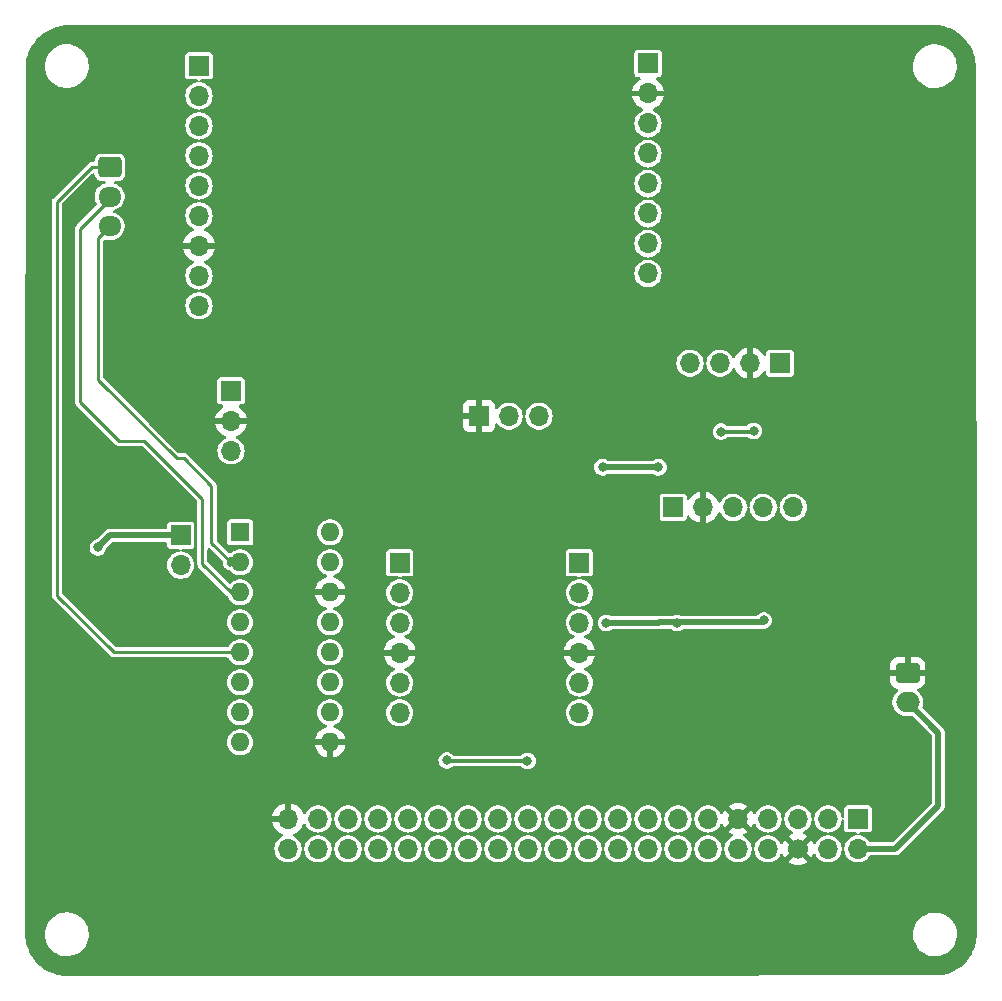
<source format=gbr>
%TF.GenerationSoftware,KiCad,Pcbnew,7.0.8-7.0.8~ubuntu22.04.1*%
%TF.CreationDate,2023-10-06T08:27:00+03:00*%
%TF.ProjectId,Omarichet Sensor Board v1.5,4f6d6172-6963-4686-9574-2053656e736f,rev?*%
%TF.SameCoordinates,Original*%
%TF.FileFunction,Copper,L2,Bot*%
%TF.FilePolarity,Positive*%
%FSLAX46Y46*%
G04 Gerber Fmt 4.6, Leading zero omitted, Abs format (unit mm)*
G04 Created by KiCad (PCBNEW 7.0.8-7.0.8~ubuntu22.04.1) date 2023-10-06 08:27:00*
%MOMM*%
%LPD*%
G01*
G04 APERTURE LIST*
G04 Aperture macros list*
%AMRoundRect*
0 Rectangle with rounded corners*
0 $1 Rounding radius*
0 $2 $3 $4 $5 $6 $7 $8 $9 X,Y pos of 4 corners*
0 Add a 4 corners polygon primitive as box body*
4,1,4,$2,$3,$4,$5,$6,$7,$8,$9,$2,$3,0*
0 Add four circle primitives for the rounded corners*
1,1,$1+$1,$2,$3*
1,1,$1+$1,$4,$5*
1,1,$1+$1,$6,$7*
1,1,$1+$1,$8,$9*
0 Add four rect primitives between the rounded corners*
20,1,$1+$1,$2,$3,$4,$5,0*
20,1,$1+$1,$4,$5,$6,$7,0*
20,1,$1+$1,$6,$7,$8,$9,0*
20,1,$1+$1,$8,$9,$2,$3,0*%
G04 Aperture macros list end*
%TA.AperFunction,ComponentPad*%
%ADD10R,1.700000X1.700000*%
%TD*%
%TA.AperFunction,ComponentPad*%
%ADD11O,1.700000X1.700000*%
%TD*%
%TA.AperFunction,ComponentPad*%
%ADD12R,1.600000X1.600000*%
%TD*%
%TA.AperFunction,ComponentPad*%
%ADD13O,1.600000X1.600000*%
%TD*%
%TA.AperFunction,ComponentPad*%
%ADD14RoundRect,0.250000X-0.750000X0.600000X-0.750000X-0.600000X0.750000X-0.600000X0.750000X0.600000X0*%
%TD*%
%TA.AperFunction,ComponentPad*%
%ADD15O,2.000000X1.700000*%
%TD*%
%TA.AperFunction,ComponentPad*%
%ADD16RoundRect,0.250000X-0.725000X0.600000X-0.725000X-0.600000X0.725000X-0.600000X0.725000X0.600000X0*%
%TD*%
%TA.AperFunction,ComponentPad*%
%ADD17O,1.950000X1.700000*%
%TD*%
%TA.AperFunction,ComponentPad*%
%ADD18C,1.700000*%
%TD*%
%TA.AperFunction,ViaPad*%
%ADD19C,0.800000*%
%TD*%
%TA.AperFunction,Conductor*%
%ADD20C,0.500000*%
%TD*%
%TA.AperFunction,Conductor*%
%ADD21C,0.300000*%
%TD*%
%TA.AperFunction,Conductor*%
%ADD22C,0.250000*%
%TD*%
G04 APERTURE END LIST*
D10*
%TO.P,J8,1,Pin_1*%
%TO.N,CLK*%
X100445000Y-106645000D03*
D11*
%TO.P,J8,2,Pin_2*%
%TO.N,MISO*%
X100445000Y-109185000D03*
%TO.P,J8,3,Pin_3*%
%TO.N,+5V*%
X100445000Y-111725000D03*
%TO.P,J8,4,Pin_4*%
%TO.N,GND*%
X100445000Y-114265000D03*
%TO.P,J8,5,Pin_5*%
%TO.N,MOSI*%
X100445000Y-116805000D03*
%TO.P,J8,6,Pin_6*%
%TO.N,CS*%
X100445000Y-119345000D03*
%TD*%
D10*
%TO.P,J6,1,Pin_1*%
%TO.N,unconnected-(J6-Pin_1-Pad1)*%
X83455000Y-64560000D03*
D11*
%TO.P,J6,2,Pin_2*%
%TO.N,/EN*%
X83455000Y-67100000D03*
%TO.P,J6,3,Pin_3*%
%TO.N,unconnected-(J6-Pin_3-Pad3)*%
X83455000Y-69640000D03*
%TO.P,J6,4,Pin_4*%
%TO.N,unconnected-(J6-Pin_4-Pad4)*%
X83455000Y-72180000D03*
%TO.P,J6,5,Pin_5*%
%TO.N,TX*%
X83455000Y-74720000D03*
%TO.P,J6,6,Pin_6*%
%TO.N,RX*%
X83455000Y-77260000D03*
%TO.P,J6,7,Pin_7*%
%TO.N,GND*%
X83455000Y-79800000D03*
%TO.P,J6,8,Pin_8*%
%TO.N,+3.3V*%
X83455000Y-82340000D03*
%TO.P,J6,9,Pin_9*%
%TO.N,PPS*%
X83455000Y-84880000D03*
%TD*%
D10*
%TO.P,J2,1,Pin_1*%
%TO.N,GND*%
X107160000Y-94230000D03*
D11*
%TO.P,J2,2,Pin_2*%
%TO.N,DHTOUT*%
X109700000Y-94230000D03*
%TO.P,J2,3,Pin_3*%
%TO.N,+3.3V*%
X112240000Y-94230000D03*
%TD*%
D10*
%TO.P,J4,1,Pin_1*%
%TO.N,+3.3V*%
X121475000Y-64375000D03*
D11*
%TO.P,J4,2,Pin_2*%
%TO.N,GND*%
X121475000Y-66915000D03*
%TO.P,J4,3,Pin_3*%
%TO.N,SCL*%
X121475000Y-69455000D03*
%TO.P,J4,4,Pin_4*%
%TO.N,SDA*%
X121475000Y-71995000D03*
%TO.P,J4,5,Pin_5*%
%TO.N,unconnected-(J4-Pin_5-Pad5)*%
X121475000Y-74535000D03*
%TO.P,J4,6,Pin_6*%
%TO.N,unconnected-(J4-Pin_6-Pad6)*%
X121475000Y-77075000D03*
%TO.P,J4,7,Pin_7*%
%TO.N,ADO*%
X121475000Y-79615000D03*
%TO.P,J4,8,Pin_8*%
%TO.N,INT*%
X121475000Y-82155000D03*
%TD*%
D10*
%TO.P,J5,1,Pin_1*%
%TO.N,+3.3V*%
X132645000Y-89750000D03*
D11*
%TO.P,J5,2,Pin_2*%
%TO.N,GND*%
X130105000Y-89750000D03*
%TO.P,J5,3,Pin_3*%
%TO.N,SCL*%
X127565000Y-89750000D03*
%TO.P,J5,4,Pin_4*%
%TO.N,SDA*%
X125025000Y-89750000D03*
%TD*%
D10*
%TO.P,J1,1,Pin_1*%
%TO.N,+5V*%
X81900000Y-104320000D03*
D11*
%TO.P,J1,2,Pin_2*%
%TO.N,CH0*%
X81900000Y-106860000D03*
%TD*%
D12*
%TO.P,U1,1,CH0*%
%TO.N,CH0*%
X86940000Y-104070000D03*
D13*
%TO.P,U1,2,CH1*%
%TO.N,CH1*%
X86940000Y-106610000D03*
%TO.P,U1,3,CH2*%
%TO.N,CH2*%
X86940000Y-109150000D03*
%TO.P,U1,4,CH3*%
%TO.N,CH3*%
X86940000Y-111690000D03*
%TO.P,U1,5,CH4*%
%TO.N,CH4*%
X86940000Y-114230000D03*
%TO.P,U1,6,CH5*%
%TO.N,CH5*%
X86940000Y-116770000D03*
%TO.P,U1,7,CH6*%
%TO.N,unconnected-(U1-CH6-Pad7)*%
X86940000Y-119310000D03*
%TO.P,U1,8,CH7*%
%TO.N,unconnected-(U1-CH7-Pad8)*%
X86940000Y-121850000D03*
%TO.P,U1,9,DGND*%
%TO.N,GND*%
X94560000Y-121850000D03*
%TO.P,U1,10,~{CS}/SHDN*%
%TO.N,CS*%
X94560000Y-119310000D03*
%TO.P,U1,11,Din*%
%TO.N,MOSI*%
X94560000Y-116770000D03*
%TO.P,U1,12,Dout*%
%TO.N,MISO*%
X94560000Y-114230000D03*
%TO.P,U1,13,CLK*%
%TO.N,CLK*%
X94560000Y-111690000D03*
%TO.P,U1,14,AGND*%
%TO.N,GND*%
X94560000Y-109150000D03*
%TO.P,U1,15,Vref*%
%TO.N,+5V*%
X94560000Y-106610000D03*
%TO.P,U1,16,Vdd*%
X94560000Y-104070000D03*
%TD*%
D10*
%TO.P,J10,1,Pin_1*%
%TO.N,TXI_CLK*%
X115665000Y-106645000D03*
D11*
%TO.P,J10,2,Pin_2*%
%TO.N,RXO_MISO*%
X115665000Y-109185000D03*
%TO.P,J10,3,Pin_3*%
%TO.N,+3.3V*%
X115665000Y-111725000D03*
%TO.P,J10,4,Pin_4*%
%TO.N,GND*%
X115665000Y-114265000D03*
%TO.P,J10,5,Pin_5*%
%TO.N,RXO1_MOSI*%
X115665000Y-116805000D03*
%TO.P,J10,6,Pin_6*%
%TO.N,TXI1_CS*%
X115665000Y-119345000D03*
%TD*%
D10*
%TO.P,J7,1,Pin_1*%
%TO.N,+5V*%
X86160000Y-92095000D03*
D11*
%TO.P,J7,2,Pin_2*%
%TO.N,GND*%
X86160000Y-94635000D03*
%TO.P,J7,3,Pin_3*%
%TO.N,CH3*%
X86160000Y-97175000D03*
%TD*%
D10*
%TO.P,J3,1,Pin_1*%
%TO.N,+3.3V*%
X123600000Y-101960000D03*
D11*
%TO.P,J3,2,Pin_2*%
%TO.N,GND*%
X126140000Y-101960000D03*
%TO.P,J3,3,Pin_3*%
%TO.N,SCL*%
X128680000Y-101960000D03*
%TO.P,J3,4,Pin_4*%
%TO.N,SDA*%
X131220000Y-101960000D03*
%TO.P,J3,5,Pin_5*%
%TO.N,unconnected-(J3-Pin_5-Pad5)*%
X133760000Y-101960000D03*
%TD*%
D14*
%TO.P,J12,1,Pin_1*%
%TO.N,GND*%
X143450000Y-115960000D03*
D15*
%TO.P,J12,2,Pin_2*%
%TO.N,+5V*%
X143450000Y-118460000D03*
%TD*%
D16*
%TO.P,J11,1,Pin_1*%
%TO.N,CH4*%
X75900000Y-73150000D03*
D17*
%TO.P,J11,2,Pin_2*%
%TO.N,CH2*%
X75900000Y-75650000D03*
%TO.P,J11,3,Pin_3*%
%TO.N,CH1*%
X75900000Y-78150000D03*
%TD*%
D10*
%TO.P,J9,1,Pin_1*%
%TO.N,+3.3V*%
X139250000Y-128320000D03*
D11*
%TO.P,J9,2,Pin_2*%
%TO.N,+5V*%
X139250000Y-130860000D03*
%TO.P,J9,3,Pin_3*%
%TO.N,SDA*%
X136710000Y-128320000D03*
%TO.P,J9,4,Pin_4*%
%TO.N,unconnected-(J9-Pin_4-Pad4)*%
X136710000Y-130860000D03*
%TO.P,J9,5,Pin_5*%
%TO.N,SCL*%
X134170000Y-128320000D03*
D18*
%TO.P,J9,6,Pin_6*%
%TO.N,GND*%
X134170000Y-130860000D03*
D11*
%TO.P,J9,7,Pin_7*%
%TO.N,unconnected-(J9-Pin_7-Pad7)*%
X131630000Y-128320000D03*
%TO.P,J9,8,Pin_8*%
%TO.N,TX*%
X131630000Y-130860000D03*
%TO.P,J9,9,Pin_9*%
%TO.N,GND*%
X129090000Y-128320000D03*
%TO.P,J9,10,Pin_10*%
%TO.N,RX*%
X129090000Y-130860000D03*
%TO.P,J9,11,Pin_11*%
%TO.N,INT*%
X126550000Y-128320000D03*
%TO.P,J9,12,Pin_12*%
%TO.N,unconnected-(J9-Pin_12-Pad12)*%
X126550000Y-130860000D03*
%TO.P,J9,13,Pin_13*%
%TO.N,ADO*%
X124010000Y-128320000D03*
%TO.P,J9,14,Pin_14*%
%TO.N,unconnected-(J9-Pin_14-Pad14)*%
X124010000Y-130860000D03*
%TO.P,J9,15,Pin_15*%
%TO.N,DHTOUT*%
X121470000Y-128320000D03*
%TO.P,J9,16,Pin_16*%
%TO.N,PPS*%
X121470000Y-130860000D03*
%TO.P,J9,17,Pin_17*%
%TO.N,unconnected-(J9-Pin_17-Pad17)*%
X118930000Y-128320000D03*
%TO.P,J9,18,Pin_18*%
%TO.N,unconnected-(J9-Pin_18-Pad18)*%
X118930000Y-130860000D03*
%TO.P,J9,19,Pin_19*%
%TO.N,RXO1_MOSI*%
X116390000Y-128320000D03*
%TO.P,J9,20,Pin_20*%
%TO.N,unconnected-(J9-Pin_20-Pad20)*%
X116390000Y-130860000D03*
%TO.P,J9,21,Pin_21*%
%TO.N,RXO_MISO*%
X113850000Y-128320000D03*
%TO.P,J9,22,Pin_22*%
%TO.N,unconnected-(J9-Pin_22-Pad22)*%
X113850000Y-130860000D03*
%TO.P,J9,23,Pin_23*%
%TO.N,TXI_CLK*%
X111310000Y-128320000D03*
%TO.P,J9,24,Pin_24*%
%TO.N,unconnected-(J9-Pin_24-Pad24)*%
X111310000Y-130860000D03*
%TO.P,J9,25,Pin_25*%
%TO.N,unconnected-(J9-Pin_25-Pad25)*%
X108770000Y-128320000D03*
%TO.P,J9,26,Pin_26*%
%TO.N,unconnected-(J9-Pin_26-Pad26)*%
X108770000Y-130860000D03*
%TO.P,J9,27,Pin_27*%
%TO.N,unconnected-(J9-Pin_27-Pad27)*%
X106230000Y-128320000D03*
%TO.P,J9,28,Pin_28*%
%TO.N,unconnected-(J9-Pin_28-Pad28)*%
X106230000Y-130860000D03*
%TO.P,J9,29,Pin_29*%
%TO.N,OE*%
X103690000Y-128320000D03*
%TO.P,J9,30,Pin_30*%
%TO.N,unconnected-(J9-Pin_30-Pad30)*%
X103690000Y-130860000D03*
%TO.P,J9,31,Pin_31*%
%TO.N,unconnected-(J9-Pin_31-Pad31)*%
X101150000Y-128320000D03*
%TO.P,J9,32,Pin_32*%
%TO.N,unconnected-(J9-Pin_32-Pad32)*%
X101150000Y-130860000D03*
%TO.P,J9,33,Pin_33*%
%TO.N,unconnected-(J9-Pin_33-Pad33)*%
X98610000Y-128320000D03*
%TO.P,J9,34,Pin_34*%
%TO.N,unconnected-(J9-Pin_34-Pad34)*%
X98610000Y-130860000D03*
%TO.P,J9,35,Pin_35*%
%TO.N,unconnected-(J9-Pin_35-Pad35)*%
X96070000Y-128320000D03*
%TO.P,J9,36,Pin_36*%
%TO.N,unconnected-(J9-Pin_36-Pad36)*%
X96070000Y-130860000D03*
%TO.P,J9,37,Pin_37*%
%TO.N,TXI1_CS*%
X93530000Y-128320000D03*
%TO.P,J9,38,Pin_38*%
%TO.N,unconnected-(J9-Pin_38-Pad38)*%
X93530000Y-130860000D03*
%TO.P,J9,39,Pin_39*%
%TO.N,GND*%
X90990000Y-128320000D03*
%TO.P,J9,40,Pin_40*%
%TO.N,unconnected-(J9-Pin_40-Pad40)*%
X90990000Y-130860000D03*
%TD*%
D19*
%TO.N,+5V*%
X74890000Y-105350000D03*
%TO.N,GND*%
X80170000Y-111420000D03*
X98980000Y-102180000D03*
X144018000Y-126746000D03*
%TO.N,+3.3V*%
X122350000Y-98560000D03*
X117950000Y-111730000D03*
X117620000Y-98560000D03*
X131270000Y-111530000D03*
X123952000Y-111760000D03*
%TO.N,SDA*%
X130420000Y-95490000D03*
X127640000Y-95550000D03*
%TO.N,TXI1_CS*%
X111260000Y-123420000D03*
X104430000Y-123380000D03*
%TD*%
D20*
%TO.N,+5V*%
X143450000Y-118460000D02*
X146060000Y-121070000D01*
X74890000Y-105350000D02*
X75920000Y-104320000D01*
X146060000Y-121070000D02*
X146060000Y-127210000D01*
X146060000Y-127210000D02*
X142410000Y-130860000D01*
X142410000Y-130860000D02*
X139250000Y-130860000D01*
X75920000Y-104320000D02*
X81900000Y-104320000D01*
%TO.N,+3.3V*%
X131100000Y-111700000D02*
X131270000Y-111530000D01*
X122400000Y-111700000D02*
X131100000Y-111700000D01*
X122370000Y-111730000D02*
X122400000Y-111700000D01*
X122350000Y-98560000D02*
X117620000Y-98560000D01*
X117950000Y-111730000D02*
X122370000Y-111730000D01*
D21*
%TO.N,SDA*%
X130360000Y-95550000D02*
X130420000Y-95490000D01*
X127640000Y-95550000D02*
X130360000Y-95550000D01*
%TO.N,TXI1_CS*%
X111260000Y-123420000D02*
X104470000Y-123420000D01*
X104470000Y-123420000D02*
X104430000Y-123380000D01*
D22*
%TO.N,CH1*%
X86140000Y-106610000D02*
X86940000Y-106610000D01*
X84510000Y-100130000D02*
X84510000Y-104980000D01*
D20*
X86060000Y-106710000D02*
X86060000Y-106410000D01*
D22*
X74930000Y-91170000D02*
X81550000Y-97790000D01*
X74930000Y-79120000D02*
X74930000Y-91170000D01*
D20*
X86740000Y-106410000D02*
X86940000Y-106610000D01*
D22*
X84510000Y-104980000D02*
X86140000Y-106610000D01*
D20*
X86060000Y-106410000D02*
X86740000Y-106410000D01*
D22*
X82170000Y-97790000D02*
X84510000Y-100130000D01*
X75900000Y-78150000D02*
X74930000Y-79120000D01*
X81550000Y-97790000D02*
X82170000Y-97790000D01*
%TO.N,CH2*%
X86170000Y-109150000D02*
X86940000Y-109150000D01*
X73370000Y-93020000D02*
X76660000Y-96310000D01*
X83730000Y-106710000D02*
X86170000Y-109150000D01*
X73370000Y-78380000D02*
X73370000Y-93020000D01*
X83730000Y-101220000D02*
X83730000Y-106710000D01*
X76660000Y-96310000D02*
X78820000Y-96310000D01*
X78820000Y-96310000D02*
X83730000Y-101220000D01*
X76000000Y-75750000D02*
X73370000Y-78380000D01*
%TO.N,CH4*%
X75900000Y-73150000D02*
X74360000Y-73150000D01*
X71430000Y-109430000D02*
X76230000Y-114230000D01*
X76230000Y-114230000D02*
X86940000Y-114230000D01*
X71430000Y-76080000D02*
X71430000Y-109430000D01*
X74360000Y-73150000D02*
X71430000Y-76080000D01*
%TD*%
%TA.AperFunction,Conductor*%
%TO.N,GND*%
G36*
X145610895Y-61103402D02*
G01*
X145761349Y-61110809D01*
X145969757Y-61121755D01*
X145975554Y-61122337D01*
X146149309Y-61148164D01*
X146334466Y-61177551D01*
X146339829Y-61178648D01*
X146514386Y-61222464D01*
X146691641Y-61270059D01*
X146696421Y-61271554D01*
X146867638Y-61332950D01*
X147037519Y-61398303D01*
X147041776Y-61400128D01*
X147207132Y-61478513D01*
X147368586Y-61560969D01*
X147372319Y-61563041D01*
X147529734Y-61657621D01*
X147681461Y-61756400D01*
X147684592Y-61758580D01*
X147761806Y-61815997D01*
X147832365Y-61868466D01*
X147972863Y-61982554D01*
X147975461Y-61984785D01*
X148110852Y-62107857D01*
X148113034Y-62109941D01*
X148239826Y-62237128D01*
X148241925Y-62239340D01*
X148364551Y-62375086D01*
X148366785Y-62377702D01*
X148480430Y-62518548D01*
X148589848Y-62666652D01*
X148592045Y-62669829D01*
X148690324Y-62821818D01*
X148784435Y-62979561D01*
X148786495Y-62983301D01*
X148868439Y-63144995D01*
X148946304Y-63310583D01*
X148948133Y-63314886D01*
X149012945Y-63484936D01*
X149030057Y-63533129D01*
X149068007Y-63640008D01*
X149073795Y-63656307D01*
X149075298Y-63661163D01*
X149122346Y-63838582D01*
X149165604Y-64013218D01*
X149166687Y-64018600D01*
X149195507Y-64203909D01*
X149220782Y-64377678D01*
X149221352Y-64383538D01*
X149231216Y-64582612D01*
X149238643Y-64743669D01*
X149238709Y-64746649D01*
X149238614Y-64794462D01*
X149238757Y-64795787D01*
X149287810Y-123993255D01*
X149289587Y-138297027D01*
X149289502Y-138300279D01*
X149281888Y-138445575D01*
X149281302Y-138451431D01*
X149256256Y-138620278D01*
X149228493Y-138795562D01*
X149227398Y-138800929D01*
X149185099Y-138969801D01*
X149139943Y-139138321D01*
X149138431Y-139143163D01*
X149079285Y-139308467D01*
X149017163Y-139470300D01*
X149015328Y-139474591D01*
X148939877Y-139634121D01*
X148861402Y-139788134D01*
X148859339Y-139791861D01*
X148768316Y-139943725D01*
X148674278Y-140088529D01*
X148672079Y-140091695D01*
X148566359Y-140234244D01*
X148457677Y-140368453D01*
X148455433Y-140371073D01*
X148337086Y-140501648D01*
X148334987Y-140503852D01*
X148213852Y-140624987D01*
X148211648Y-140627086D01*
X148081073Y-140745433D01*
X148078453Y-140747677D01*
X147944244Y-140856359D01*
X147801695Y-140962079D01*
X147798529Y-140964278D01*
X147653725Y-141058316D01*
X147501861Y-141149339D01*
X147498134Y-141151402D01*
X147344121Y-141229877D01*
X147184591Y-141305328D01*
X147180300Y-141307163D01*
X147018467Y-141369285D01*
X146853163Y-141428431D01*
X146848321Y-141429943D01*
X146679801Y-141475099D01*
X146510929Y-141517398D01*
X146505562Y-141518493D01*
X146330278Y-141546256D01*
X146161431Y-141571302D01*
X146155575Y-141571888D01*
X145962353Y-141582015D01*
X145811500Y-141589425D01*
X145808491Y-141589500D01*
X115788169Y-141605840D01*
X71897573Y-141600389D01*
X71879393Y-141599047D01*
X71786305Y-141585239D01*
X71604265Y-141556406D01*
X71598898Y-141555311D01*
X71426118Y-141512033D01*
X71251687Y-141465293D01*
X71246845Y-141463781D01*
X71077484Y-141403183D01*
X70910188Y-141338964D01*
X70905897Y-141337128D01*
X70742365Y-141259784D01*
X70583248Y-141178710D01*
X70579542Y-141176659D01*
X70423788Y-141083303D01*
X70274249Y-140986191D01*
X70271083Y-140983992D01*
X70124869Y-140875553D01*
X69986306Y-140763348D01*
X69983687Y-140761103D01*
X69849710Y-140639674D01*
X69847506Y-140637575D01*
X69722423Y-140512492D01*
X69720324Y-140510288D01*
X69712493Y-140501648D01*
X69598895Y-140376311D01*
X69596650Y-140373692D01*
X69594529Y-140371073D01*
X69561143Y-140329845D01*
X69484446Y-140235130D01*
X69376006Y-140088915D01*
X69373807Y-140085749D01*
X69292469Y-139960500D01*
X69276694Y-139936208D01*
X69276376Y-139935677D01*
X69183342Y-139780459D01*
X69181301Y-139776774D01*
X69100218Y-139617641D01*
X69022870Y-139454101D01*
X69021042Y-139449828D01*
X68956822Y-139282531D01*
X68896210Y-139113133D01*
X68894705Y-139108311D01*
X68857591Y-138969801D01*
X68847966Y-138933879D01*
X68804680Y-138761076D01*
X68803596Y-138755757D01*
X68774767Y-138573738D01*
X68774109Y-138569305D01*
X68755230Y-138442031D01*
X68751342Y-138415818D01*
X68750000Y-138397623D01*
X68750000Y-138167763D01*
X70405787Y-138167763D01*
X70435413Y-138437013D01*
X70435415Y-138437024D01*
X70472615Y-138579314D01*
X70503928Y-138699088D01*
X70609870Y-138948390D01*
X70707469Y-139108311D01*
X70750979Y-139179605D01*
X70750986Y-139179615D01*
X70924253Y-139387819D01*
X70924259Y-139387824D01*
X70993460Y-139449828D01*
X71125998Y-139568582D01*
X71351910Y-139718044D01*
X71597176Y-139833020D01*
X71597183Y-139833022D01*
X71597185Y-139833023D01*
X71856557Y-139911057D01*
X71856564Y-139911058D01*
X71856569Y-139911060D01*
X72124561Y-139950500D01*
X72124566Y-139950500D01*
X72327636Y-139950500D01*
X72379133Y-139946730D01*
X72530156Y-139935677D01*
X72705399Y-139896640D01*
X72794546Y-139876782D01*
X72794548Y-139876781D01*
X72794553Y-139876780D01*
X73047558Y-139780014D01*
X73283777Y-139647441D01*
X73498177Y-139481888D01*
X73686186Y-139286881D01*
X73843799Y-139066579D01*
X73922517Y-138913472D01*
X73967649Y-138825690D01*
X73967651Y-138825684D01*
X73967656Y-138825675D01*
X74055118Y-138569305D01*
X74104319Y-138302933D01*
X74108893Y-138177763D01*
X143915787Y-138177763D01*
X143945413Y-138447013D01*
X143945415Y-138447024D01*
X144013926Y-138709082D01*
X144013928Y-138709088D01*
X144119870Y-138958390D01*
X144211366Y-139108311D01*
X144260979Y-139189605D01*
X144260986Y-139189615D01*
X144434253Y-139397819D01*
X144434259Y-139397824D01*
X144528081Y-139481888D01*
X144635998Y-139578582D01*
X144861910Y-139728044D01*
X145107176Y-139843020D01*
X145107183Y-139843022D01*
X145107185Y-139843023D01*
X145366557Y-139921057D01*
X145366564Y-139921058D01*
X145366569Y-139921060D01*
X145634561Y-139960500D01*
X145634566Y-139960500D01*
X145837636Y-139960500D01*
X145889133Y-139956730D01*
X146040156Y-139945677D01*
X146195557Y-139911060D01*
X146304546Y-139886782D01*
X146304548Y-139886781D01*
X146304553Y-139886780D01*
X146557558Y-139790014D01*
X146793777Y-139657441D01*
X147008177Y-139491888D01*
X147196186Y-139296881D01*
X147353799Y-139076579D01*
X147437658Y-138913472D01*
X147477649Y-138835690D01*
X147477651Y-138835684D01*
X147477656Y-138835675D01*
X147565118Y-138579305D01*
X147614319Y-138312933D01*
X147624212Y-138042235D01*
X147594586Y-137772982D01*
X147526072Y-137510912D01*
X147420130Y-137261610D01*
X147279018Y-137030390D01*
X147189747Y-136923119D01*
X147105746Y-136822180D01*
X147105740Y-136822175D01*
X146904002Y-136641418D01*
X146678092Y-136491957D01*
X146656758Y-136481956D01*
X146432824Y-136376980D01*
X146432819Y-136376978D01*
X146432814Y-136376976D01*
X146173442Y-136298942D01*
X146173428Y-136298939D01*
X146057791Y-136281921D01*
X145905439Y-136259500D01*
X145702369Y-136259500D01*
X145702364Y-136259500D01*
X145499844Y-136274323D01*
X145499831Y-136274325D01*
X145235453Y-136333217D01*
X145235446Y-136333220D01*
X144982439Y-136429987D01*
X144746226Y-136562557D01*
X144531822Y-136728112D01*
X144343822Y-136923109D01*
X144343816Y-136923116D01*
X144186202Y-137143419D01*
X144186199Y-137143424D01*
X144062350Y-137384309D01*
X144062343Y-137384327D01*
X143974884Y-137640685D01*
X143974881Y-137640699D01*
X143925681Y-137907068D01*
X143925680Y-137907075D01*
X143915787Y-138177763D01*
X74108893Y-138177763D01*
X74114212Y-138032235D01*
X74084586Y-137762982D01*
X74016072Y-137500912D01*
X73910130Y-137251610D01*
X73769018Y-137020390D01*
X73688069Y-136923119D01*
X73595746Y-136812180D01*
X73595740Y-136812175D01*
X73394002Y-136631418D01*
X73168092Y-136481957D01*
X73168090Y-136481956D01*
X72922824Y-136366980D01*
X72922819Y-136366978D01*
X72922814Y-136366976D01*
X72663442Y-136288942D01*
X72663428Y-136288939D01*
X72547791Y-136271921D01*
X72395439Y-136249500D01*
X72192369Y-136249500D01*
X72192364Y-136249500D01*
X71989844Y-136264323D01*
X71989831Y-136264325D01*
X71725453Y-136323217D01*
X71725446Y-136323220D01*
X71472439Y-136419987D01*
X71236226Y-136552557D01*
X71236224Y-136552558D01*
X71236223Y-136552559D01*
X71173893Y-136600688D01*
X71021822Y-136718112D01*
X70833822Y-136913109D01*
X70833816Y-136913116D01*
X70676202Y-137133419D01*
X70676199Y-137133424D01*
X70552350Y-137374309D01*
X70552343Y-137374327D01*
X70464884Y-137630685D01*
X70464881Y-137630699D01*
X70415681Y-137897068D01*
X70415680Y-137897075D01*
X70405787Y-138167763D01*
X68750000Y-138167763D01*
X68750000Y-128570000D01*
X89659364Y-128570000D01*
X89716567Y-128783486D01*
X89716570Y-128783492D01*
X89816399Y-128997578D01*
X89951894Y-129191082D01*
X90118917Y-129358105D01*
X90312421Y-129493600D01*
X90511573Y-129586466D01*
X90564012Y-129632638D01*
X90583164Y-129699832D01*
X90562948Y-129766713D01*
X90509783Y-129812048D01*
X90503968Y-129814472D01*
X90496771Y-129817260D01*
X90474982Y-129825701D01*
X90474980Y-129825702D01*
X90293699Y-129937947D01*
X90136127Y-130081593D01*
X90007632Y-130251746D01*
X89912596Y-130442605D01*
X89912596Y-130442607D01*
X89912595Y-130442611D01*
X89854244Y-130647690D01*
X89834571Y-130860000D01*
X89854244Y-131072310D01*
X89910909Y-131271465D01*
X89912596Y-131277392D01*
X89912596Y-131277394D01*
X90007632Y-131468253D01*
X90123264Y-131621373D01*
X90136128Y-131638407D01*
X90293698Y-131782052D01*
X90474981Y-131894298D01*
X90673802Y-131971321D01*
X90883390Y-132010500D01*
X90883392Y-132010500D01*
X91096608Y-132010500D01*
X91096610Y-132010500D01*
X91306198Y-131971321D01*
X91505019Y-131894298D01*
X91686302Y-131782052D01*
X91843872Y-131638407D01*
X91972366Y-131468255D01*
X91999998Y-131412762D01*
X92067403Y-131277394D01*
X92067403Y-131277393D01*
X92067405Y-131277389D01*
X92125756Y-131072310D01*
X92136529Y-130956047D01*
X92162315Y-130891111D01*
X92206869Y-130859194D01*
X92170497Y-130838331D01*
X92138307Y-130776318D01*
X92136529Y-130763951D01*
X92135849Y-130756613D01*
X92125756Y-130647690D01*
X92067405Y-130442611D01*
X92067403Y-130442606D01*
X92067403Y-130442605D01*
X91972367Y-130251746D01*
X91843872Y-130081593D01*
X91686302Y-129937948D01*
X91505019Y-129825702D01*
X91505014Y-129825700D01*
X91498129Y-129823032D01*
X91476037Y-129814474D01*
X91420636Y-129771903D01*
X91397045Y-129706136D01*
X91412756Y-129638056D01*
X91462779Y-129589276D01*
X91468426Y-129586466D01*
X91667578Y-129493599D01*
X91861082Y-129358105D01*
X92028105Y-129191082D01*
X92163600Y-128997578D01*
X92257294Y-128796651D01*
X92303466Y-128744212D01*
X92370660Y-128725060D01*
X92437541Y-128745276D01*
X92480676Y-128793785D01*
X92547632Y-128928253D01*
X92663264Y-129081373D01*
X92676128Y-129098407D01*
X92833698Y-129242052D01*
X93014981Y-129354298D01*
X93213802Y-129431321D01*
X93410613Y-129468111D01*
X93472893Y-129499779D01*
X93508166Y-129560092D01*
X93505232Y-129629900D01*
X93465023Y-129687040D01*
X93410613Y-129711888D01*
X93213802Y-129748679D01*
X93213799Y-129748679D01*
X93213799Y-129748680D01*
X93014982Y-129825701D01*
X93014980Y-129825702D01*
X92833699Y-129937947D01*
X92676127Y-130081593D01*
X92547632Y-130251746D01*
X92452596Y-130442605D01*
X92452596Y-130442607D01*
X92394244Y-130647689D01*
X92383471Y-130763951D01*
X92357685Y-130828888D01*
X92313130Y-130860804D01*
X92349503Y-130881668D01*
X92381693Y-130943681D01*
X92383470Y-130956047D01*
X92394244Y-131072310D01*
X92450909Y-131271465D01*
X92452596Y-131277392D01*
X92452596Y-131277394D01*
X92547632Y-131468253D01*
X92663264Y-131621373D01*
X92676128Y-131638407D01*
X92833698Y-131782052D01*
X93014981Y-131894298D01*
X93213802Y-131971321D01*
X93423390Y-132010500D01*
X93423392Y-132010500D01*
X93636608Y-132010500D01*
X93636610Y-132010500D01*
X93846198Y-131971321D01*
X94045019Y-131894298D01*
X94226302Y-131782052D01*
X94383872Y-131638407D01*
X94512366Y-131468255D01*
X94539998Y-131412762D01*
X94607403Y-131277394D01*
X94607403Y-131277393D01*
X94607405Y-131277389D01*
X94665756Y-131072310D01*
X94676529Y-130956047D01*
X94702315Y-130891111D01*
X94744622Y-130860804D01*
X94853130Y-130860804D01*
X94889503Y-130881668D01*
X94921693Y-130943681D01*
X94923470Y-130956047D01*
X94934244Y-131072310D01*
X94990909Y-131271465D01*
X94992596Y-131277392D01*
X94992596Y-131277394D01*
X95087632Y-131468253D01*
X95203264Y-131621373D01*
X95216128Y-131638407D01*
X95373698Y-131782052D01*
X95554981Y-131894298D01*
X95753802Y-131971321D01*
X95963390Y-132010500D01*
X95963392Y-132010500D01*
X96176608Y-132010500D01*
X96176610Y-132010500D01*
X96386198Y-131971321D01*
X96585019Y-131894298D01*
X96766302Y-131782052D01*
X96923872Y-131638407D01*
X97052366Y-131468255D01*
X97079998Y-131412762D01*
X97147403Y-131277394D01*
X97147403Y-131277393D01*
X97147405Y-131277389D01*
X97205756Y-131072310D01*
X97216529Y-130956047D01*
X97242315Y-130891111D01*
X97284622Y-130860804D01*
X97393130Y-130860804D01*
X97429503Y-130881668D01*
X97461693Y-130943681D01*
X97463470Y-130956047D01*
X97474244Y-131072310D01*
X97530909Y-131271465D01*
X97532596Y-131277392D01*
X97532596Y-131277394D01*
X97627632Y-131468253D01*
X97743264Y-131621373D01*
X97756128Y-131638407D01*
X97913698Y-131782052D01*
X98094981Y-131894298D01*
X98293802Y-131971321D01*
X98503390Y-132010500D01*
X98503392Y-132010500D01*
X98716608Y-132010500D01*
X98716610Y-132010500D01*
X98926198Y-131971321D01*
X99125019Y-131894298D01*
X99306302Y-131782052D01*
X99463872Y-131638407D01*
X99592366Y-131468255D01*
X99619998Y-131412762D01*
X99687403Y-131277394D01*
X99687403Y-131277393D01*
X99687405Y-131277389D01*
X99745756Y-131072310D01*
X99756529Y-130956047D01*
X99782315Y-130891111D01*
X99824622Y-130860804D01*
X99933130Y-130860804D01*
X99969503Y-130881668D01*
X100001693Y-130943681D01*
X100003470Y-130956047D01*
X100014244Y-131072310D01*
X100070909Y-131271465D01*
X100072596Y-131277392D01*
X100072596Y-131277394D01*
X100167632Y-131468253D01*
X100283264Y-131621373D01*
X100296128Y-131638407D01*
X100453698Y-131782052D01*
X100634981Y-131894298D01*
X100833802Y-131971321D01*
X101043390Y-132010500D01*
X101043392Y-132010500D01*
X101256608Y-132010500D01*
X101256610Y-132010500D01*
X101466198Y-131971321D01*
X101665019Y-131894298D01*
X101846302Y-131782052D01*
X102003872Y-131638407D01*
X102132366Y-131468255D01*
X102159998Y-131412762D01*
X102227403Y-131277394D01*
X102227403Y-131277393D01*
X102227405Y-131277389D01*
X102285756Y-131072310D01*
X102296529Y-130956047D01*
X102322315Y-130891111D01*
X102364622Y-130860804D01*
X102473130Y-130860804D01*
X102509503Y-130881668D01*
X102541693Y-130943681D01*
X102543470Y-130956047D01*
X102554244Y-131072310D01*
X102610909Y-131271465D01*
X102612596Y-131277392D01*
X102612596Y-131277394D01*
X102707632Y-131468253D01*
X102823264Y-131621373D01*
X102836128Y-131638407D01*
X102993698Y-131782052D01*
X103174981Y-131894298D01*
X103373802Y-131971321D01*
X103583390Y-132010500D01*
X103583392Y-132010500D01*
X103796608Y-132010500D01*
X103796610Y-132010500D01*
X104006198Y-131971321D01*
X104205019Y-131894298D01*
X104386302Y-131782052D01*
X104543872Y-131638407D01*
X104672366Y-131468255D01*
X104699998Y-131412762D01*
X104767403Y-131277394D01*
X104767403Y-131277393D01*
X104767405Y-131277389D01*
X104825756Y-131072310D01*
X104836529Y-130956047D01*
X104862315Y-130891111D01*
X104904622Y-130860804D01*
X105013130Y-130860804D01*
X105049503Y-130881668D01*
X105081693Y-130943681D01*
X105083470Y-130956047D01*
X105094244Y-131072310D01*
X105150909Y-131271465D01*
X105152596Y-131277392D01*
X105152596Y-131277394D01*
X105247632Y-131468253D01*
X105363264Y-131621373D01*
X105376128Y-131638407D01*
X105533698Y-131782052D01*
X105714981Y-131894298D01*
X105913802Y-131971321D01*
X106123390Y-132010500D01*
X106123392Y-132010500D01*
X106336608Y-132010500D01*
X106336610Y-132010500D01*
X106546198Y-131971321D01*
X106745019Y-131894298D01*
X106926302Y-131782052D01*
X107083872Y-131638407D01*
X107212366Y-131468255D01*
X107239998Y-131412762D01*
X107307403Y-131277394D01*
X107307403Y-131277393D01*
X107307405Y-131277389D01*
X107365756Y-131072310D01*
X107376529Y-130956047D01*
X107402315Y-130891111D01*
X107444622Y-130860804D01*
X107553130Y-130860804D01*
X107589503Y-130881668D01*
X107621693Y-130943681D01*
X107623470Y-130956047D01*
X107634244Y-131072310D01*
X107690909Y-131271465D01*
X107692596Y-131277392D01*
X107692596Y-131277394D01*
X107787632Y-131468253D01*
X107903264Y-131621373D01*
X107916128Y-131638407D01*
X108073698Y-131782052D01*
X108254981Y-131894298D01*
X108453802Y-131971321D01*
X108663390Y-132010500D01*
X108663392Y-132010500D01*
X108876608Y-132010500D01*
X108876610Y-132010500D01*
X109086198Y-131971321D01*
X109285019Y-131894298D01*
X109466302Y-131782052D01*
X109623872Y-131638407D01*
X109752366Y-131468255D01*
X109779998Y-131412762D01*
X109847403Y-131277394D01*
X109847403Y-131277393D01*
X109847405Y-131277389D01*
X109905756Y-131072310D01*
X109916529Y-130956047D01*
X109942315Y-130891111D01*
X109984622Y-130860804D01*
X110093130Y-130860804D01*
X110129503Y-130881668D01*
X110161693Y-130943681D01*
X110163470Y-130956047D01*
X110174244Y-131072310D01*
X110230909Y-131271465D01*
X110232596Y-131277392D01*
X110232596Y-131277394D01*
X110327632Y-131468253D01*
X110443264Y-131621373D01*
X110456128Y-131638407D01*
X110613698Y-131782052D01*
X110794981Y-131894298D01*
X110993802Y-131971321D01*
X111203390Y-132010500D01*
X111203392Y-132010500D01*
X111416608Y-132010500D01*
X111416610Y-132010500D01*
X111626198Y-131971321D01*
X111825019Y-131894298D01*
X112006302Y-131782052D01*
X112163872Y-131638407D01*
X112292366Y-131468255D01*
X112319998Y-131412762D01*
X112387403Y-131277394D01*
X112387403Y-131277393D01*
X112387405Y-131277389D01*
X112445756Y-131072310D01*
X112456529Y-130956047D01*
X112482315Y-130891111D01*
X112524622Y-130860804D01*
X112633130Y-130860804D01*
X112669503Y-130881668D01*
X112701693Y-130943681D01*
X112703470Y-130956047D01*
X112714244Y-131072310D01*
X112770909Y-131271465D01*
X112772596Y-131277392D01*
X112772596Y-131277394D01*
X112867632Y-131468253D01*
X112983264Y-131621373D01*
X112996128Y-131638407D01*
X113153698Y-131782052D01*
X113334981Y-131894298D01*
X113533802Y-131971321D01*
X113743390Y-132010500D01*
X113743392Y-132010500D01*
X113956608Y-132010500D01*
X113956610Y-132010500D01*
X114166198Y-131971321D01*
X114365019Y-131894298D01*
X114546302Y-131782052D01*
X114703872Y-131638407D01*
X114832366Y-131468255D01*
X114859998Y-131412762D01*
X114927403Y-131277394D01*
X114927403Y-131277393D01*
X114927405Y-131277389D01*
X114985756Y-131072310D01*
X114996529Y-130956047D01*
X115022315Y-130891111D01*
X115064622Y-130860804D01*
X115173130Y-130860804D01*
X115209503Y-130881668D01*
X115241693Y-130943681D01*
X115243470Y-130956047D01*
X115254244Y-131072310D01*
X115310909Y-131271465D01*
X115312596Y-131277392D01*
X115312596Y-131277394D01*
X115407632Y-131468253D01*
X115523264Y-131621373D01*
X115536128Y-131638407D01*
X115693698Y-131782052D01*
X115874981Y-131894298D01*
X116073802Y-131971321D01*
X116283390Y-132010500D01*
X116283392Y-132010500D01*
X116496608Y-132010500D01*
X116496610Y-132010500D01*
X116706198Y-131971321D01*
X116905019Y-131894298D01*
X117086302Y-131782052D01*
X117243872Y-131638407D01*
X117372366Y-131468255D01*
X117399998Y-131412762D01*
X117467403Y-131277394D01*
X117467403Y-131277393D01*
X117467405Y-131277389D01*
X117525756Y-131072310D01*
X117536529Y-130956047D01*
X117562315Y-130891111D01*
X117604622Y-130860804D01*
X117713130Y-130860804D01*
X117749503Y-130881668D01*
X117781693Y-130943681D01*
X117783470Y-130956047D01*
X117794244Y-131072310D01*
X117850909Y-131271465D01*
X117852596Y-131277392D01*
X117852596Y-131277394D01*
X117947632Y-131468253D01*
X118063264Y-131621373D01*
X118076128Y-131638407D01*
X118233698Y-131782052D01*
X118414981Y-131894298D01*
X118613802Y-131971321D01*
X118823390Y-132010500D01*
X118823392Y-132010500D01*
X119036608Y-132010500D01*
X119036610Y-132010500D01*
X119246198Y-131971321D01*
X119445019Y-131894298D01*
X119626302Y-131782052D01*
X119783872Y-131638407D01*
X119912366Y-131468255D01*
X119939998Y-131412762D01*
X120007403Y-131277394D01*
X120007403Y-131277393D01*
X120007405Y-131277389D01*
X120065756Y-131072310D01*
X120076529Y-130956047D01*
X120102315Y-130891111D01*
X120144622Y-130860804D01*
X120253130Y-130860804D01*
X120289503Y-130881668D01*
X120321693Y-130943681D01*
X120323470Y-130956047D01*
X120334244Y-131072310D01*
X120390909Y-131271465D01*
X120392596Y-131277392D01*
X120392596Y-131277394D01*
X120487632Y-131468253D01*
X120603264Y-131621373D01*
X120616128Y-131638407D01*
X120773698Y-131782052D01*
X120954981Y-131894298D01*
X121153802Y-131971321D01*
X121363390Y-132010500D01*
X121363392Y-132010500D01*
X121576608Y-132010500D01*
X121576610Y-132010500D01*
X121786198Y-131971321D01*
X121985019Y-131894298D01*
X122166302Y-131782052D01*
X122323872Y-131638407D01*
X122452366Y-131468255D01*
X122479998Y-131412762D01*
X122547403Y-131277394D01*
X122547403Y-131277393D01*
X122547405Y-131277389D01*
X122605756Y-131072310D01*
X122616529Y-130956047D01*
X122642315Y-130891111D01*
X122684622Y-130860804D01*
X122793130Y-130860804D01*
X122829503Y-130881668D01*
X122861693Y-130943681D01*
X122863470Y-130956047D01*
X122874244Y-131072310D01*
X122930909Y-131271465D01*
X122932596Y-131277392D01*
X122932596Y-131277394D01*
X123027632Y-131468253D01*
X123143264Y-131621373D01*
X123156128Y-131638407D01*
X123313698Y-131782052D01*
X123494981Y-131894298D01*
X123693802Y-131971321D01*
X123903390Y-132010500D01*
X123903392Y-132010500D01*
X124116608Y-132010500D01*
X124116610Y-132010500D01*
X124326198Y-131971321D01*
X124525019Y-131894298D01*
X124706302Y-131782052D01*
X124863872Y-131638407D01*
X124992366Y-131468255D01*
X125019998Y-131412762D01*
X125087403Y-131277394D01*
X125087403Y-131277393D01*
X125087405Y-131277389D01*
X125145756Y-131072310D01*
X125156529Y-130956047D01*
X125182315Y-130891111D01*
X125224622Y-130860804D01*
X125333130Y-130860804D01*
X125369503Y-130881668D01*
X125401693Y-130943681D01*
X125403470Y-130956047D01*
X125414244Y-131072310D01*
X125470909Y-131271465D01*
X125472596Y-131277392D01*
X125472596Y-131277394D01*
X125567632Y-131468253D01*
X125683264Y-131621373D01*
X125696128Y-131638407D01*
X125853698Y-131782052D01*
X126034981Y-131894298D01*
X126233802Y-131971321D01*
X126443390Y-132010500D01*
X126443392Y-132010500D01*
X126656608Y-132010500D01*
X126656610Y-132010500D01*
X126866198Y-131971321D01*
X127065019Y-131894298D01*
X127246302Y-131782052D01*
X127403872Y-131638407D01*
X127532366Y-131468255D01*
X127559998Y-131412762D01*
X127627403Y-131277394D01*
X127627403Y-131277393D01*
X127627405Y-131277389D01*
X127685756Y-131072310D01*
X127696529Y-130956047D01*
X127722315Y-130891111D01*
X127766869Y-130859194D01*
X127730497Y-130838331D01*
X127698307Y-130776318D01*
X127696529Y-130763951D01*
X127695849Y-130756613D01*
X127685756Y-130647690D01*
X127627405Y-130442611D01*
X127627403Y-130442606D01*
X127627403Y-130442605D01*
X127532367Y-130251746D01*
X127403872Y-130081593D01*
X127246302Y-129937948D01*
X127065019Y-129825702D01*
X127065017Y-129825701D01*
X126965608Y-129787190D01*
X126866198Y-129748679D01*
X126669385Y-129711888D01*
X126607106Y-129680221D01*
X126571833Y-129619908D01*
X126574767Y-129550100D01*
X126614976Y-129492960D01*
X126669384Y-129468111D01*
X126866198Y-129431321D01*
X127065019Y-129354298D01*
X127246302Y-129242052D01*
X127403872Y-129098407D01*
X127532366Y-128928255D01*
X127599325Y-128793781D01*
X127646825Y-128742548D01*
X127714488Y-128725126D01*
X127780828Y-128747051D01*
X127822705Y-128796651D01*
X127916400Y-128997579D01*
X127916402Y-128997583D01*
X127975072Y-129081373D01*
X127975073Y-129081373D01*
X128606923Y-128449523D01*
X128630507Y-128529844D01*
X128708239Y-128650798D01*
X128816900Y-128744952D01*
X128947685Y-128804680D01*
X128957466Y-128806086D01*
X128328625Y-129434925D01*
X128412421Y-129493599D01*
X128611573Y-129586466D01*
X128664012Y-129632638D01*
X128683164Y-129699832D01*
X128662948Y-129766713D01*
X128609783Y-129812048D01*
X128603968Y-129814472D01*
X128596771Y-129817260D01*
X128574982Y-129825701D01*
X128574980Y-129825702D01*
X128393699Y-129937947D01*
X128236127Y-130081593D01*
X128107632Y-130251746D01*
X128012596Y-130442605D01*
X128012596Y-130442607D01*
X127954244Y-130647689D01*
X127943471Y-130763951D01*
X127917685Y-130828888D01*
X127873130Y-130860804D01*
X127909503Y-130881668D01*
X127941693Y-130943681D01*
X127943470Y-130956047D01*
X127954244Y-131072310D01*
X128010909Y-131271465D01*
X128012596Y-131277392D01*
X128012596Y-131277394D01*
X128107632Y-131468253D01*
X128223264Y-131621373D01*
X128236128Y-131638407D01*
X128393698Y-131782052D01*
X128574981Y-131894298D01*
X128773802Y-131971321D01*
X128983390Y-132010500D01*
X128983392Y-132010500D01*
X129196608Y-132010500D01*
X129196610Y-132010500D01*
X129406198Y-131971321D01*
X129605019Y-131894298D01*
X129786302Y-131782052D01*
X129943872Y-131638407D01*
X130072366Y-131468255D01*
X130099998Y-131412762D01*
X130167403Y-131277394D01*
X130167403Y-131277393D01*
X130167405Y-131277389D01*
X130225756Y-131072310D01*
X130236529Y-130956047D01*
X130262315Y-130891111D01*
X130306869Y-130859194D01*
X130270497Y-130838331D01*
X130238307Y-130776318D01*
X130236529Y-130763951D01*
X130235849Y-130756613D01*
X130225756Y-130647690D01*
X130167405Y-130442611D01*
X130167403Y-130442606D01*
X130167403Y-130442605D01*
X130072367Y-130251746D01*
X129943872Y-130081593D01*
X129786302Y-129937948D01*
X129605019Y-129825702D01*
X129605014Y-129825700D01*
X129598129Y-129823032D01*
X129576037Y-129814474D01*
X129520636Y-129771903D01*
X129497045Y-129706136D01*
X129512756Y-129638056D01*
X129562779Y-129589276D01*
X129568427Y-129586466D01*
X129767574Y-129493602D01*
X129767582Y-129493598D01*
X129851373Y-129434926D01*
X129851373Y-129434925D01*
X129222533Y-128806086D01*
X129232315Y-128804680D01*
X129363100Y-128744952D01*
X129471761Y-128650798D01*
X129549493Y-128529844D01*
X129573076Y-128449524D01*
X130204925Y-129081373D01*
X130204926Y-129081373D01*
X130263598Y-128997582D01*
X130263602Y-128997574D01*
X130357294Y-128796652D01*
X130403466Y-128744212D01*
X130470660Y-128725060D01*
X130537541Y-128745276D01*
X130580676Y-128793785D01*
X130647632Y-128928253D01*
X130763264Y-129081373D01*
X130776128Y-129098407D01*
X130933698Y-129242052D01*
X131114981Y-129354298D01*
X131313802Y-129431321D01*
X131510613Y-129468111D01*
X131572893Y-129499779D01*
X131608166Y-129560092D01*
X131605232Y-129629900D01*
X131565023Y-129687040D01*
X131510613Y-129711888D01*
X131313802Y-129748679D01*
X131313799Y-129748679D01*
X131313799Y-129748680D01*
X131114982Y-129825701D01*
X131114980Y-129825702D01*
X130933699Y-129937947D01*
X130776127Y-130081593D01*
X130647632Y-130251746D01*
X130552596Y-130442605D01*
X130552596Y-130442607D01*
X130494244Y-130647689D01*
X130483471Y-130763951D01*
X130457685Y-130828888D01*
X130413130Y-130860804D01*
X130449503Y-130881668D01*
X130481693Y-130943681D01*
X130483470Y-130956047D01*
X130494244Y-131072310D01*
X130550909Y-131271465D01*
X130552596Y-131277392D01*
X130552596Y-131277394D01*
X130647632Y-131468253D01*
X130763264Y-131621373D01*
X130776128Y-131638407D01*
X130933698Y-131782052D01*
X131114981Y-131894298D01*
X131313802Y-131971321D01*
X131523390Y-132010500D01*
X131523392Y-132010500D01*
X131736608Y-132010500D01*
X131736610Y-132010500D01*
X131946198Y-131971321D01*
X132145019Y-131894298D01*
X132326302Y-131782052D01*
X132483872Y-131638407D01*
X132612366Y-131468255D01*
X132679325Y-131333781D01*
X132726825Y-131282548D01*
X132794488Y-131265126D01*
X132860828Y-131287051D01*
X132902705Y-131336651D01*
X132996400Y-131537579D01*
X132996402Y-131537583D01*
X133055072Y-131621373D01*
X133055073Y-131621373D01*
X133686923Y-130989523D01*
X133710507Y-131069844D01*
X133788239Y-131190798D01*
X133896900Y-131284952D01*
X134027685Y-131344680D01*
X134037466Y-131346086D01*
X133408625Y-131974925D01*
X133492421Y-132033599D01*
X133706507Y-132133429D01*
X133706516Y-132133433D01*
X133934673Y-132194567D01*
X133934684Y-132194569D01*
X134169998Y-132215157D01*
X134170002Y-132215157D01*
X134405315Y-132194569D01*
X134405326Y-132194567D01*
X134633483Y-132133433D01*
X134633492Y-132133429D01*
X134847578Y-132033600D01*
X134847582Y-132033598D01*
X134931373Y-131974926D01*
X134931373Y-131974925D01*
X134302533Y-131346086D01*
X134312315Y-131344680D01*
X134443100Y-131284952D01*
X134551761Y-131190798D01*
X134629493Y-131069844D01*
X134653076Y-130989524D01*
X135284925Y-131621373D01*
X135284926Y-131621373D01*
X135343598Y-131537582D01*
X135343602Y-131537574D01*
X135437294Y-131336652D01*
X135483466Y-131284212D01*
X135550660Y-131265060D01*
X135617541Y-131285276D01*
X135660676Y-131333785D01*
X135727632Y-131468253D01*
X135843264Y-131621373D01*
X135856128Y-131638407D01*
X136013698Y-131782052D01*
X136194981Y-131894298D01*
X136393802Y-131971321D01*
X136603390Y-132010500D01*
X136603392Y-132010500D01*
X136816608Y-132010500D01*
X136816610Y-132010500D01*
X137026198Y-131971321D01*
X137225019Y-131894298D01*
X137406302Y-131782052D01*
X137563872Y-131638407D01*
X137692366Y-131468255D01*
X137719998Y-131412762D01*
X137787403Y-131277394D01*
X137787403Y-131277393D01*
X137787405Y-131277389D01*
X137845756Y-131072310D01*
X137856529Y-130956047D01*
X137882315Y-130891111D01*
X137926869Y-130859194D01*
X137890497Y-130838331D01*
X137858307Y-130776318D01*
X137856529Y-130763951D01*
X137855849Y-130756613D01*
X137845756Y-130647690D01*
X137787405Y-130442611D01*
X137787403Y-130442606D01*
X137787403Y-130442605D01*
X137692367Y-130251746D01*
X137563872Y-130081593D01*
X137406302Y-129937948D01*
X137225019Y-129825702D01*
X137225017Y-129825701D01*
X137125608Y-129787190D01*
X137026198Y-129748679D01*
X136829385Y-129711888D01*
X136767106Y-129680221D01*
X136731833Y-129619908D01*
X136734767Y-129550100D01*
X136774976Y-129492960D01*
X136829384Y-129468111D01*
X137026198Y-129431321D01*
X137225019Y-129354298D01*
X137406302Y-129242052D01*
X137563872Y-129098407D01*
X137692366Y-128928255D01*
X137746270Y-128820000D01*
X137787403Y-128737394D01*
X137787403Y-128737393D01*
X137787405Y-128737389D01*
X137845756Y-128532310D01*
X137852029Y-128464605D01*
X137877814Y-128399669D01*
X137934614Y-128358981D01*
X138004395Y-128355461D01*
X138065002Y-128390225D01*
X138097193Y-128452238D01*
X138099500Y-128476047D01*
X138099500Y-129214856D01*
X138099502Y-129214882D01*
X138102413Y-129239987D01*
X138102415Y-129239991D01*
X138147793Y-129342764D01*
X138147794Y-129342765D01*
X138227235Y-129422206D01*
X138330009Y-129467585D01*
X138355135Y-129470500D01*
X139083758Y-129470499D01*
X139150795Y-129490183D01*
X139196550Y-129542987D01*
X139206494Y-129612146D01*
X139177469Y-129675702D01*
X139118691Y-129713476D01*
X139106542Y-129716388D01*
X139050116Y-129726935D01*
X138933802Y-129748679D01*
X138933800Y-129748679D01*
X138933798Y-129748680D01*
X138734982Y-129825701D01*
X138734980Y-129825702D01*
X138553699Y-129937947D01*
X138396127Y-130081593D01*
X138267632Y-130251746D01*
X138172596Y-130442605D01*
X138172596Y-130442607D01*
X138114244Y-130647689D01*
X138103471Y-130763951D01*
X138077685Y-130828888D01*
X138033130Y-130860804D01*
X138069503Y-130881668D01*
X138101693Y-130943681D01*
X138103470Y-130956047D01*
X138114244Y-131072310D01*
X138170909Y-131271465D01*
X138172596Y-131277392D01*
X138172596Y-131277394D01*
X138267632Y-131468253D01*
X138383264Y-131621373D01*
X138396128Y-131638407D01*
X138553698Y-131782052D01*
X138734981Y-131894298D01*
X138933802Y-131971321D01*
X139143390Y-132010500D01*
X139143392Y-132010500D01*
X139356608Y-132010500D01*
X139356610Y-132010500D01*
X139566198Y-131971321D01*
X139765019Y-131894298D01*
X139946302Y-131782052D01*
X140103872Y-131638407D01*
X140221937Y-131482064D01*
X140235821Y-131463680D01*
X140236977Y-131464553D01*
X140283793Y-131422588D01*
X140337194Y-131410500D01*
X142400603Y-131410500D01*
X142466826Y-131412762D01*
X142509832Y-131402280D01*
X142516051Y-131401098D01*
X142559920Y-131395070D01*
X142576383Y-131387918D01*
X142596416Y-131381181D01*
X142613852Y-131376933D01*
X142652465Y-131355221D01*
X142658090Y-131352427D01*
X142698720Y-131334780D01*
X142712632Y-131323460D01*
X142730123Y-131311557D01*
X142745755Y-131302768D01*
X142745753Y-131302768D01*
X142745759Y-131302766D01*
X142777059Y-131271464D01*
X142781771Y-131267211D01*
X142816108Y-131239278D01*
X142826456Y-131224616D01*
X142840074Y-131208449D01*
X146442618Y-127605906D01*
X146491044Y-127560680D01*
X146514049Y-127522847D01*
X146517606Y-127517622D01*
X146544361Y-127482342D01*
X146550943Y-127465648D01*
X146560344Y-127446719D01*
X146569672Y-127431382D01*
X146581619Y-127388739D01*
X146583632Y-127382753D01*
X146599876Y-127341564D01*
X146601711Y-127323716D01*
X146605658Y-127302944D01*
X146610500Y-127285665D01*
X146610500Y-127241405D01*
X146610825Y-127235060D01*
X146613537Y-127208679D01*
X146615352Y-127191028D01*
X146612303Y-127173343D01*
X146610500Y-127152275D01*
X146610500Y-121079396D01*
X146612762Y-121013174D01*
X146602283Y-120970174D01*
X146601096Y-120963931D01*
X146595070Y-120920082D01*
X146595070Y-120920080D01*
X146587921Y-120903622D01*
X146581180Y-120883578D01*
X146576933Y-120866148D01*
X146568046Y-120850342D01*
X146555239Y-120827564D01*
X146552414Y-120821876D01*
X146545585Y-120806157D01*
X146534780Y-120781280D01*
X146523454Y-120767359D01*
X146511556Y-120749877D01*
X146502764Y-120734240D01*
X146471472Y-120702948D01*
X146467215Y-120698231D01*
X146439278Y-120663892D01*
X146424613Y-120653540D01*
X146408441Y-120639917D01*
X144721935Y-118953410D01*
X144688450Y-118892087D01*
X144693434Y-118822395D01*
X144693989Y-118820936D01*
X144711321Y-118776198D01*
X144750500Y-118566610D01*
X144750500Y-118353390D01*
X144711321Y-118143802D01*
X144634298Y-117944981D01*
X144522052Y-117763698D01*
X144378407Y-117606128D01*
X144378404Y-117606126D01*
X144269600Y-117523960D01*
X144227964Y-117467851D01*
X144223273Y-117398139D01*
X144257015Y-117336957D01*
X144318479Y-117303730D01*
X144331727Y-117301648D01*
X144352696Y-117299506D01*
X144519119Y-117244358D01*
X144519124Y-117244356D01*
X144668345Y-117152315D01*
X144792315Y-117028345D01*
X144884356Y-116879124D01*
X144884358Y-116879119D01*
X144939505Y-116712697D01*
X144939506Y-116712690D01*
X144949999Y-116609986D01*
X144950000Y-116609973D01*
X144950000Y-116210000D01*
X143883686Y-116210000D01*
X143909493Y-116169844D01*
X143950000Y-116031889D01*
X143950000Y-115888111D01*
X143909493Y-115750156D01*
X143883686Y-115710000D01*
X144949999Y-115710000D01*
X144949999Y-115310028D01*
X144949998Y-115310013D01*
X144939505Y-115207302D01*
X144884358Y-115040880D01*
X144884356Y-115040875D01*
X144792315Y-114891654D01*
X144668345Y-114767684D01*
X144519124Y-114675643D01*
X144519119Y-114675641D01*
X144352697Y-114620494D01*
X144352690Y-114620493D01*
X144249986Y-114610000D01*
X143700000Y-114610000D01*
X143700000Y-115524498D01*
X143592315Y-115475320D01*
X143485763Y-115460000D01*
X143414237Y-115460000D01*
X143307685Y-115475320D01*
X143200000Y-115524498D01*
X143200000Y-114610000D01*
X142650028Y-114610000D01*
X142650012Y-114610001D01*
X142547302Y-114620494D01*
X142380880Y-114675641D01*
X142380875Y-114675643D01*
X142231654Y-114767684D01*
X142107684Y-114891654D01*
X142015643Y-115040875D01*
X142015641Y-115040880D01*
X141960494Y-115207302D01*
X141960493Y-115207309D01*
X141950000Y-115310013D01*
X141950000Y-115710000D01*
X143016314Y-115710000D01*
X142990507Y-115750156D01*
X142950000Y-115888111D01*
X142950000Y-116031889D01*
X142990507Y-116169844D01*
X143016314Y-116210000D01*
X141950001Y-116210000D01*
X141950001Y-116609986D01*
X141960494Y-116712697D01*
X142015641Y-116879119D01*
X142015643Y-116879124D01*
X142107684Y-117028345D01*
X142231654Y-117152315D01*
X142380875Y-117244356D01*
X142380880Y-117244358D01*
X142547302Y-117299505D01*
X142547311Y-117299506D01*
X142568272Y-117301648D01*
X142632964Y-117328043D01*
X142673117Y-117385223D01*
X142675981Y-117455034D01*
X142640648Y-117515311D01*
X142630400Y-117523959D01*
X142521594Y-117606126D01*
X142377947Y-117763699D01*
X142265702Y-117944980D01*
X142265701Y-117944982D01*
X142188680Y-118143799D01*
X142188679Y-118143802D01*
X142149500Y-118353390D01*
X142149500Y-118566610D01*
X142188679Y-118776198D01*
X142265702Y-118975019D01*
X142377948Y-119156302D01*
X142518062Y-119309999D01*
X142521593Y-119313872D01*
X142691746Y-119442367D01*
X142882606Y-119537403D01*
X142882608Y-119537403D01*
X142882611Y-119537405D01*
X143087690Y-119595756D01*
X143246806Y-119610500D01*
X143246810Y-119610500D01*
X143653191Y-119610500D01*
X143653194Y-119610500D01*
X143749700Y-119601557D01*
X143818269Y-119614972D01*
X143848822Y-119637347D01*
X145473181Y-121261705D01*
X145506666Y-121323028D01*
X145509500Y-121349386D01*
X145509500Y-126930613D01*
X145489815Y-126997652D01*
X145473181Y-127018294D01*
X142218294Y-130273181D01*
X142156971Y-130306666D01*
X142130613Y-130309500D01*
X140337194Y-130309500D01*
X140270155Y-130289815D01*
X140236622Y-130255714D01*
X140235821Y-130256320D01*
X140103872Y-130081593D01*
X139946302Y-129937948D01*
X139765019Y-129825702D01*
X139765017Y-129825701D01*
X139665608Y-129787190D01*
X139566198Y-129748679D01*
X139393456Y-129716387D01*
X139331176Y-129684719D01*
X139295903Y-129624407D01*
X139298837Y-129554599D01*
X139339046Y-129497459D01*
X139403764Y-129471128D01*
X139416233Y-129470499D01*
X140144864Y-129470499D01*
X140144879Y-129470497D01*
X140144882Y-129470497D01*
X140169987Y-129467586D01*
X140169988Y-129467585D01*
X140169991Y-129467585D01*
X140272765Y-129422206D01*
X140352206Y-129342765D01*
X140397585Y-129239991D01*
X140400500Y-129214865D01*
X140400499Y-127425136D01*
X140400497Y-127425117D01*
X140397586Y-127400012D01*
X140397585Y-127400010D01*
X140397585Y-127400009D01*
X140352206Y-127297235D01*
X140272765Y-127217794D01*
X140252124Y-127208680D01*
X140169992Y-127172415D01*
X140144865Y-127169500D01*
X138355143Y-127169500D01*
X138355117Y-127169502D01*
X138330012Y-127172413D01*
X138330008Y-127172415D01*
X138227235Y-127217793D01*
X138147794Y-127297234D01*
X138102415Y-127400006D01*
X138102415Y-127400008D01*
X138099500Y-127425131D01*
X138099500Y-128163951D01*
X138079815Y-128230990D01*
X138027011Y-128276745D01*
X137957853Y-128286689D01*
X137894297Y-128257664D01*
X137856523Y-128198886D01*
X137852029Y-128175391D01*
X137845756Y-128107689D01*
X137831273Y-128056789D01*
X137787405Y-127902611D01*
X137787403Y-127902606D01*
X137787403Y-127902605D01*
X137692367Y-127711746D01*
X137563872Y-127541593D01*
X137498874Y-127482339D01*
X137406302Y-127397948D01*
X137225019Y-127285702D01*
X137225017Y-127285701D01*
X137110674Y-127241405D01*
X137026198Y-127208679D01*
X136816610Y-127169500D01*
X136603390Y-127169500D01*
X136393802Y-127208679D01*
X136393799Y-127208679D01*
X136393799Y-127208680D01*
X136194982Y-127285701D01*
X136194980Y-127285702D01*
X136013699Y-127397947D01*
X135856127Y-127541593D01*
X135727632Y-127711746D01*
X135632596Y-127902605D01*
X135632596Y-127902607D01*
X135574244Y-128107689D01*
X135563471Y-128223951D01*
X135537685Y-128288888D01*
X135493130Y-128320804D01*
X135529503Y-128341668D01*
X135561693Y-128403681D01*
X135563471Y-128416048D01*
X135574244Y-128532310D01*
X135632596Y-128737392D01*
X135632596Y-128737394D01*
X135727632Y-128928253D01*
X135843264Y-129081373D01*
X135856128Y-129098407D01*
X136013698Y-129242052D01*
X136194981Y-129354298D01*
X136393802Y-129431321D01*
X136590613Y-129468111D01*
X136652893Y-129499779D01*
X136688166Y-129560092D01*
X136685232Y-129629900D01*
X136645023Y-129687040D01*
X136590613Y-129711888D01*
X136393802Y-129748679D01*
X136393799Y-129748679D01*
X136393799Y-129748680D01*
X136194982Y-129825701D01*
X136194980Y-129825702D01*
X136013699Y-129937947D01*
X135856127Y-130081593D01*
X135727634Y-130251744D01*
X135660676Y-130386215D01*
X135613173Y-130437452D01*
X135545510Y-130454873D01*
X135479170Y-130432947D01*
X135437294Y-130383348D01*
X135343600Y-130182423D01*
X135343599Y-130182421D01*
X135284925Y-130098626D01*
X135284925Y-130098625D01*
X134653076Y-130730475D01*
X134629493Y-130650156D01*
X134551761Y-130529202D01*
X134443100Y-130435048D01*
X134312315Y-130375320D01*
X134302533Y-130373913D01*
X134931373Y-129745073D01*
X134931373Y-129745072D01*
X134847583Y-129686402D01*
X134847579Y-129686400D01*
X134648426Y-129593533D01*
X134595987Y-129547360D01*
X134576835Y-129480167D01*
X134597051Y-129413286D01*
X134650216Y-129367951D01*
X134656005Y-129365537D01*
X134685019Y-129354298D01*
X134866302Y-129242052D01*
X135023872Y-129098407D01*
X135152366Y-128928255D01*
X135206270Y-128820000D01*
X135247403Y-128737394D01*
X135247403Y-128737393D01*
X135247405Y-128737389D01*
X135305756Y-128532310D01*
X135316529Y-128416047D01*
X135342315Y-128351111D01*
X135386869Y-128319194D01*
X135350497Y-128298331D01*
X135318307Y-128236318D01*
X135316529Y-128223951D01*
X135310969Y-128163951D01*
X135305756Y-128107690D01*
X135247405Y-127902611D01*
X135247403Y-127902606D01*
X135247403Y-127902605D01*
X135152367Y-127711746D01*
X135023872Y-127541593D01*
X134958874Y-127482339D01*
X134866302Y-127397948D01*
X134685019Y-127285702D01*
X134685017Y-127285701D01*
X134570674Y-127241405D01*
X134486198Y-127208679D01*
X134276610Y-127169500D01*
X134063390Y-127169500D01*
X133853802Y-127208679D01*
X133853799Y-127208679D01*
X133853799Y-127208680D01*
X133654982Y-127285701D01*
X133654980Y-127285702D01*
X133473699Y-127397947D01*
X133316127Y-127541593D01*
X133187632Y-127711746D01*
X133092596Y-127902605D01*
X133092596Y-127902607D01*
X133034244Y-128107689D01*
X133023471Y-128223951D01*
X132997685Y-128288888D01*
X132953130Y-128320804D01*
X132989503Y-128341668D01*
X133021693Y-128403681D01*
X133023471Y-128416048D01*
X133034244Y-128532310D01*
X133092596Y-128737392D01*
X133092596Y-128737394D01*
X133187632Y-128928253D01*
X133303264Y-129081373D01*
X133316128Y-129098407D01*
X133473698Y-129242052D01*
X133654981Y-129354298D01*
X133683961Y-129365525D01*
X133739362Y-129408095D01*
X133762954Y-129473861D01*
X133747244Y-129541942D01*
X133697222Y-129590722D01*
X133691573Y-129593533D01*
X133492419Y-129686401D01*
X133408625Y-129745072D01*
X134037466Y-130373913D01*
X134027685Y-130375320D01*
X133896900Y-130435048D01*
X133788239Y-130529202D01*
X133710507Y-130650156D01*
X133686923Y-130730476D01*
X133055072Y-130098625D01*
X132996402Y-130182417D01*
X132902705Y-130383349D01*
X132856532Y-130435788D01*
X132789338Y-130454939D01*
X132722457Y-130434723D01*
X132679323Y-130386215D01*
X132612366Y-130251745D01*
X132560014Y-130182421D01*
X132483872Y-130081593D01*
X132326302Y-129937948D01*
X132145019Y-129825702D01*
X132145017Y-129825701D01*
X132045608Y-129787190D01*
X131946198Y-129748679D01*
X131749385Y-129711888D01*
X131687106Y-129680221D01*
X131651833Y-129619908D01*
X131654767Y-129550100D01*
X131694976Y-129492960D01*
X131749384Y-129468111D01*
X131946198Y-129431321D01*
X132145019Y-129354298D01*
X132326302Y-129242052D01*
X132483872Y-129098407D01*
X132612366Y-128928255D01*
X132666270Y-128820000D01*
X132707403Y-128737394D01*
X132707403Y-128737393D01*
X132707405Y-128737389D01*
X132765756Y-128532310D01*
X132776529Y-128416047D01*
X132802315Y-128351111D01*
X132846869Y-128319194D01*
X132810497Y-128298331D01*
X132778307Y-128236318D01*
X132776529Y-128223951D01*
X132770969Y-128163951D01*
X132765756Y-128107690D01*
X132707405Y-127902611D01*
X132707403Y-127902606D01*
X132707403Y-127902605D01*
X132612367Y-127711746D01*
X132483872Y-127541593D01*
X132418874Y-127482339D01*
X132326302Y-127397948D01*
X132145019Y-127285702D01*
X132145017Y-127285701D01*
X132030674Y-127241405D01*
X131946198Y-127208679D01*
X131736610Y-127169500D01*
X131523390Y-127169500D01*
X131313802Y-127208679D01*
X131313799Y-127208679D01*
X131313799Y-127208680D01*
X131114982Y-127285701D01*
X131114980Y-127285702D01*
X130933699Y-127397947D01*
X130776127Y-127541593D01*
X130647634Y-127711744D01*
X130580676Y-127846215D01*
X130533173Y-127897452D01*
X130465510Y-127914873D01*
X130399170Y-127892947D01*
X130357294Y-127843348D01*
X130263600Y-127642423D01*
X130263599Y-127642421D01*
X130204925Y-127558626D01*
X130204925Y-127558625D01*
X129573076Y-128190475D01*
X129549493Y-128110156D01*
X129471761Y-127989202D01*
X129363100Y-127895048D01*
X129232315Y-127835320D01*
X129222533Y-127833913D01*
X129851373Y-127205073D01*
X129851373Y-127205072D01*
X129767583Y-127146402D01*
X129767579Y-127146400D01*
X129553492Y-127046570D01*
X129553483Y-127046566D01*
X129325326Y-126985432D01*
X129325315Y-126985430D01*
X129090002Y-126964843D01*
X129089998Y-126964843D01*
X128854684Y-126985430D01*
X128854673Y-126985432D01*
X128626516Y-127046566D01*
X128626507Y-127046570D01*
X128412419Y-127146401D01*
X128328625Y-127205072D01*
X128957466Y-127833913D01*
X128947685Y-127835320D01*
X128816900Y-127895048D01*
X128708239Y-127989202D01*
X128630507Y-128110156D01*
X128606923Y-128190475D01*
X127975073Y-127558625D01*
X127975072Y-127558625D01*
X127916402Y-127642417D01*
X127822705Y-127843349D01*
X127776532Y-127895788D01*
X127709338Y-127914939D01*
X127642457Y-127894723D01*
X127599323Y-127846215D01*
X127532366Y-127711745D01*
X127480014Y-127642421D01*
X127403872Y-127541593D01*
X127338874Y-127482339D01*
X127246302Y-127397948D01*
X127065019Y-127285702D01*
X127065017Y-127285701D01*
X126950674Y-127241405D01*
X126866198Y-127208679D01*
X126656610Y-127169500D01*
X126443390Y-127169500D01*
X126233802Y-127208679D01*
X126233799Y-127208679D01*
X126233799Y-127208680D01*
X126034982Y-127285701D01*
X126034980Y-127285702D01*
X125853699Y-127397947D01*
X125696127Y-127541593D01*
X125567632Y-127711746D01*
X125472596Y-127902605D01*
X125472596Y-127902607D01*
X125414244Y-128107689D01*
X125403471Y-128223951D01*
X125377685Y-128288888D01*
X125333130Y-128320804D01*
X125369503Y-128341668D01*
X125401693Y-128403681D01*
X125403471Y-128416048D01*
X125414244Y-128532310D01*
X125472596Y-128737392D01*
X125472596Y-128737394D01*
X125567632Y-128928253D01*
X125683264Y-129081373D01*
X125696128Y-129098407D01*
X125853698Y-129242052D01*
X126034981Y-129354298D01*
X126233802Y-129431321D01*
X126430613Y-129468111D01*
X126492893Y-129499779D01*
X126528166Y-129560092D01*
X126525232Y-129629900D01*
X126485023Y-129687040D01*
X126430613Y-129711888D01*
X126233802Y-129748679D01*
X126233799Y-129748679D01*
X126233799Y-129748680D01*
X126034982Y-129825701D01*
X126034980Y-129825702D01*
X125853699Y-129937947D01*
X125696127Y-130081593D01*
X125567632Y-130251746D01*
X125472596Y-130442605D01*
X125472596Y-130442607D01*
X125414244Y-130647689D01*
X125403471Y-130763951D01*
X125377685Y-130828888D01*
X125333130Y-130860804D01*
X125224622Y-130860804D01*
X125226869Y-130859194D01*
X125190497Y-130838331D01*
X125158307Y-130776318D01*
X125156529Y-130763951D01*
X125155849Y-130756613D01*
X125145756Y-130647690D01*
X125087405Y-130442611D01*
X125087403Y-130442606D01*
X125087403Y-130442605D01*
X124992367Y-130251746D01*
X124863872Y-130081593D01*
X124706302Y-129937948D01*
X124525019Y-129825702D01*
X124525017Y-129825701D01*
X124425608Y-129787190D01*
X124326198Y-129748679D01*
X124129385Y-129711888D01*
X124067106Y-129680221D01*
X124031833Y-129619908D01*
X124034767Y-129550100D01*
X124074976Y-129492960D01*
X124129384Y-129468111D01*
X124326198Y-129431321D01*
X124525019Y-129354298D01*
X124706302Y-129242052D01*
X124863872Y-129098407D01*
X124992366Y-128928255D01*
X125046270Y-128820000D01*
X125087403Y-128737394D01*
X125087403Y-128737393D01*
X125087405Y-128737389D01*
X125145756Y-128532310D01*
X125156529Y-128416047D01*
X125182315Y-128351111D01*
X125226869Y-128319194D01*
X125190497Y-128298331D01*
X125158307Y-128236318D01*
X125156529Y-128223951D01*
X125150969Y-128163951D01*
X125145756Y-128107690D01*
X125087405Y-127902611D01*
X125087403Y-127902606D01*
X125087403Y-127902605D01*
X124992367Y-127711746D01*
X124863872Y-127541593D01*
X124798874Y-127482339D01*
X124706302Y-127397948D01*
X124525019Y-127285702D01*
X124525017Y-127285701D01*
X124410674Y-127241405D01*
X124326198Y-127208679D01*
X124116610Y-127169500D01*
X123903390Y-127169500D01*
X123693802Y-127208679D01*
X123693799Y-127208679D01*
X123693799Y-127208680D01*
X123494982Y-127285701D01*
X123494980Y-127285702D01*
X123313699Y-127397947D01*
X123156127Y-127541593D01*
X123027632Y-127711746D01*
X122932596Y-127902605D01*
X122932596Y-127902607D01*
X122874244Y-128107689D01*
X122863471Y-128223951D01*
X122837685Y-128288888D01*
X122793130Y-128320804D01*
X122829503Y-128341668D01*
X122861693Y-128403681D01*
X122863471Y-128416048D01*
X122874244Y-128532310D01*
X122932596Y-128737392D01*
X122932596Y-128737394D01*
X123027632Y-128928253D01*
X123143264Y-129081373D01*
X123156128Y-129098407D01*
X123313698Y-129242052D01*
X123494981Y-129354298D01*
X123693802Y-129431321D01*
X123890613Y-129468111D01*
X123952893Y-129499779D01*
X123988166Y-129560092D01*
X123985232Y-129629900D01*
X123945023Y-129687040D01*
X123890613Y-129711888D01*
X123693802Y-129748679D01*
X123693799Y-129748679D01*
X123693799Y-129748680D01*
X123494982Y-129825701D01*
X123494980Y-129825702D01*
X123313699Y-129937947D01*
X123156127Y-130081593D01*
X123027632Y-130251746D01*
X122932596Y-130442605D01*
X122932596Y-130442607D01*
X122874244Y-130647689D01*
X122863471Y-130763951D01*
X122837685Y-130828888D01*
X122793130Y-130860804D01*
X122684622Y-130860804D01*
X122686869Y-130859194D01*
X122650497Y-130838331D01*
X122618307Y-130776318D01*
X122616529Y-130763951D01*
X122615849Y-130756613D01*
X122605756Y-130647690D01*
X122547405Y-130442611D01*
X122547403Y-130442606D01*
X122547403Y-130442605D01*
X122452367Y-130251746D01*
X122323872Y-130081593D01*
X122166302Y-129937948D01*
X121985019Y-129825702D01*
X121985017Y-129825701D01*
X121885608Y-129787190D01*
X121786198Y-129748679D01*
X121589385Y-129711888D01*
X121527106Y-129680221D01*
X121491833Y-129619908D01*
X121494767Y-129550100D01*
X121534976Y-129492960D01*
X121589384Y-129468111D01*
X121786198Y-129431321D01*
X121985019Y-129354298D01*
X122166302Y-129242052D01*
X122323872Y-129098407D01*
X122452366Y-128928255D01*
X122506270Y-128820000D01*
X122547403Y-128737394D01*
X122547403Y-128737393D01*
X122547405Y-128737389D01*
X122605756Y-128532310D01*
X122616529Y-128416047D01*
X122642315Y-128351111D01*
X122686869Y-128319194D01*
X122650497Y-128298331D01*
X122618307Y-128236318D01*
X122616529Y-128223951D01*
X122610969Y-128163951D01*
X122605756Y-128107690D01*
X122547405Y-127902611D01*
X122547403Y-127902606D01*
X122547403Y-127902605D01*
X122452367Y-127711746D01*
X122323872Y-127541593D01*
X122258874Y-127482339D01*
X122166302Y-127397948D01*
X121985019Y-127285702D01*
X121985017Y-127285701D01*
X121870674Y-127241405D01*
X121786198Y-127208679D01*
X121576610Y-127169500D01*
X121363390Y-127169500D01*
X121153802Y-127208679D01*
X121153799Y-127208679D01*
X121153799Y-127208680D01*
X120954982Y-127285701D01*
X120954980Y-127285702D01*
X120773699Y-127397947D01*
X120616127Y-127541593D01*
X120487632Y-127711746D01*
X120392596Y-127902605D01*
X120392596Y-127902607D01*
X120334244Y-128107689D01*
X120323471Y-128223951D01*
X120297685Y-128288888D01*
X120253130Y-128320804D01*
X120289503Y-128341668D01*
X120321693Y-128403681D01*
X120323471Y-128416048D01*
X120334244Y-128532310D01*
X120392596Y-128737392D01*
X120392596Y-128737394D01*
X120487632Y-128928253D01*
X120603264Y-129081373D01*
X120616128Y-129098407D01*
X120773698Y-129242052D01*
X120954981Y-129354298D01*
X121153802Y-129431321D01*
X121350613Y-129468111D01*
X121412893Y-129499779D01*
X121448166Y-129560092D01*
X121445232Y-129629900D01*
X121405023Y-129687040D01*
X121350613Y-129711888D01*
X121153802Y-129748679D01*
X121153799Y-129748679D01*
X121153799Y-129748680D01*
X120954982Y-129825701D01*
X120954980Y-129825702D01*
X120773699Y-129937947D01*
X120616127Y-130081593D01*
X120487632Y-130251746D01*
X120392596Y-130442605D01*
X120392596Y-130442607D01*
X120334244Y-130647689D01*
X120323471Y-130763951D01*
X120297685Y-130828888D01*
X120253130Y-130860804D01*
X120144622Y-130860804D01*
X120146869Y-130859194D01*
X120110497Y-130838331D01*
X120078307Y-130776318D01*
X120076529Y-130763951D01*
X120075849Y-130756613D01*
X120065756Y-130647690D01*
X120007405Y-130442611D01*
X120007403Y-130442606D01*
X120007403Y-130442605D01*
X119912367Y-130251746D01*
X119783872Y-130081593D01*
X119626302Y-129937948D01*
X119445019Y-129825702D01*
X119445017Y-129825701D01*
X119345608Y-129787190D01*
X119246198Y-129748679D01*
X119049385Y-129711888D01*
X118987106Y-129680221D01*
X118951833Y-129619908D01*
X118954767Y-129550100D01*
X118994976Y-129492960D01*
X119049384Y-129468111D01*
X119246198Y-129431321D01*
X119445019Y-129354298D01*
X119626302Y-129242052D01*
X119783872Y-129098407D01*
X119912366Y-128928255D01*
X119966270Y-128820000D01*
X120007403Y-128737394D01*
X120007403Y-128737393D01*
X120007405Y-128737389D01*
X120065756Y-128532310D01*
X120076529Y-128416047D01*
X120102315Y-128351111D01*
X120146869Y-128319194D01*
X120110497Y-128298331D01*
X120078307Y-128236318D01*
X120076529Y-128223951D01*
X120070969Y-128163951D01*
X120065756Y-128107690D01*
X120007405Y-127902611D01*
X120007403Y-127902606D01*
X120007403Y-127902605D01*
X119912367Y-127711746D01*
X119783872Y-127541593D01*
X119718874Y-127482339D01*
X119626302Y-127397948D01*
X119445019Y-127285702D01*
X119445017Y-127285701D01*
X119330674Y-127241405D01*
X119246198Y-127208679D01*
X119036610Y-127169500D01*
X118823390Y-127169500D01*
X118613802Y-127208679D01*
X118613799Y-127208679D01*
X118613799Y-127208680D01*
X118414982Y-127285701D01*
X118414980Y-127285702D01*
X118233699Y-127397947D01*
X118076127Y-127541593D01*
X117947632Y-127711746D01*
X117852596Y-127902605D01*
X117852596Y-127902607D01*
X117794244Y-128107689D01*
X117783471Y-128223951D01*
X117757685Y-128288888D01*
X117713130Y-128320804D01*
X117749503Y-128341668D01*
X117781693Y-128403681D01*
X117783471Y-128416048D01*
X117794244Y-128532310D01*
X117852596Y-128737392D01*
X117852596Y-128737394D01*
X117947632Y-128928253D01*
X118063264Y-129081373D01*
X118076128Y-129098407D01*
X118233698Y-129242052D01*
X118414981Y-129354298D01*
X118613802Y-129431321D01*
X118810613Y-129468111D01*
X118872893Y-129499779D01*
X118908166Y-129560092D01*
X118905232Y-129629900D01*
X118865023Y-129687040D01*
X118810613Y-129711888D01*
X118613802Y-129748679D01*
X118613799Y-129748679D01*
X118613799Y-129748680D01*
X118414982Y-129825701D01*
X118414980Y-129825702D01*
X118233699Y-129937947D01*
X118076127Y-130081593D01*
X117947632Y-130251746D01*
X117852596Y-130442605D01*
X117852596Y-130442607D01*
X117794244Y-130647689D01*
X117783471Y-130763951D01*
X117757685Y-130828888D01*
X117713130Y-130860804D01*
X117604622Y-130860804D01*
X117606869Y-130859194D01*
X117570497Y-130838331D01*
X117538307Y-130776318D01*
X117536529Y-130763951D01*
X117535849Y-130756613D01*
X117525756Y-130647690D01*
X117467405Y-130442611D01*
X117467403Y-130442606D01*
X117467403Y-130442605D01*
X117372367Y-130251746D01*
X117243872Y-130081593D01*
X117086302Y-129937948D01*
X116905019Y-129825702D01*
X116905017Y-129825701D01*
X116805608Y-129787190D01*
X116706198Y-129748679D01*
X116509385Y-129711888D01*
X116447106Y-129680221D01*
X116411833Y-129619908D01*
X116414767Y-129550100D01*
X116454976Y-129492960D01*
X116509384Y-129468111D01*
X116706198Y-129431321D01*
X116905019Y-129354298D01*
X117086302Y-129242052D01*
X117243872Y-129098407D01*
X117372366Y-128928255D01*
X117426270Y-128820000D01*
X117467403Y-128737394D01*
X117467403Y-128737393D01*
X117467405Y-128737389D01*
X117525756Y-128532310D01*
X117536529Y-128416047D01*
X117562315Y-128351111D01*
X117606869Y-128319194D01*
X117570497Y-128298331D01*
X117538307Y-128236318D01*
X117536529Y-128223951D01*
X117530969Y-128163951D01*
X117525756Y-128107690D01*
X117467405Y-127902611D01*
X117467403Y-127902606D01*
X117467403Y-127902605D01*
X117372367Y-127711746D01*
X117243872Y-127541593D01*
X117178874Y-127482339D01*
X117086302Y-127397948D01*
X116905019Y-127285702D01*
X116905017Y-127285701D01*
X116790674Y-127241405D01*
X116706198Y-127208679D01*
X116496610Y-127169500D01*
X116283390Y-127169500D01*
X116073802Y-127208679D01*
X116073799Y-127208679D01*
X116073799Y-127208680D01*
X115874982Y-127285701D01*
X115874980Y-127285702D01*
X115693699Y-127397947D01*
X115536127Y-127541593D01*
X115407632Y-127711746D01*
X115312596Y-127902605D01*
X115312596Y-127902607D01*
X115254244Y-128107689D01*
X115243471Y-128223951D01*
X115217685Y-128288888D01*
X115173130Y-128320804D01*
X115209503Y-128341668D01*
X115241693Y-128403681D01*
X115243471Y-128416048D01*
X115254244Y-128532310D01*
X115312596Y-128737392D01*
X115312596Y-128737394D01*
X115407632Y-128928253D01*
X115523264Y-129081373D01*
X115536128Y-129098407D01*
X115693698Y-129242052D01*
X115874981Y-129354298D01*
X116073802Y-129431321D01*
X116270613Y-129468111D01*
X116332893Y-129499779D01*
X116368166Y-129560092D01*
X116365232Y-129629900D01*
X116325023Y-129687040D01*
X116270613Y-129711888D01*
X116073802Y-129748679D01*
X116073799Y-129748679D01*
X116073799Y-129748680D01*
X115874982Y-129825701D01*
X115874980Y-129825702D01*
X115693699Y-129937947D01*
X115536127Y-130081593D01*
X115407632Y-130251746D01*
X115312596Y-130442605D01*
X115312596Y-130442607D01*
X115254244Y-130647689D01*
X115243471Y-130763951D01*
X115217685Y-130828888D01*
X115173130Y-130860804D01*
X115064622Y-130860804D01*
X115066869Y-130859194D01*
X115030497Y-130838331D01*
X114998307Y-130776318D01*
X114996529Y-130763951D01*
X114995849Y-130756613D01*
X114985756Y-130647690D01*
X114927405Y-130442611D01*
X114927403Y-130442606D01*
X114927403Y-130442605D01*
X114832367Y-130251746D01*
X114703872Y-130081593D01*
X114546302Y-129937948D01*
X114365019Y-129825702D01*
X114365017Y-129825701D01*
X114265608Y-129787190D01*
X114166198Y-129748679D01*
X113969385Y-129711888D01*
X113907106Y-129680221D01*
X113871833Y-129619908D01*
X113874767Y-129550100D01*
X113914976Y-129492960D01*
X113969384Y-129468111D01*
X114166198Y-129431321D01*
X114365019Y-129354298D01*
X114546302Y-129242052D01*
X114703872Y-129098407D01*
X114832366Y-128928255D01*
X114886270Y-128820000D01*
X114927403Y-128737394D01*
X114927403Y-128737393D01*
X114927405Y-128737389D01*
X114985756Y-128532310D01*
X114996529Y-128416047D01*
X115022315Y-128351111D01*
X115066869Y-128319194D01*
X115030497Y-128298331D01*
X114998307Y-128236318D01*
X114996529Y-128223951D01*
X114990969Y-128163951D01*
X114985756Y-128107690D01*
X114927405Y-127902611D01*
X114927403Y-127902606D01*
X114927403Y-127902605D01*
X114832367Y-127711746D01*
X114703872Y-127541593D01*
X114638874Y-127482339D01*
X114546302Y-127397948D01*
X114365019Y-127285702D01*
X114365017Y-127285701D01*
X114250674Y-127241405D01*
X114166198Y-127208679D01*
X113956610Y-127169500D01*
X113743390Y-127169500D01*
X113533802Y-127208679D01*
X113533799Y-127208679D01*
X113533799Y-127208680D01*
X113334982Y-127285701D01*
X113334980Y-127285702D01*
X113153699Y-127397947D01*
X112996127Y-127541593D01*
X112867632Y-127711746D01*
X112772596Y-127902605D01*
X112772596Y-127902607D01*
X112714244Y-128107689D01*
X112703471Y-128223951D01*
X112677685Y-128288888D01*
X112633130Y-128320804D01*
X112669503Y-128341668D01*
X112701693Y-128403681D01*
X112703471Y-128416048D01*
X112714244Y-128532310D01*
X112772596Y-128737392D01*
X112772596Y-128737394D01*
X112867632Y-128928253D01*
X112983264Y-129081373D01*
X112996128Y-129098407D01*
X113153698Y-129242052D01*
X113334981Y-129354298D01*
X113533802Y-129431321D01*
X113730613Y-129468111D01*
X113792893Y-129499779D01*
X113828166Y-129560092D01*
X113825232Y-129629900D01*
X113785023Y-129687040D01*
X113730613Y-129711888D01*
X113533802Y-129748679D01*
X113533799Y-129748679D01*
X113533799Y-129748680D01*
X113334982Y-129825701D01*
X113334980Y-129825702D01*
X113153699Y-129937947D01*
X112996127Y-130081593D01*
X112867632Y-130251746D01*
X112772596Y-130442605D01*
X112772596Y-130442607D01*
X112714244Y-130647689D01*
X112703471Y-130763951D01*
X112677685Y-130828888D01*
X112633130Y-130860804D01*
X112524622Y-130860804D01*
X112526869Y-130859194D01*
X112490497Y-130838331D01*
X112458307Y-130776318D01*
X112456529Y-130763951D01*
X112455849Y-130756613D01*
X112445756Y-130647690D01*
X112387405Y-130442611D01*
X112387403Y-130442606D01*
X112387403Y-130442605D01*
X112292367Y-130251746D01*
X112163872Y-130081593D01*
X112006302Y-129937948D01*
X111825019Y-129825702D01*
X111825017Y-129825701D01*
X111725608Y-129787190D01*
X111626198Y-129748679D01*
X111429385Y-129711888D01*
X111367106Y-129680221D01*
X111331833Y-129619908D01*
X111334767Y-129550100D01*
X111374976Y-129492960D01*
X111429384Y-129468111D01*
X111626198Y-129431321D01*
X111825019Y-129354298D01*
X112006302Y-129242052D01*
X112163872Y-129098407D01*
X112292366Y-128928255D01*
X112346270Y-128820000D01*
X112387403Y-128737394D01*
X112387403Y-128737393D01*
X112387405Y-128737389D01*
X112445756Y-128532310D01*
X112456529Y-128416047D01*
X112482315Y-128351111D01*
X112526869Y-128319194D01*
X112490497Y-128298331D01*
X112458307Y-128236318D01*
X112456529Y-128223951D01*
X112450969Y-128163951D01*
X112445756Y-128107690D01*
X112387405Y-127902611D01*
X112387403Y-127902606D01*
X112387403Y-127902605D01*
X112292367Y-127711746D01*
X112163872Y-127541593D01*
X112098874Y-127482339D01*
X112006302Y-127397948D01*
X111825019Y-127285702D01*
X111825017Y-127285701D01*
X111710674Y-127241405D01*
X111626198Y-127208679D01*
X111416610Y-127169500D01*
X111203390Y-127169500D01*
X110993802Y-127208679D01*
X110993799Y-127208679D01*
X110993799Y-127208680D01*
X110794982Y-127285701D01*
X110794980Y-127285702D01*
X110613699Y-127397947D01*
X110456127Y-127541593D01*
X110327632Y-127711746D01*
X110232596Y-127902605D01*
X110232596Y-127902607D01*
X110174244Y-128107689D01*
X110163471Y-128223951D01*
X110137685Y-128288888D01*
X110093130Y-128320804D01*
X110129503Y-128341668D01*
X110161693Y-128403681D01*
X110163471Y-128416048D01*
X110174244Y-128532310D01*
X110232596Y-128737392D01*
X110232596Y-128737394D01*
X110327632Y-128928253D01*
X110443264Y-129081373D01*
X110456128Y-129098407D01*
X110613698Y-129242052D01*
X110794981Y-129354298D01*
X110993802Y-129431321D01*
X111190613Y-129468111D01*
X111252893Y-129499779D01*
X111288166Y-129560092D01*
X111285232Y-129629900D01*
X111245023Y-129687040D01*
X111190613Y-129711888D01*
X110993802Y-129748679D01*
X110993799Y-129748679D01*
X110993799Y-129748680D01*
X110794982Y-129825701D01*
X110794980Y-129825702D01*
X110613699Y-129937947D01*
X110456127Y-130081593D01*
X110327632Y-130251746D01*
X110232596Y-130442605D01*
X110232596Y-130442607D01*
X110174244Y-130647689D01*
X110163471Y-130763951D01*
X110137685Y-130828888D01*
X110093130Y-130860804D01*
X109984622Y-130860804D01*
X109986869Y-130859194D01*
X109950497Y-130838331D01*
X109918307Y-130776318D01*
X109916529Y-130763951D01*
X109915849Y-130756613D01*
X109905756Y-130647690D01*
X109847405Y-130442611D01*
X109847403Y-130442606D01*
X109847403Y-130442605D01*
X109752367Y-130251746D01*
X109623872Y-130081593D01*
X109466302Y-129937948D01*
X109285019Y-129825702D01*
X109285017Y-129825701D01*
X109185608Y-129787190D01*
X109086198Y-129748679D01*
X108889385Y-129711888D01*
X108827106Y-129680221D01*
X108791833Y-129619908D01*
X108794767Y-129550100D01*
X108834976Y-129492960D01*
X108889384Y-129468111D01*
X109086198Y-129431321D01*
X109285019Y-129354298D01*
X109466302Y-129242052D01*
X109623872Y-129098407D01*
X109752366Y-128928255D01*
X109806270Y-128820000D01*
X109847403Y-128737394D01*
X109847403Y-128737393D01*
X109847405Y-128737389D01*
X109905756Y-128532310D01*
X109916529Y-128416047D01*
X109942315Y-128351111D01*
X109986869Y-128319194D01*
X109950497Y-128298331D01*
X109918307Y-128236318D01*
X109916529Y-128223951D01*
X109910969Y-128163951D01*
X109905756Y-128107690D01*
X109847405Y-127902611D01*
X109847403Y-127902606D01*
X109847403Y-127902605D01*
X109752367Y-127711746D01*
X109623872Y-127541593D01*
X109558874Y-127482339D01*
X109466302Y-127397948D01*
X109285019Y-127285702D01*
X109285017Y-127285701D01*
X109170674Y-127241405D01*
X109086198Y-127208679D01*
X108876610Y-127169500D01*
X108663390Y-127169500D01*
X108453802Y-127208679D01*
X108453799Y-127208679D01*
X108453799Y-127208680D01*
X108254982Y-127285701D01*
X108254980Y-127285702D01*
X108073699Y-127397947D01*
X107916127Y-127541593D01*
X107787632Y-127711746D01*
X107692596Y-127902605D01*
X107692596Y-127902607D01*
X107634244Y-128107689D01*
X107623471Y-128223951D01*
X107597685Y-128288888D01*
X107553130Y-128320804D01*
X107589503Y-128341668D01*
X107621693Y-128403681D01*
X107623471Y-128416048D01*
X107634244Y-128532310D01*
X107692596Y-128737392D01*
X107692596Y-128737394D01*
X107787632Y-128928253D01*
X107903264Y-129081373D01*
X107916128Y-129098407D01*
X108073698Y-129242052D01*
X108254981Y-129354298D01*
X108453802Y-129431321D01*
X108650613Y-129468111D01*
X108712893Y-129499779D01*
X108748166Y-129560092D01*
X108745232Y-129629900D01*
X108705023Y-129687040D01*
X108650613Y-129711888D01*
X108453802Y-129748679D01*
X108453799Y-129748679D01*
X108453799Y-129748680D01*
X108254982Y-129825701D01*
X108254980Y-129825702D01*
X108073699Y-129937947D01*
X107916127Y-130081593D01*
X107787632Y-130251746D01*
X107692596Y-130442605D01*
X107692596Y-130442607D01*
X107634244Y-130647689D01*
X107623471Y-130763951D01*
X107597685Y-130828888D01*
X107553130Y-130860804D01*
X107444622Y-130860804D01*
X107446869Y-130859194D01*
X107410497Y-130838331D01*
X107378307Y-130776318D01*
X107376529Y-130763951D01*
X107375849Y-130756613D01*
X107365756Y-130647690D01*
X107307405Y-130442611D01*
X107307403Y-130442606D01*
X107307403Y-130442605D01*
X107212367Y-130251746D01*
X107083872Y-130081593D01*
X106926302Y-129937948D01*
X106745019Y-129825702D01*
X106745017Y-129825701D01*
X106645608Y-129787190D01*
X106546198Y-129748679D01*
X106349385Y-129711888D01*
X106287106Y-129680221D01*
X106251833Y-129619908D01*
X106254767Y-129550100D01*
X106294976Y-129492960D01*
X106349384Y-129468111D01*
X106546198Y-129431321D01*
X106745019Y-129354298D01*
X106926302Y-129242052D01*
X107083872Y-129098407D01*
X107212366Y-128928255D01*
X107266270Y-128820000D01*
X107307403Y-128737394D01*
X107307403Y-128737393D01*
X107307405Y-128737389D01*
X107365756Y-128532310D01*
X107376529Y-128416047D01*
X107402315Y-128351111D01*
X107446869Y-128319194D01*
X107410497Y-128298331D01*
X107378307Y-128236318D01*
X107376529Y-128223951D01*
X107370969Y-128163951D01*
X107365756Y-128107690D01*
X107307405Y-127902611D01*
X107307403Y-127902606D01*
X107307403Y-127902605D01*
X107212367Y-127711746D01*
X107083872Y-127541593D01*
X107018874Y-127482339D01*
X106926302Y-127397948D01*
X106745019Y-127285702D01*
X106745017Y-127285701D01*
X106630674Y-127241405D01*
X106546198Y-127208679D01*
X106336610Y-127169500D01*
X106123390Y-127169500D01*
X105913802Y-127208679D01*
X105913799Y-127208679D01*
X105913799Y-127208680D01*
X105714982Y-127285701D01*
X105714980Y-127285702D01*
X105533699Y-127397947D01*
X105376127Y-127541593D01*
X105247632Y-127711746D01*
X105152596Y-127902605D01*
X105152596Y-127902607D01*
X105094244Y-128107689D01*
X105083471Y-128223951D01*
X105057685Y-128288888D01*
X105013130Y-128320804D01*
X105049503Y-128341668D01*
X105081693Y-128403681D01*
X105083471Y-128416048D01*
X105094244Y-128532310D01*
X105152596Y-128737392D01*
X105152596Y-128737394D01*
X105247632Y-128928253D01*
X105363264Y-129081373D01*
X105376128Y-129098407D01*
X105533698Y-129242052D01*
X105714981Y-129354298D01*
X105913802Y-129431321D01*
X106110613Y-129468111D01*
X106172893Y-129499779D01*
X106208166Y-129560092D01*
X106205232Y-129629900D01*
X106165023Y-129687040D01*
X106110613Y-129711888D01*
X105913802Y-129748679D01*
X105913799Y-129748679D01*
X105913799Y-129748680D01*
X105714982Y-129825701D01*
X105714980Y-129825702D01*
X105533699Y-129937947D01*
X105376127Y-130081593D01*
X105247632Y-130251746D01*
X105152596Y-130442605D01*
X105152596Y-130442607D01*
X105094244Y-130647689D01*
X105083471Y-130763951D01*
X105057685Y-130828888D01*
X105013130Y-130860804D01*
X104904622Y-130860804D01*
X104906869Y-130859194D01*
X104870497Y-130838331D01*
X104838307Y-130776318D01*
X104836529Y-130763951D01*
X104835849Y-130756613D01*
X104825756Y-130647690D01*
X104767405Y-130442611D01*
X104767403Y-130442606D01*
X104767403Y-130442605D01*
X104672367Y-130251746D01*
X104543872Y-130081593D01*
X104386302Y-129937948D01*
X104205019Y-129825702D01*
X104205017Y-129825701D01*
X104105608Y-129787190D01*
X104006198Y-129748679D01*
X103809385Y-129711888D01*
X103747106Y-129680221D01*
X103711833Y-129619908D01*
X103714767Y-129550100D01*
X103754976Y-129492960D01*
X103809384Y-129468111D01*
X104006198Y-129431321D01*
X104205019Y-129354298D01*
X104386302Y-129242052D01*
X104543872Y-129098407D01*
X104672366Y-128928255D01*
X104726270Y-128820000D01*
X104767403Y-128737394D01*
X104767403Y-128737393D01*
X104767405Y-128737389D01*
X104825756Y-128532310D01*
X104836529Y-128416047D01*
X104862315Y-128351111D01*
X104906869Y-128319194D01*
X104870497Y-128298331D01*
X104838307Y-128236318D01*
X104836529Y-128223951D01*
X104830969Y-128163951D01*
X104825756Y-128107690D01*
X104767405Y-127902611D01*
X104767403Y-127902606D01*
X104767403Y-127902605D01*
X104672367Y-127711746D01*
X104543872Y-127541593D01*
X104478874Y-127482339D01*
X104386302Y-127397948D01*
X104205019Y-127285702D01*
X104205017Y-127285701D01*
X104090674Y-127241405D01*
X104006198Y-127208679D01*
X103796610Y-127169500D01*
X103583390Y-127169500D01*
X103373802Y-127208679D01*
X103373799Y-127208679D01*
X103373799Y-127208680D01*
X103174982Y-127285701D01*
X103174980Y-127285702D01*
X102993699Y-127397947D01*
X102836127Y-127541593D01*
X102707632Y-127711746D01*
X102612596Y-127902605D01*
X102612596Y-127902607D01*
X102554244Y-128107689D01*
X102543471Y-128223951D01*
X102517685Y-128288888D01*
X102473130Y-128320804D01*
X102509503Y-128341668D01*
X102541693Y-128403681D01*
X102543471Y-128416048D01*
X102554244Y-128532310D01*
X102612596Y-128737392D01*
X102612596Y-128737394D01*
X102707632Y-128928253D01*
X102823264Y-129081373D01*
X102836128Y-129098407D01*
X102993698Y-129242052D01*
X103174981Y-129354298D01*
X103373802Y-129431321D01*
X103570613Y-129468111D01*
X103632893Y-129499779D01*
X103668166Y-129560092D01*
X103665232Y-129629900D01*
X103625023Y-129687040D01*
X103570613Y-129711888D01*
X103373802Y-129748679D01*
X103373799Y-129748679D01*
X103373799Y-129748680D01*
X103174982Y-129825701D01*
X103174980Y-129825702D01*
X102993699Y-129937947D01*
X102836127Y-130081593D01*
X102707632Y-130251746D01*
X102612596Y-130442605D01*
X102612596Y-130442607D01*
X102554244Y-130647689D01*
X102543471Y-130763951D01*
X102517685Y-130828888D01*
X102473130Y-130860804D01*
X102364622Y-130860804D01*
X102366869Y-130859194D01*
X102330497Y-130838331D01*
X102298307Y-130776318D01*
X102296529Y-130763951D01*
X102295849Y-130756613D01*
X102285756Y-130647690D01*
X102227405Y-130442611D01*
X102227403Y-130442606D01*
X102227403Y-130442605D01*
X102132367Y-130251746D01*
X102003872Y-130081593D01*
X101846302Y-129937948D01*
X101665019Y-129825702D01*
X101665017Y-129825701D01*
X101565608Y-129787190D01*
X101466198Y-129748679D01*
X101269385Y-129711888D01*
X101207106Y-129680221D01*
X101171833Y-129619908D01*
X101174767Y-129550100D01*
X101214976Y-129492960D01*
X101269384Y-129468111D01*
X101466198Y-129431321D01*
X101665019Y-129354298D01*
X101846302Y-129242052D01*
X102003872Y-129098407D01*
X102132366Y-128928255D01*
X102186270Y-128820000D01*
X102227403Y-128737394D01*
X102227403Y-128737393D01*
X102227405Y-128737389D01*
X102285756Y-128532310D01*
X102296529Y-128416047D01*
X102322315Y-128351111D01*
X102366869Y-128319194D01*
X102330497Y-128298331D01*
X102298307Y-128236318D01*
X102296529Y-128223951D01*
X102290969Y-128163951D01*
X102285756Y-128107690D01*
X102227405Y-127902611D01*
X102227403Y-127902606D01*
X102227403Y-127902605D01*
X102132367Y-127711746D01*
X102003872Y-127541593D01*
X101938874Y-127482339D01*
X101846302Y-127397948D01*
X101665019Y-127285702D01*
X101665017Y-127285701D01*
X101550674Y-127241405D01*
X101466198Y-127208679D01*
X101256610Y-127169500D01*
X101043390Y-127169500D01*
X100833802Y-127208679D01*
X100833799Y-127208679D01*
X100833799Y-127208680D01*
X100634982Y-127285701D01*
X100634980Y-127285702D01*
X100453699Y-127397947D01*
X100296127Y-127541593D01*
X100167632Y-127711746D01*
X100072596Y-127902605D01*
X100072596Y-127902607D01*
X100014244Y-128107689D01*
X100003471Y-128223951D01*
X99977685Y-128288888D01*
X99933130Y-128320804D01*
X99969503Y-128341668D01*
X100001693Y-128403681D01*
X100003471Y-128416048D01*
X100014244Y-128532310D01*
X100072596Y-128737392D01*
X100072596Y-128737394D01*
X100167632Y-128928253D01*
X100283264Y-129081373D01*
X100296128Y-129098407D01*
X100453698Y-129242052D01*
X100634981Y-129354298D01*
X100833802Y-129431321D01*
X101030613Y-129468111D01*
X101092893Y-129499779D01*
X101128166Y-129560092D01*
X101125232Y-129629900D01*
X101085023Y-129687040D01*
X101030613Y-129711888D01*
X100833802Y-129748679D01*
X100833799Y-129748679D01*
X100833799Y-129748680D01*
X100634982Y-129825701D01*
X100634980Y-129825702D01*
X100453699Y-129937947D01*
X100296127Y-130081593D01*
X100167632Y-130251746D01*
X100072596Y-130442605D01*
X100072596Y-130442607D01*
X100014244Y-130647689D01*
X100003471Y-130763951D01*
X99977685Y-130828888D01*
X99933130Y-130860804D01*
X99824622Y-130860804D01*
X99826869Y-130859194D01*
X99790497Y-130838331D01*
X99758307Y-130776318D01*
X99756529Y-130763951D01*
X99755849Y-130756613D01*
X99745756Y-130647690D01*
X99687405Y-130442611D01*
X99687403Y-130442606D01*
X99687403Y-130442605D01*
X99592367Y-130251746D01*
X99463872Y-130081593D01*
X99306302Y-129937948D01*
X99125019Y-129825702D01*
X99125017Y-129825701D01*
X99025608Y-129787190D01*
X98926198Y-129748679D01*
X98729385Y-129711888D01*
X98667106Y-129680221D01*
X98631833Y-129619908D01*
X98634767Y-129550100D01*
X98674976Y-129492960D01*
X98729384Y-129468111D01*
X98926198Y-129431321D01*
X99125019Y-129354298D01*
X99306302Y-129242052D01*
X99463872Y-129098407D01*
X99592366Y-128928255D01*
X99646270Y-128820000D01*
X99687403Y-128737394D01*
X99687403Y-128737393D01*
X99687405Y-128737389D01*
X99745756Y-128532310D01*
X99756529Y-128416047D01*
X99782315Y-128351111D01*
X99826869Y-128319194D01*
X99790497Y-128298331D01*
X99758307Y-128236318D01*
X99756529Y-128223951D01*
X99750969Y-128163951D01*
X99745756Y-128107690D01*
X99687405Y-127902611D01*
X99687403Y-127902606D01*
X99687403Y-127902605D01*
X99592367Y-127711746D01*
X99463872Y-127541593D01*
X99398874Y-127482339D01*
X99306302Y-127397948D01*
X99125019Y-127285702D01*
X99125017Y-127285701D01*
X99010674Y-127241405D01*
X98926198Y-127208679D01*
X98716610Y-127169500D01*
X98503390Y-127169500D01*
X98293802Y-127208679D01*
X98293799Y-127208679D01*
X98293799Y-127208680D01*
X98094982Y-127285701D01*
X98094980Y-127285702D01*
X97913699Y-127397947D01*
X97756127Y-127541593D01*
X97627632Y-127711746D01*
X97532596Y-127902605D01*
X97532596Y-127902607D01*
X97474244Y-128107689D01*
X97463471Y-128223951D01*
X97437685Y-128288888D01*
X97393130Y-128320804D01*
X97429503Y-128341668D01*
X97461693Y-128403681D01*
X97463471Y-128416048D01*
X97474244Y-128532310D01*
X97532596Y-128737392D01*
X97532596Y-128737394D01*
X97627632Y-128928253D01*
X97743264Y-129081373D01*
X97756128Y-129098407D01*
X97913698Y-129242052D01*
X98094981Y-129354298D01*
X98293802Y-129431321D01*
X98490613Y-129468111D01*
X98552893Y-129499779D01*
X98588166Y-129560092D01*
X98585232Y-129629900D01*
X98545023Y-129687040D01*
X98490613Y-129711888D01*
X98293802Y-129748679D01*
X98293799Y-129748679D01*
X98293799Y-129748680D01*
X98094982Y-129825701D01*
X98094980Y-129825702D01*
X97913699Y-129937947D01*
X97756127Y-130081593D01*
X97627632Y-130251746D01*
X97532596Y-130442605D01*
X97532596Y-130442607D01*
X97474244Y-130647689D01*
X97463471Y-130763951D01*
X97437685Y-130828888D01*
X97393130Y-130860804D01*
X97284622Y-130860804D01*
X97286869Y-130859194D01*
X97250497Y-130838331D01*
X97218307Y-130776318D01*
X97216529Y-130763951D01*
X97215849Y-130756613D01*
X97205756Y-130647690D01*
X97147405Y-130442611D01*
X97147403Y-130442606D01*
X97147403Y-130442605D01*
X97052367Y-130251746D01*
X96923872Y-130081593D01*
X96766302Y-129937948D01*
X96585019Y-129825702D01*
X96585017Y-129825701D01*
X96485608Y-129787190D01*
X96386198Y-129748679D01*
X96189385Y-129711888D01*
X96127106Y-129680221D01*
X96091833Y-129619908D01*
X96094767Y-129550100D01*
X96134976Y-129492960D01*
X96189384Y-129468111D01*
X96386198Y-129431321D01*
X96585019Y-129354298D01*
X96766302Y-129242052D01*
X96923872Y-129098407D01*
X97052366Y-128928255D01*
X97106270Y-128820000D01*
X97147403Y-128737394D01*
X97147403Y-128737393D01*
X97147405Y-128737389D01*
X97205756Y-128532310D01*
X97216529Y-128416047D01*
X97242315Y-128351111D01*
X97286869Y-128319194D01*
X97250497Y-128298331D01*
X97218307Y-128236318D01*
X97216529Y-128223951D01*
X97210969Y-128163951D01*
X97205756Y-128107690D01*
X97147405Y-127902611D01*
X97147403Y-127902606D01*
X97147403Y-127902605D01*
X97052367Y-127711746D01*
X96923872Y-127541593D01*
X96858874Y-127482339D01*
X96766302Y-127397948D01*
X96585019Y-127285702D01*
X96585017Y-127285701D01*
X96470674Y-127241405D01*
X96386198Y-127208679D01*
X96176610Y-127169500D01*
X95963390Y-127169500D01*
X95753802Y-127208679D01*
X95753799Y-127208679D01*
X95753799Y-127208680D01*
X95554982Y-127285701D01*
X95554980Y-127285702D01*
X95373699Y-127397947D01*
X95216127Y-127541593D01*
X95087632Y-127711746D01*
X94992596Y-127902605D01*
X94992596Y-127902607D01*
X94934244Y-128107689D01*
X94923471Y-128223951D01*
X94897685Y-128288888D01*
X94853130Y-128320804D01*
X94889503Y-128341668D01*
X94921693Y-128403681D01*
X94923471Y-128416048D01*
X94934244Y-128532310D01*
X94992596Y-128737392D01*
X94992596Y-128737394D01*
X95087632Y-128928253D01*
X95203264Y-129081373D01*
X95216128Y-129098407D01*
X95373698Y-129242052D01*
X95554981Y-129354298D01*
X95753802Y-129431321D01*
X95950613Y-129468111D01*
X96012893Y-129499779D01*
X96048166Y-129560092D01*
X96045232Y-129629900D01*
X96005023Y-129687040D01*
X95950613Y-129711888D01*
X95753802Y-129748679D01*
X95753799Y-129748679D01*
X95753799Y-129748680D01*
X95554982Y-129825701D01*
X95554980Y-129825702D01*
X95373699Y-129937947D01*
X95216127Y-130081593D01*
X95087632Y-130251746D01*
X94992596Y-130442605D01*
X94992596Y-130442607D01*
X94934244Y-130647689D01*
X94923471Y-130763951D01*
X94897685Y-130828888D01*
X94853130Y-130860804D01*
X94744622Y-130860804D01*
X94746869Y-130859194D01*
X94710497Y-130838331D01*
X94678307Y-130776318D01*
X94676529Y-130763951D01*
X94675849Y-130756613D01*
X94665756Y-130647690D01*
X94607405Y-130442611D01*
X94607403Y-130442606D01*
X94607403Y-130442605D01*
X94512367Y-130251746D01*
X94383872Y-130081593D01*
X94226302Y-129937948D01*
X94045019Y-129825702D01*
X94045017Y-129825701D01*
X93945608Y-129787190D01*
X93846198Y-129748679D01*
X93649385Y-129711888D01*
X93587106Y-129680221D01*
X93551833Y-129619908D01*
X93554767Y-129550100D01*
X93594976Y-129492960D01*
X93649384Y-129468111D01*
X93846198Y-129431321D01*
X94045019Y-129354298D01*
X94226302Y-129242052D01*
X94383872Y-129098407D01*
X94512366Y-128928255D01*
X94566270Y-128820000D01*
X94607403Y-128737394D01*
X94607403Y-128737393D01*
X94607405Y-128737389D01*
X94665756Y-128532310D01*
X94676529Y-128416047D01*
X94702315Y-128351111D01*
X94746869Y-128319194D01*
X94710497Y-128298331D01*
X94678307Y-128236318D01*
X94676529Y-128223951D01*
X94670969Y-128163951D01*
X94665756Y-128107690D01*
X94607405Y-127902611D01*
X94607403Y-127902606D01*
X94607403Y-127902605D01*
X94512367Y-127711746D01*
X94383872Y-127541593D01*
X94318874Y-127482339D01*
X94226302Y-127397948D01*
X94045019Y-127285702D01*
X94045017Y-127285701D01*
X93930674Y-127241405D01*
X93846198Y-127208679D01*
X93636610Y-127169500D01*
X93423390Y-127169500D01*
X93213802Y-127208679D01*
X93213799Y-127208679D01*
X93213799Y-127208680D01*
X93014982Y-127285701D01*
X93014980Y-127285702D01*
X92833699Y-127397947D01*
X92676127Y-127541593D01*
X92547634Y-127711744D01*
X92480676Y-127846215D01*
X92433173Y-127897452D01*
X92365510Y-127914873D01*
X92299170Y-127892947D01*
X92257294Y-127843348D01*
X92163600Y-127642422D01*
X92163599Y-127642420D01*
X92028113Y-127448926D01*
X92028108Y-127448920D01*
X91861082Y-127281894D01*
X91667578Y-127146399D01*
X91453492Y-127046570D01*
X91453486Y-127046567D01*
X91240000Y-126989364D01*
X91240000Y-127884498D01*
X91132315Y-127835320D01*
X91025763Y-127820000D01*
X90954237Y-127820000D01*
X90847685Y-127835320D01*
X90740000Y-127884498D01*
X90740000Y-126989364D01*
X90739999Y-126989364D01*
X90526513Y-127046567D01*
X90526507Y-127046570D01*
X90312422Y-127146399D01*
X90312420Y-127146400D01*
X90118926Y-127281886D01*
X90118920Y-127281891D01*
X89951891Y-127448920D01*
X89951886Y-127448926D01*
X89816400Y-127642420D01*
X89816399Y-127642422D01*
X89716570Y-127856507D01*
X89716567Y-127856513D01*
X89659364Y-128069999D01*
X89659364Y-128070000D01*
X90556314Y-128070000D01*
X90530507Y-128110156D01*
X90490000Y-128248111D01*
X90490000Y-128391889D01*
X90530507Y-128529844D01*
X90556314Y-128570000D01*
X89659364Y-128570000D01*
X68750000Y-128570000D01*
X68750000Y-123380000D01*
X103724355Y-123380000D01*
X103744859Y-123548869D01*
X103744860Y-123548874D01*
X103805182Y-123707931D01*
X103832792Y-123747930D01*
X103901817Y-123847929D01*
X104007505Y-123941560D01*
X104029150Y-123960736D01*
X104179773Y-124039789D01*
X104179775Y-124039790D01*
X104344944Y-124080500D01*
X104515056Y-124080500D01*
X104680225Y-124039790D01*
X104830852Y-123960734D01*
X104897506Y-123901683D01*
X104960740Y-123871963D01*
X104979733Y-123870500D01*
X110665117Y-123870500D01*
X110732156Y-123890185D01*
X110747344Y-123901685D01*
X110859147Y-124000733D01*
X110859149Y-124000735D01*
X110933560Y-124039789D01*
X111009775Y-124079790D01*
X111174944Y-124120500D01*
X111345056Y-124120500D01*
X111510225Y-124079790D01*
X111589692Y-124038081D01*
X111660849Y-124000736D01*
X111660850Y-124000734D01*
X111660852Y-124000734D01*
X111788183Y-123887929D01*
X111884818Y-123747930D01*
X111945140Y-123588872D01*
X111965645Y-123420000D01*
X111945140Y-123251128D01*
X111884818Y-123092070D01*
X111873911Y-123076269D01*
X111850476Y-123042318D01*
X111788183Y-122952071D01*
X111660852Y-122839266D01*
X111660849Y-122839263D01*
X111510226Y-122760210D01*
X111345056Y-122719500D01*
X111174944Y-122719500D01*
X111009773Y-122760210D01*
X110859149Y-122839264D01*
X110859147Y-122839266D01*
X110747344Y-122938315D01*
X110684111Y-122968037D01*
X110665117Y-122969500D01*
X105062904Y-122969500D01*
X104995865Y-122949815D01*
X104960856Y-122915944D01*
X104958840Y-122913024D01*
X104958183Y-122912071D01*
X104887732Y-122849657D01*
X104830849Y-122799263D01*
X104680226Y-122720210D01*
X104515056Y-122679500D01*
X104344944Y-122679500D01*
X104179773Y-122720210D01*
X104029150Y-122799263D01*
X103901816Y-122912072D01*
X103805182Y-123052068D01*
X103744860Y-123211125D01*
X103744859Y-123211130D01*
X103724355Y-123380000D01*
X68750000Y-123380000D01*
X68750000Y-121850000D01*
X85834785Y-121850000D01*
X85853602Y-122053082D01*
X85909417Y-122249247D01*
X85909422Y-122249260D01*
X86000327Y-122431821D01*
X86123237Y-122594581D01*
X86273958Y-122731980D01*
X86273960Y-122731982D01*
X86319550Y-122760210D01*
X86447363Y-122839348D01*
X86637544Y-122913024D01*
X86838024Y-122950500D01*
X86838026Y-122950500D01*
X87041974Y-122950500D01*
X87041976Y-122950500D01*
X87242456Y-122913024D01*
X87432637Y-122839348D01*
X87606041Y-122731981D01*
X87756764Y-122594579D01*
X87879673Y-122431821D01*
X87970582Y-122249250D01*
X88026397Y-122053083D01*
X88045215Y-121850000D01*
X88026397Y-121646917D01*
X88013048Y-121599999D01*
X93281127Y-121599999D01*
X93281128Y-121600000D01*
X94244314Y-121600000D01*
X94232359Y-121611955D01*
X94174835Y-121724852D01*
X94155014Y-121850000D01*
X94174835Y-121975148D01*
X94232359Y-122088045D01*
X94244314Y-122100000D01*
X93281128Y-122100000D01*
X93333730Y-122296317D01*
X93333734Y-122296326D01*
X93429865Y-122502482D01*
X93560342Y-122688820D01*
X93721179Y-122849657D01*
X93907517Y-122980134D01*
X94113673Y-123076265D01*
X94113682Y-123076269D01*
X94309999Y-123128872D01*
X94310000Y-123128871D01*
X94310000Y-122165686D01*
X94321955Y-122177641D01*
X94434852Y-122235165D01*
X94528519Y-122250000D01*
X94591481Y-122250000D01*
X94685148Y-122235165D01*
X94798045Y-122177641D01*
X94810000Y-122165686D01*
X94810000Y-123128872D01*
X95006317Y-123076269D01*
X95006326Y-123076265D01*
X95212482Y-122980134D01*
X95398820Y-122849657D01*
X95559657Y-122688820D01*
X95690134Y-122502482D01*
X95786265Y-122296326D01*
X95786269Y-122296317D01*
X95838872Y-122100000D01*
X94875686Y-122100000D01*
X94887641Y-122088045D01*
X94945165Y-121975148D01*
X94964986Y-121850000D01*
X94945165Y-121724852D01*
X94887641Y-121611955D01*
X94875686Y-121600000D01*
X95838872Y-121600000D01*
X95838872Y-121599999D01*
X95786269Y-121403682D01*
X95786265Y-121403673D01*
X95690134Y-121197517D01*
X95559657Y-121011179D01*
X95398820Y-120850342D01*
X95212482Y-120719865D01*
X95006326Y-120623734D01*
X95006317Y-120623730D01*
X94905430Y-120596698D01*
X94845769Y-120560333D01*
X94815240Y-120497486D01*
X94823535Y-120428110D01*
X94868020Y-120374233D01*
X94892727Y-120361296D01*
X95052637Y-120299348D01*
X95226041Y-120191981D01*
X95376764Y-120054579D01*
X95499673Y-119891821D01*
X95590582Y-119709250D01*
X95646397Y-119513083D01*
X95665215Y-119310000D01*
X95646397Y-119106917D01*
X95590582Y-118910750D01*
X95583375Y-118896277D01*
X95523582Y-118776195D01*
X95499673Y-118728179D01*
X95376764Y-118565421D01*
X95376762Y-118565418D01*
X95226041Y-118428019D01*
X95226039Y-118428017D01*
X95052642Y-118320655D01*
X95052635Y-118320651D01*
X94957546Y-118283814D01*
X94862456Y-118246976D01*
X94661976Y-118209500D01*
X94458024Y-118209500D01*
X94257544Y-118246976D01*
X94257541Y-118246976D01*
X94257541Y-118246977D01*
X94067364Y-118320651D01*
X94067357Y-118320655D01*
X93893960Y-118428017D01*
X93893958Y-118428019D01*
X93743237Y-118565418D01*
X93620327Y-118728178D01*
X93529422Y-118910739D01*
X93529417Y-118910752D01*
X93473602Y-119106917D01*
X93454785Y-119309999D01*
X93454785Y-119310000D01*
X93473602Y-119513082D01*
X93529417Y-119709247D01*
X93529422Y-119709260D01*
X93620327Y-119891821D01*
X93743237Y-120054581D01*
X93893958Y-120191980D01*
X93893960Y-120191982D01*
X93993141Y-120253392D01*
X94067363Y-120299348D01*
X94187418Y-120345857D01*
X94227270Y-120361296D01*
X94282672Y-120403869D01*
X94306262Y-120469636D01*
X94290551Y-120537716D01*
X94240527Y-120586495D01*
X94214570Y-120596698D01*
X94113680Y-120623731D01*
X94113673Y-120623734D01*
X93907517Y-120719865D01*
X93721179Y-120850342D01*
X93560342Y-121011179D01*
X93429865Y-121197517D01*
X93333734Y-121403673D01*
X93333730Y-121403682D01*
X93281127Y-121599999D01*
X88013048Y-121599999D01*
X87970582Y-121450750D01*
X87879673Y-121268179D01*
X87756764Y-121105421D01*
X87756762Y-121105418D01*
X87606041Y-120968019D01*
X87606039Y-120968017D01*
X87432642Y-120860655D01*
X87432635Y-120860651D01*
X87332544Y-120821876D01*
X87242456Y-120786976D01*
X87041976Y-120749500D01*
X86838024Y-120749500D01*
X86637544Y-120786976D01*
X86637541Y-120786976D01*
X86637541Y-120786977D01*
X86447364Y-120860651D01*
X86447357Y-120860655D01*
X86273960Y-120968017D01*
X86273958Y-120968019D01*
X86123237Y-121105418D01*
X86000327Y-121268178D01*
X85909422Y-121450739D01*
X85909417Y-121450752D01*
X85853602Y-121646917D01*
X85834785Y-121849999D01*
X85834785Y-121850000D01*
X68750000Y-121850000D01*
X68750000Y-119310000D01*
X85834785Y-119310000D01*
X85853602Y-119513082D01*
X85909417Y-119709247D01*
X85909422Y-119709260D01*
X86000327Y-119891821D01*
X86123237Y-120054581D01*
X86273958Y-120191980D01*
X86273960Y-120191982D01*
X86373141Y-120253392D01*
X86447363Y-120299348D01*
X86637544Y-120373024D01*
X86838024Y-120410500D01*
X86838026Y-120410500D01*
X87041974Y-120410500D01*
X87041976Y-120410500D01*
X87242456Y-120373024D01*
X87432637Y-120299348D01*
X87606041Y-120191981D01*
X87756764Y-120054579D01*
X87879673Y-119891821D01*
X87970582Y-119709250D01*
X88026397Y-119513083D01*
X88045215Y-119310000D01*
X88026397Y-119106917D01*
X87970582Y-118910750D01*
X87963375Y-118896277D01*
X87903582Y-118776195D01*
X87879673Y-118728179D01*
X87756764Y-118565421D01*
X87756762Y-118565418D01*
X87606041Y-118428019D01*
X87606039Y-118428017D01*
X87432642Y-118320655D01*
X87432635Y-118320651D01*
X87337546Y-118283814D01*
X87242456Y-118246976D01*
X87041976Y-118209500D01*
X86838024Y-118209500D01*
X86637544Y-118246976D01*
X86637541Y-118246976D01*
X86637541Y-118246977D01*
X86447364Y-118320651D01*
X86447357Y-118320655D01*
X86273960Y-118428017D01*
X86273958Y-118428019D01*
X86123237Y-118565418D01*
X86000327Y-118728178D01*
X85909422Y-118910739D01*
X85909417Y-118910752D01*
X85853602Y-119106917D01*
X85834785Y-119309999D01*
X85834785Y-119310000D01*
X68750000Y-119310000D01*
X68750000Y-116770000D01*
X85834785Y-116770000D01*
X85853602Y-116973082D01*
X85909417Y-117169247D01*
X85909422Y-117169260D01*
X86000327Y-117351821D01*
X86123237Y-117514581D01*
X86273958Y-117651980D01*
X86273960Y-117651982D01*
X86373141Y-117713392D01*
X86447363Y-117759348D01*
X86637544Y-117833024D01*
X86838024Y-117870500D01*
X86838026Y-117870500D01*
X87041974Y-117870500D01*
X87041976Y-117870500D01*
X87242456Y-117833024D01*
X87432637Y-117759348D01*
X87606041Y-117651981D01*
X87756764Y-117514579D01*
X87879673Y-117351821D01*
X87970582Y-117169250D01*
X88026397Y-116973083D01*
X88045215Y-116770000D01*
X93454785Y-116770000D01*
X93473602Y-116973082D01*
X93529417Y-117169247D01*
X93529422Y-117169260D01*
X93620327Y-117351821D01*
X93743237Y-117514581D01*
X93893958Y-117651980D01*
X93893960Y-117651982D01*
X93993141Y-117713392D01*
X94067363Y-117759348D01*
X94257544Y-117833024D01*
X94458024Y-117870500D01*
X94458026Y-117870500D01*
X94661974Y-117870500D01*
X94661976Y-117870500D01*
X94862456Y-117833024D01*
X95052637Y-117759348D01*
X95226041Y-117651981D01*
X95376764Y-117514579D01*
X95499673Y-117351821D01*
X95590582Y-117169250D01*
X95646397Y-116973083D01*
X95665215Y-116770000D01*
X95646397Y-116566917D01*
X95590582Y-116370750D01*
X95499673Y-116188179D01*
X95440704Y-116110091D01*
X95376762Y-116025418D01*
X95226041Y-115888019D01*
X95226039Y-115888017D01*
X95052642Y-115780655D01*
X95052635Y-115780651D01*
X94957546Y-115743814D01*
X94862456Y-115706976D01*
X94661976Y-115669500D01*
X94458024Y-115669500D01*
X94257544Y-115706976D01*
X94257541Y-115706976D01*
X94257541Y-115706977D01*
X94067364Y-115780651D01*
X94067357Y-115780655D01*
X93893960Y-115888017D01*
X93893958Y-115888019D01*
X93743237Y-116025418D01*
X93620327Y-116188178D01*
X93529422Y-116370739D01*
X93529417Y-116370752D01*
X93473602Y-116566917D01*
X93454785Y-116769999D01*
X93454785Y-116770000D01*
X88045215Y-116770000D01*
X88026397Y-116566917D01*
X87970582Y-116370750D01*
X87879673Y-116188179D01*
X87820704Y-116110091D01*
X87756762Y-116025418D01*
X87606041Y-115888019D01*
X87606039Y-115888017D01*
X87432642Y-115780655D01*
X87432635Y-115780651D01*
X87337546Y-115743814D01*
X87242456Y-115706976D01*
X87041976Y-115669500D01*
X86838024Y-115669500D01*
X86637544Y-115706976D01*
X86637541Y-115706976D01*
X86637541Y-115706977D01*
X86447364Y-115780651D01*
X86447357Y-115780655D01*
X86273960Y-115888017D01*
X86273958Y-115888019D01*
X86123237Y-116025418D01*
X86000327Y-116188178D01*
X85909422Y-116370739D01*
X85909417Y-116370752D01*
X85853602Y-116566917D01*
X85834785Y-116769999D01*
X85834785Y-116770000D01*
X68750000Y-116770000D01*
X68750000Y-109497394D01*
X71004500Y-109497394D01*
X71011962Y-109520358D01*
X71016503Y-109539273D01*
X71018084Y-109549253D01*
X71020281Y-109563127D01*
X71031243Y-109584641D01*
X71038688Y-109602615D01*
X71046150Y-109625580D01*
X71060340Y-109645110D01*
X71070508Y-109661703D01*
X71081470Y-109683218D01*
X71081472Y-109683220D01*
X71105446Y-109707194D01*
X75879129Y-114480876D01*
X75879139Y-114480887D01*
X75881471Y-114483219D01*
X75881472Y-114483220D01*
X75976780Y-114578528D01*
X75998301Y-114589493D01*
X76014880Y-114599653D01*
X76034419Y-114613849D01*
X76057381Y-114621309D01*
X76075354Y-114628753D01*
X76096874Y-114639719D01*
X76120724Y-114643495D01*
X76139645Y-114648039D01*
X76161489Y-114655136D01*
X76162607Y-114655500D01*
X76196512Y-114655500D01*
X85845712Y-114655500D01*
X85912751Y-114675185D01*
X85956710Y-114724225D01*
X86000327Y-114811821D01*
X86000329Y-114811823D01*
X86123237Y-114974581D01*
X86273958Y-115111980D01*
X86273960Y-115111982D01*
X86373141Y-115173392D01*
X86447363Y-115219348D01*
X86637544Y-115293024D01*
X86838024Y-115330500D01*
X86838026Y-115330500D01*
X87041974Y-115330500D01*
X87041976Y-115330500D01*
X87242456Y-115293024D01*
X87432637Y-115219348D01*
X87606041Y-115111981D01*
X87756764Y-114974579D01*
X87879673Y-114811821D01*
X87970582Y-114629250D01*
X88026397Y-114433083D01*
X88045215Y-114230000D01*
X93454785Y-114230000D01*
X93473602Y-114433082D01*
X93529417Y-114629247D01*
X93529422Y-114629260D01*
X93620327Y-114811821D01*
X93743237Y-114974581D01*
X93893958Y-115111980D01*
X93893960Y-115111982D01*
X93993141Y-115173392D01*
X94067363Y-115219348D01*
X94257544Y-115293024D01*
X94458024Y-115330500D01*
X94458026Y-115330500D01*
X94661974Y-115330500D01*
X94661976Y-115330500D01*
X94862456Y-115293024D01*
X95052637Y-115219348D01*
X95226041Y-115111981D01*
X95376764Y-114974579D01*
X95499673Y-114811821D01*
X95590582Y-114629250D01*
X95623089Y-114515000D01*
X99114364Y-114515000D01*
X99171567Y-114728486D01*
X99171570Y-114728492D01*
X99271399Y-114942578D01*
X99406894Y-115136082D01*
X99573917Y-115303105D01*
X99767421Y-115438600D01*
X99966573Y-115531466D01*
X100019012Y-115577638D01*
X100038164Y-115644832D01*
X100017948Y-115711713D01*
X99964783Y-115757048D01*
X99958968Y-115759472D01*
X99951771Y-115762260D01*
X99929982Y-115770701D01*
X99929980Y-115770702D01*
X99748699Y-115882947D01*
X99591127Y-116026593D01*
X99462632Y-116196746D01*
X99367596Y-116387605D01*
X99367596Y-116387607D01*
X99309244Y-116592689D01*
X99307643Y-116609973D01*
X99289571Y-116805000D01*
X99309244Y-117017310D01*
X99352475Y-117169250D01*
X99367596Y-117222392D01*
X99367596Y-117222394D01*
X99462632Y-117413253D01*
X99546235Y-117523960D01*
X99591128Y-117583407D01*
X99748698Y-117727052D01*
X99929981Y-117839298D01*
X100128802Y-117916321D01*
X100325613Y-117953111D01*
X100387893Y-117984779D01*
X100423166Y-118045092D01*
X100420232Y-118114900D01*
X100380023Y-118172040D01*
X100325613Y-118196888D01*
X100128802Y-118233679D01*
X100128799Y-118233679D01*
X100128799Y-118233680D01*
X99929982Y-118310701D01*
X99929980Y-118310702D01*
X99748699Y-118422947D01*
X99591127Y-118566593D01*
X99462632Y-118736746D01*
X99367596Y-118927605D01*
X99367596Y-118927607D01*
X99354107Y-118975017D01*
X99309244Y-119132690D01*
X99289571Y-119345000D01*
X99309244Y-119557310D01*
X99352475Y-119709250D01*
X99367596Y-119762392D01*
X99367596Y-119762394D01*
X99462632Y-119953253D01*
X99591127Y-120123406D01*
X99591128Y-120123407D01*
X99748698Y-120267052D01*
X99929981Y-120379298D01*
X100128802Y-120456321D01*
X100338390Y-120495500D01*
X100338392Y-120495500D01*
X100551608Y-120495500D01*
X100551610Y-120495500D01*
X100761198Y-120456321D01*
X100960019Y-120379298D01*
X101141302Y-120267052D01*
X101298872Y-120123407D01*
X101427366Y-119953255D01*
X101522405Y-119762389D01*
X101580756Y-119557310D01*
X101600429Y-119345000D01*
X101580756Y-119132690D01*
X101522405Y-118927611D01*
X101522403Y-118927606D01*
X101522403Y-118927605D01*
X101427367Y-118736746D01*
X101298872Y-118566593D01*
X101297583Y-118565418D01*
X101141302Y-118422948D01*
X100960019Y-118310702D01*
X100960017Y-118310701D01*
X100795524Y-118246977D01*
X100761198Y-118233679D01*
X100564385Y-118196888D01*
X100502106Y-118165221D01*
X100466833Y-118104908D01*
X100469767Y-118035100D01*
X100509976Y-117977960D01*
X100564384Y-117953111D01*
X100761198Y-117916321D01*
X100960019Y-117839298D01*
X101141302Y-117727052D01*
X101298872Y-117583407D01*
X101427366Y-117413255D01*
X101457956Y-117351821D01*
X101522403Y-117222394D01*
X101522403Y-117222393D01*
X101522405Y-117222389D01*
X101580756Y-117017310D01*
X101600429Y-116805000D01*
X101580756Y-116592690D01*
X101522405Y-116387611D01*
X101522403Y-116387606D01*
X101522403Y-116387605D01*
X101427367Y-116196746D01*
X101298872Y-116026593D01*
X101297583Y-116025418D01*
X101141302Y-115882948D01*
X100960019Y-115770702D01*
X100960014Y-115770700D01*
X100953129Y-115768032D01*
X100931037Y-115759474D01*
X100875636Y-115716903D01*
X100852045Y-115651136D01*
X100867756Y-115583056D01*
X100917779Y-115534276D01*
X100923426Y-115531466D01*
X101122578Y-115438599D01*
X101316082Y-115303105D01*
X101483105Y-115136082D01*
X101618600Y-114942578D01*
X101718429Y-114728492D01*
X101718432Y-114728486D01*
X101775636Y-114515000D01*
X114334364Y-114515000D01*
X114391567Y-114728486D01*
X114391570Y-114728492D01*
X114491399Y-114942578D01*
X114626894Y-115136082D01*
X114793917Y-115303105D01*
X114987421Y-115438600D01*
X115186573Y-115531466D01*
X115239012Y-115577638D01*
X115258164Y-115644832D01*
X115237948Y-115711713D01*
X115184783Y-115757048D01*
X115178968Y-115759472D01*
X115171771Y-115762260D01*
X115149982Y-115770701D01*
X115149980Y-115770702D01*
X114968699Y-115882947D01*
X114811127Y-116026593D01*
X114682632Y-116196746D01*
X114587596Y-116387605D01*
X114587596Y-116387607D01*
X114529244Y-116592689D01*
X114527643Y-116609973D01*
X114509571Y-116805000D01*
X114529244Y-117017310D01*
X114572475Y-117169250D01*
X114587596Y-117222392D01*
X114587596Y-117222394D01*
X114682632Y-117413253D01*
X114766235Y-117523960D01*
X114811128Y-117583407D01*
X114968698Y-117727052D01*
X115149981Y-117839298D01*
X115348802Y-117916321D01*
X115545613Y-117953111D01*
X115607893Y-117984779D01*
X115643166Y-118045092D01*
X115640232Y-118114900D01*
X115600023Y-118172040D01*
X115545613Y-118196888D01*
X115348802Y-118233679D01*
X115348799Y-118233679D01*
X115348799Y-118233680D01*
X115149982Y-118310701D01*
X115149980Y-118310702D01*
X114968699Y-118422947D01*
X114811127Y-118566593D01*
X114682632Y-118736746D01*
X114587596Y-118927605D01*
X114587596Y-118927607D01*
X114574107Y-118975017D01*
X114529244Y-119132690D01*
X114509571Y-119345000D01*
X114529244Y-119557310D01*
X114572475Y-119709250D01*
X114587596Y-119762392D01*
X114587596Y-119762394D01*
X114682632Y-119953253D01*
X114811127Y-120123406D01*
X114811128Y-120123407D01*
X114968698Y-120267052D01*
X115149981Y-120379298D01*
X115348802Y-120456321D01*
X115558390Y-120495500D01*
X115558392Y-120495500D01*
X115771608Y-120495500D01*
X115771610Y-120495500D01*
X115981198Y-120456321D01*
X116180019Y-120379298D01*
X116361302Y-120267052D01*
X116518872Y-120123407D01*
X116647366Y-119953255D01*
X116742405Y-119762389D01*
X116800756Y-119557310D01*
X116820429Y-119345000D01*
X116800756Y-119132690D01*
X116742405Y-118927611D01*
X116742403Y-118927606D01*
X116742403Y-118927605D01*
X116647367Y-118736746D01*
X116518872Y-118566593D01*
X116517583Y-118565418D01*
X116361302Y-118422948D01*
X116180019Y-118310702D01*
X116180017Y-118310701D01*
X116015524Y-118246977D01*
X115981198Y-118233679D01*
X115784385Y-118196888D01*
X115722106Y-118165221D01*
X115686833Y-118104908D01*
X115689767Y-118035100D01*
X115729976Y-117977960D01*
X115784384Y-117953111D01*
X115981198Y-117916321D01*
X116180019Y-117839298D01*
X116361302Y-117727052D01*
X116518872Y-117583407D01*
X116647366Y-117413255D01*
X116677956Y-117351821D01*
X116742403Y-117222394D01*
X116742403Y-117222393D01*
X116742405Y-117222389D01*
X116800756Y-117017310D01*
X116820429Y-116805000D01*
X116800756Y-116592690D01*
X116742405Y-116387611D01*
X116742403Y-116387606D01*
X116742403Y-116387605D01*
X116647367Y-116196746D01*
X116518872Y-116026593D01*
X116517583Y-116025418D01*
X116361302Y-115882948D01*
X116180019Y-115770702D01*
X116180014Y-115770700D01*
X116173129Y-115768032D01*
X116151037Y-115759474D01*
X116095636Y-115716903D01*
X116072045Y-115651136D01*
X116087756Y-115583056D01*
X116137779Y-115534276D01*
X116143426Y-115531466D01*
X116342578Y-115438599D01*
X116536082Y-115303105D01*
X116703105Y-115136082D01*
X116838600Y-114942578D01*
X116938429Y-114728492D01*
X116938432Y-114728486D01*
X116995636Y-114515000D01*
X116098686Y-114515000D01*
X116124493Y-114474844D01*
X116165000Y-114336889D01*
X116165000Y-114193111D01*
X116124493Y-114055156D01*
X116098686Y-114015000D01*
X116995636Y-114015000D01*
X116995635Y-114014999D01*
X116938432Y-113801513D01*
X116938429Y-113801507D01*
X116838600Y-113587422D01*
X116838599Y-113587420D01*
X116703113Y-113393926D01*
X116703108Y-113393920D01*
X116536082Y-113226894D01*
X116342578Y-113091399D01*
X116143426Y-112998533D01*
X116090987Y-112952360D01*
X116071835Y-112885167D01*
X116092051Y-112818286D01*
X116145216Y-112772951D01*
X116151005Y-112770537D01*
X116180019Y-112759298D01*
X116361302Y-112647052D01*
X116518872Y-112503407D01*
X116647366Y-112333255D01*
X116686983Y-112253692D01*
X116742403Y-112142394D01*
X116742403Y-112142393D01*
X116742405Y-112142389D01*
X116800756Y-111937310D01*
X116819966Y-111730000D01*
X117244355Y-111730000D01*
X117264859Y-111898869D01*
X117264860Y-111898874D01*
X117325182Y-112057931D01*
X117383480Y-112142389D01*
X117421817Y-112197929D01*
X117504405Y-112271095D01*
X117549150Y-112310736D01*
X117699773Y-112389789D01*
X117699775Y-112389790D01*
X117864944Y-112430500D01*
X118035056Y-112430500D01*
X118200225Y-112389790D01*
X118289547Y-112342909D01*
X118350845Y-112310738D01*
X118350846Y-112310736D01*
X118350852Y-112310734D01*
X118350856Y-112310730D01*
X118357020Y-112306476D01*
X118357960Y-112307839D01*
X118413011Y-112281963D01*
X118432006Y-112280500D01*
X122360603Y-112280500D01*
X122426826Y-112282762D01*
X122469832Y-112272280D01*
X122476051Y-112271098D01*
X122519920Y-112265070D01*
X122529823Y-112260767D01*
X122579229Y-112250500D01*
X123402267Y-112250500D01*
X123469306Y-112270185D01*
X123484492Y-112281682D01*
X123551148Y-112340734D01*
X123701775Y-112419790D01*
X123866944Y-112460500D01*
X124037056Y-112460500D01*
X124202225Y-112419790D01*
X124352852Y-112340734D01*
X124419506Y-112281683D01*
X124482740Y-112251963D01*
X124501733Y-112250500D01*
X131090603Y-112250500D01*
X131156826Y-112252762D01*
X131199828Y-112242281D01*
X131206055Y-112241098D01*
X131243545Y-112235946D01*
X131258327Y-112233915D01*
X131258328Y-112233929D01*
X131283274Y-112230500D01*
X131355056Y-112230500D01*
X131520225Y-112189790D01*
X131610539Y-112142389D01*
X131670849Y-112110736D01*
X131670850Y-112110734D01*
X131670852Y-112110734D01*
X131798183Y-111997929D01*
X131894818Y-111857930D01*
X131955140Y-111698872D01*
X131975645Y-111530000D01*
X131955140Y-111361128D01*
X131894818Y-111202070D01*
X131798183Y-111062071D01*
X131670852Y-110949266D01*
X131670849Y-110949263D01*
X131520226Y-110870210D01*
X131355056Y-110829500D01*
X131184944Y-110829500D01*
X131019773Y-110870210D01*
X130869150Y-110949263D01*
X130741816Y-111062071D01*
X130718439Y-111095940D01*
X130664156Y-111139930D01*
X130616389Y-111149500D01*
X124326701Y-111149500D01*
X124269075Y-111135296D01*
X124233729Y-111116745D01*
X124202224Y-111100209D01*
X124037056Y-111059500D01*
X123866944Y-111059500D01*
X123701775Y-111100209D01*
X123656355Y-111124048D01*
X123634924Y-111135296D01*
X123577299Y-111149500D01*
X122409397Y-111149500D01*
X122343174Y-111147238D01*
X122343173Y-111147238D01*
X122343171Y-111147238D01*
X122300170Y-111157717D01*
X122293930Y-111158902D01*
X122250079Y-111164930D01*
X122240171Y-111169234D01*
X122190768Y-111179500D01*
X118432006Y-111179500D01*
X118364967Y-111159815D01*
X118352925Y-111150697D01*
X118350845Y-111149261D01*
X118200226Y-111070210D01*
X118035056Y-111029500D01*
X117864944Y-111029500D01*
X117699773Y-111070210D01*
X117549150Y-111149263D01*
X117421816Y-111262072D01*
X117325182Y-111402068D01*
X117264860Y-111561125D01*
X117264859Y-111561130D01*
X117244355Y-111730000D01*
X116819966Y-111730000D01*
X116820429Y-111725000D01*
X116800756Y-111512690D01*
X116742405Y-111307611D01*
X116742403Y-111307606D01*
X116742403Y-111307605D01*
X116647367Y-111116746D01*
X116518872Y-110946593D01*
X116435084Y-110870210D01*
X116361302Y-110802948D01*
X116180019Y-110690702D01*
X116180017Y-110690701D01*
X116015524Y-110626977D01*
X115981198Y-110613679D01*
X115784385Y-110576888D01*
X115722106Y-110545221D01*
X115686833Y-110484908D01*
X115689767Y-110415100D01*
X115729976Y-110357960D01*
X115784384Y-110333111D01*
X115981198Y-110296321D01*
X116180019Y-110219298D01*
X116361302Y-110107052D01*
X116518872Y-109963407D01*
X116647366Y-109793255D01*
X116690219Y-109707194D01*
X116742403Y-109602394D01*
X116742403Y-109602393D01*
X116742405Y-109602389D01*
X116800756Y-109397310D01*
X116820429Y-109185000D01*
X116800756Y-108972690D01*
X116742405Y-108767611D01*
X116742403Y-108767606D01*
X116742403Y-108767605D01*
X116647367Y-108576746D01*
X116518872Y-108406593D01*
X116480343Y-108371469D01*
X116361302Y-108262948D01*
X116180019Y-108150702D01*
X116180017Y-108150701D01*
X116015524Y-108086977D01*
X115981198Y-108073679D01*
X115808456Y-108041387D01*
X115746176Y-108009719D01*
X115710903Y-107949407D01*
X115713837Y-107879599D01*
X115754046Y-107822459D01*
X115818764Y-107796128D01*
X115831233Y-107795499D01*
X116559864Y-107795499D01*
X116559879Y-107795497D01*
X116559882Y-107795497D01*
X116584987Y-107792586D01*
X116584988Y-107792585D01*
X116584991Y-107792585D01*
X116687765Y-107747206D01*
X116767206Y-107667765D01*
X116812585Y-107564991D01*
X116815500Y-107539865D01*
X116815499Y-105750136D01*
X116815330Y-105748679D01*
X116812586Y-105725012D01*
X116812585Y-105725010D01*
X116812585Y-105725009D01*
X116767206Y-105622235D01*
X116687765Y-105542794D01*
X116687763Y-105542793D01*
X116584992Y-105497415D01*
X116559865Y-105494500D01*
X114770143Y-105494500D01*
X114770117Y-105494502D01*
X114745012Y-105497413D01*
X114745008Y-105497415D01*
X114642235Y-105542793D01*
X114562794Y-105622234D01*
X114517415Y-105725006D01*
X114517415Y-105725008D01*
X114514500Y-105750131D01*
X114514500Y-107539856D01*
X114514502Y-107539882D01*
X114517413Y-107564987D01*
X114517415Y-107564991D01*
X114562793Y-107667764D01*
X114562794Y-107667765D01*
X114642235Y-107747206D01*
X114745009Y-107792585D01*
X114770135Y-107795500D01*
X115498758Y-107795499D01*
X115565795Y-107815183D01*
X115611550Y-107867987D01*
X115621494Y-107937146D01*
X115592469Y-108000702D01*
X115533691Y-108038476D01*
X115521542Y-108041388D01*
X115465116Y-108051935D01*
X115348802Y-108073679D01*
X115348800Y-108073679D01*
X115348798Y-108073680D01*
X115149982Y-108150701D01*
X115149980Y-108150702D01*
X114968699Y-108262947D01*
X114811127Y-108406593D01*
X114682632Y-108576746D01*
X114587596Y-108767605D01*
X114587596Y-108767607D01*
X114529244Y-108972689D01*
X114524411Y-109024852D01*
X114509571Y-109185000D01*
X114529244Y-109397310D01*
X114572475Y-109549250D01*
X114587596Y-109602392D01*
X114587596Y-109602394D01*
X114682632Y-109793253D01*
X114811127Y-109963406D01*
X114811128Y-109963407D01*
X114968698Y-110107052D01*
X115149981Y-110219298D01*
X115348802Y-110296321D01*
X115545613Y-110333111D01*
X115607893Y-110364779D01*
X115643166Y-110425092D01*
X115640232Y-110494900D01*
X115600023Y-110552040D01*
X115545613Y-110576888D01*
X115348802Y-110613679D01*
X115348799Y-110613679D01*
X115348799Y-110613680D01*
X115149982Y-110690701D01*
X115149980Y-110690702D01*
X114968699Y-110802947D01*
X114811127Y-110946593D01*
X114682632Y-111116746D01*
X114587596Y-111307605D01*
X114587596Y-111307607D01*
X114560719Y-111402070D01*
X114529244Y-111512690D01*
X114509571Y-111725000D01*
X114529244Y-111937310D01*
X114572475Y-112089250D01*
X114587596Y-112142392D01*
X114587596Y-112142394D01*
X114682632Y-112333253D01*
X114778726Y-112460500D01*
X114811128Y-112503407D01*
X114968698Y-112647052D01*
X115149981Y-112759298D01*
X115178961Y-112770525D01*
X115234362Y-112813095D01*
X115257954Y-112878861D01*
X115242244Y-112946942D01*
X115192222Y-112995722D01*
X115186573Y-112998533D01*
X114987422Y-113091399D01*
X114987420Y-113091400D01*
X114793926Y-113226886D01*
X114793920Y-113226891D01*
X114626891Y-113393920D01*
X114626886Y-113393926D01*
X114491400Y-113587420D01*
X114491399Y-113587422D01*
X114391570Y-113801507D01*
X114391567Y-113801513D01*
X114334364Y-114014999D01*
X114334364Y-114015000D01*
X115231314Y-114015000D01*
X115205507Y-114055156D01*
X115165000Y-114193111D01*
X115165000Y-114336889D01*
X115205507Y-114474844D01*
X115231314Y-114515000D01*
X114334364Y-114515000D01*
X101775636Y-114515000D01*
X100878686Y-114515000D01*
X100904493Y-114474844D01*
X100945000Y-114336889D01*
X100945000Y-114193111D01*
X100904493Y-114055156D01*
X100878686Y-114015000D01*
X101775636Y-114015000D01*
X101775635Y-114014999D01*
X101718432Y-113801513D01*
X101718429Y-113801507D01*
X101618600Y-113587422D01*
X101618599Y-113587420D01*
X101483113Y-113393926D01*
X101483108Y-113393920D01*
X101316082Y-113226894D01*
X101122578Y-113091399D01*
X100923426Y-112998533D01*
X100870987Y-112952360D01*
X100851835Y-112885167D01*
X100872051Y-112818286D01*
X100925216Y-112772951D01*
X100931005Y-112770537D01*
X100960019Y-112759298D01*
X101141302Y-112647052D01*
X101298872Y-112503407D01*
X101427366Y-112333255D01*
X101466983Y-112253692D01*
X101522403Y-112142394D01*
X101522403Y-112142393D01*
X101522405Y-112142389D01*
X101580756Y-111937310D01*
X101600429Y-111725000D01*
X101580756Y-111512690D01*
X101522405Y-111307611D01*
X101522403Y-111307606D01*
X101522403Y-111307605D01*
X101427367Y-111116746D01*
X101298872Y-110946593D01*
X101215084Y-110870210D01*
X101141302Y-110802948D01*
X100960019Y-110690702D01*
X100960017Y-110690701D01*
X100795524Y-110626977D01*
X100761198Y-110613679D01*
X100564385Y-110576888D01*
X100502106Y-110545221D01*
X100466833Y-110484908D01*
X100469767Y-110415100D01*
X100509976Y-110357960D01*
X100564384Y-110333111D01*
X100761198Y-110296321D01*
X100960019Y-110219298D01*
X101141302Y-110107052D01*
X101298872Y-109963407D01*
X101427366Y-109793255D01*
X101470219Y-109707194D01*
X101522403Y-109602394D01*
X101522403Y-109602393D01*
X101522405Y-109602389D01*
X101580756Y-109397310D01*
X101600429Y-109185000D01*
X101580756Y-108972690D01*
X101522405Y-108767611D01*
X101522403Y-108767606D01*
X101522403Y-108767605D01*
X101427367Y-108576746D01*
X101298872Y-108406593D01*
X101260343Y-108371469D01*
X101141302Y-108262948D01*
X100960019Y-108150702D01*
X100960017Y-108150701D01*
X100795524Y-108086977D01*
X100761198Y-108073679D01*
X100588456Y-108041387D01*
X100526176Y-108009719D01*
X100490903Y-107949407D01*
X100493837Y-107879599D01*
X100534046Y-107822459D01*
X100598764Y-107796128D01*
X100611233Y-107795499D01*
X101339864Y-107795499D01*
X101339879Y-107795497D01*
X101339882Y-107795497D01*
X101364987Y-107792586D01*
X101364988Y-107792585D01*
X101364991Y-107792585D01*
X101467765Y-107747206D01*
X101547206Y-107667765D01*
X101592585Y-107564991D01*
X101595500Y-107539865D01*
X101595499Y-105750136D01*
X101595330Y-105748679D01*
X101592586Y-105725012D01*
X101592585Y-105725010D01*
X101592585Y-105725009D01*
X101547206Y-105622235D01*
X101467765Y-105542794D01*
X101467763Y-105542793D01*
X101364992Y-105497415D01*
X101339865Y-105494500D01*
X99550143Y-105494500D01*
X99550117Y-105494502D01*
X99525012Y-105497413D01*
X99525008Y-105497415D01*
X99422235Y-105542793D01*
X99342794Y-105622234D01*
X99297415Y-105725006D01*
X99297415Y-105725008D01*
X99294500Y-105750131D01*
X99294500Y-107539856D01*
X99294502Y-107539882D01*
X99297413Y-107564987D01*
X99297415Y-107564991D01*
X99342793Y-107667764D01*
X99342794Y-107667765D01*
X99422235Y-107747206D01*
X99525009Y-107792585D01*
X99550135Y-107795500D01*
X100278758Y-107795499D01*
X100345795Y-107815183D01*
X100391550Y-107867987D01*
X100401494Y-107937146D01*
X100372469Y-108000702D01*
X100313691Y-108038476D01*
X100301542Y-108041388D01*
X100245116Y-108051935D01*
X100128802Y-108073679D01*
X100128800Y-108073679D01*
X100128798Y-108073680D01*
X99929982Y-108150701D01*
X99929980Y-108150702D01*
X99748699Y-108262947D01*
X99591127Y-108406593D01*
X99462632Y-108576746D01*
X99367596Y-108767605D01*
X99367596Y-108767607D01*
X99309244Y-108972689D01*
X99304411Y-109024852D01*
X99289571Y-109185000D01*
X99309244Y-109397310D01*
X99352475Y-109549250D01*
X99367596Y-109602392D01*
X99367596Y-109602394D01*
X99462632Y-109793253D01*
X99591127Y-109963406D01*
X99591128Y-109963407D01*
X99748698Y-110107052D01*
X99929981Y-110219298D01*
X100128802Y-110296321D01*
X100325613Y-110333111D01*
X100387893Y-110364779D01*
X100423166Y-110425092D01*
X100420232Y-110494900D01*
X100380023Y-110552040D01*
X100325613Y-110576888D01*
X100128802Y-110613679D01*
X100128799Y-110613679D01*
X100128799Y-110613680D01*
X99929982Y-110690701D01*
X99929980Y-110690702D01*
X99748699Y-110802947D01*
X99591127Y-110946593D01*
X99462632Y-111116746D01*
X99367596Y-111307605D01*
X99367596Y-111307607D01*
X99340719Y-111402070D01*
X99309244Y-111512690D01*
X99289571Y-111725000D01*
X99309244Y-111937310D01*
X99352475Y-112089250D01*
X99367596Y-112142392D01*
X99367596Y-112142394D01*
X99462632Y-112333253D01*
X99558726Y-112460500D01*
X99591128Y-112503407D01*
X99748698Y-112647052D01*
X99929981Y-112759298D01*
X99958961Y-112770525D01*
X100014362Y-112813095D01*
X100037954Y-112878861D01*
X100022244Y-112946942D01*
X99972222Y-112995722D01*
X99966573Y-112998533D01*
X99767422Y-113091399D01*
X99767420Y-113091400D01*
X99573926Y-113226886D01*
X99573920Y-113226891D01*
X99406891Y-113393920D01*
X99406886Y-113393926D01*
X99271400Y-113587420D01*
X99271399Y-113587422D01*
X99171570Y-113801507D01*
X99171567Y-113801513D01*
X99114364Y-114014999D01*
X99114364Y-114015000D01*
X100011314Y-114015000D01*
X99985507Y-114055156D01*
X99945000Y-114193111D01*
X99945000Y-114336889D01*
X99985507Y-114474844D01*
X100011314Y-114515000D01*
X99114364Y-114515000D01*
X95623089Y-114515000D01*
X95646397Y-114433083D01*
X95665215Y-114230000D01*
X95646397Y-114026917D01*
X95590582Y-113830750D01*
X95499673Y-113648179D01*
X95376764Y-113485421D01*
X95376762Y-113485418D01*
X95226041Y-113348019D01*
X95226039Y-113348017D01*
X95052642Y-113240655D01*
X95052635Y-113240651D01*
X94957546Y-113203814D01*
X94862456Y-113166976D01*
X94661976Y-113129500D01*
X94458024Y-113129500D01*
X94257544Y-113166976D01*
X94257541Y-113166976D01*
X94257541Y-113166977D01*
X94067364Y-113240651D01*
X94067357Y-113240655D01*
X93893960Y-113348017D01*
X93893958Y-113348019D01*
X93743237Y-113485418D01*
X93620327Y-113648178D01*
X93529422Y-113830739D01*
X93529417Y-113830752D01*
X93473602Y-114026917D01*
X93454785Y-114229999D01*
X93454785Y-114230000D01*
X88045215Y-114230000D01*
X88026397Y-114026917D01*
X87970582Y-113830750D01*
X87879673Y-113648179D01*
X87756764Y-113485421D01*
X87756762Y-113485418D01*
X87606041Y-113348019D01*
X87606039Y-113348017D01*
X87432642Y-113240655D01*
X87432635Y-113240651D01*
X87337546Y-113203814D01*
X87242456Y-113166976D01*
X87041976Y-113129500D01*
X86838024Y-113129500D01*
X86637544Y-113166976D01*
X86637541Y-113166976D01*
X86637541Y-113166977D01*
X86447364Y-113240651D01*
X86447357Y-113240655D01*
X86273960Y-113348017D01*
X86273958Y-113348019D01*
X86123237Y-113485418D01*
X86000329Y-113648176D01*
X86000327Y-113648179D01*
X85956710Y-113735774D01*
X85909210Y-113787008D01*
X85845712Y-113804500D01*
X76457609Y-113804500D01*
X76390570Y-113784815D01*
X76369928Y-113768181D01*
X74291747Y-111690000D01*
X85834785Y-111690000D01*
X85853602Y-111893082D01*
X85909417Y-112089247D01*
X85909422Y-112089260D01*
X86000327Y-112271821D01*
X86123237Y-112434581D01*
X86273958Y-112571980D01*
X86273960Y-112571982D01*
X86373141Y-112633392D01*
X86447363Y-112679348D01*
X86637544Y-112753024D01*
X86838024Y-112790500D01*
X86838026Y-112790500D01*
X87041974Y-112790500D01*
X87041976Y-112790500D01*
X87242456Y-112753024D01*
X87432637Y-112679348D01*
X87606041Y-112571981D01*
X87756764Y-112434579D01*
X87879673Y-112271821D01*
X87970582Y-112089250D01*
X88026397Y-111893083D01*
X88045215Y-111690000D01*
X88026397Y-111486917D01*
X87970582Y-111290750D01*
X87879673Y-111108179D01*
X87759668Y-110949266D01*
X87756762Y-110945418D01*
X87606041Y-110808019D01*
X87606039Y-110808017D01*
X87432642Y-110700655D01*
X87432635Y-110700651D01*
X87337546Y-110663814D01*
X87242456Y-110626976D01*
X87041976Y-110589500D01*
X86838024Y-110589500D01*
X86637544Y-110626976D01*
X86637541Y-110626976D01*
X86637541Y-110626977D01*
X86447364Y-110700651D01*
X86447357Y-110700655D01*
X86273960Y-110808017D01*
X86273958Y-110808019D01*
X86123237Y-110945418D01*
X86000327Y-111108178D01*
X85909422Y-111290739D01*
X85909417Y-111290752D01*
X85853602Y-111486917D01*
X85834785Y-111689999D01*
X85834785Y-111690000D01*
X74291747Y-111690000D01*
X71891819Y-109290071D01*
X71858334Y-109228748D01*
X71855500Y-109202390D01*
X71855500Y-105350000D01*
X74184355Y-105350000D01*
X74204859Y-105518869D01*
X74204860Y-105518874D01*
X74265182Y-105677931D01*
X74315027Y-105750143D01*
X74361817Y-105817929D01*
X74415425Y-105865421D01*
X74489150Y-105930736D01*
X74639773Y-106009789D01*
X74639775Y-106009790D01*
X74804944Y-106050500D01*
X74975056Y-106050500D01*
X75140225Y-106009790D01*
X75219692Y-105968081D01*
X75290849Y-105930736D01*
X75290850Y-105930734D01*
X75290852Y-105930734D01*
X75418183Y-105817929D01*
X75514818Y-105677930D01*
X75575140Y-105518872D01*
X75580414Y-105475429D01*
X75608034Y-105411252D01*
X75615818Y-105402705D01*
X76111706Y-104906819D01*
X76173029Y-104873334D01*
X76199387Y-104870500D01*
X80625501Y-104870500D01*
X80692540Y-104890185D01*
X80738295Y-104942989D01*
X80749501Y-104994500D01*
X80749501Y-105214856D01*
X80749502Y-105214882D01*
X80752413Y-105239987D01*
X80752415Y-105239991D01*
X80797793Y-105342764D01*
X80797794Y-105342765D01*
X80877235Y-105422206D01*
X80980009Y-105467585D01*
X81005135Y-105470500D01*
X81733758Y-105470499D01*
X81800795Y-105490183D01*
X81846550Y-105542987D01*
X81856494Y-105612146D01*
X81827469Y-105675702D01*
X81768691Y-105713476D01*
X81756542Y-105716388D01*
X81700116Y-105726935D01*
X81583802Y-105748679D01*
X81583800Y-105748679D01*
X81583798Y-105748680D01*
X81384982Y-105825701D01*
X81384980Y-105825702D01*
X81203699Y-105937947D01*
X81046127Y-106081593D01*
X80917632Y-106251746D01*
X80822596Y-106442605D01*
X80822596Y-106442607D01*
X80764244Y-106647689D01*
X80746135Y-106843126D01*
X80744571Y-106860000D01*
X80764244Y-107072310D01*
X80818015Y-107261294D01*
X80822596Y-107277392D01*
X80822596Y-107277394D01*
X80917632Y-107468253D01*
X81046127Y-107638406D01*
X81046128Y-107638407D01*
X81203698Y-107782052D01*
X81384981Y-107894298D01*
X81583802Y-107971321D01*
X81793390Y-108010500D01*
X81793392Y-108010500D01*
X82006608Y-108010500D01*
X82006610Y-108010500D01*
X82216198Y-107971321D01*
X82415019Y-107894298D01*
X82596302Y-107782052D01*
X82753872Y-107638407D01*
X82882366Y-107468255D01*
X82882367Y-107468253D01*
X82977403Y-107277394D01*
X82977403Y-107277393D01*
X82977405Y-107277389D01*
X83035756Y-107072310D01*
X83055429Y-106860000D01*
X83035756Y-106647690D01*
X82977405Y-106442611D01*
X82977403Y-106442606D01*
X82977403Y-106442605D01*
X82882367Y-106251746D01*
X82753872Y-106081593D01*
X82675107Y-106009789D01*
X82596302Y-105937948D01*
X82415019Y-105825702D01*
X82415017Y-105825701D01*
X82315608Y-105787190D01*
X82216198Y-105748679D01*
X82043456Y-105716387D01*
X81981176Y-105684719D01*
X81945903Y-105624407D01*
X81948837Y-105554599D01*
X81989046Y-105497459D01*
X82053764Y-105471128D01*
X82066233Y-105470499D01*
X82794864Y-105470499D01*
X82794879Y-105470497D01*
X82794882Y-105470497D01*
X82819987Y-105467586D01*
X82819988Y-105467585D01*
X82819991Y-105467585D01*
X82922765Y-105422206D01*
X83002206Y-105342765D01*
X83047585Y-105239991D01*
X83050500Y-105214865D01*
X83050499Y-103425136D01*
X83050497Y-103425117D01*
X83047586Y-103400012D01*
X83047585Y-103400010D01*
X83047585Y-103400009D01*
X83002206Y-103297235D01*
X82922765Y-103217794D01*
X82922763Y-103217793D01*
X82819992Y-103172415D01*
X82794865Y-103169500D01*
X81005143Y-103169500D01*
X81005117Y-103169502D01*
X80980012Y-103172413D01*
X80980008Y-103172415D01*
X80877235Y-103217793D01*
X80797794Y-103297234D01*
X80752415Y-103400006D01*
X80752415Y-103400008D01*
X80749500Y-103425131D01*
X80749500Y-103645500D01*
X80729815Y-103712539D01*
X80677011Y-103758294D01*
X80625500Y-103769500D01*
X75929397Y-103769500D01*
X75863174Y-103767238D01*
X75863173Y-103767238D01*
X75863171Y-103767238D01*
X75820170Y-103777717D01*
X75813930Y-103778902D01*
X75770079Y-103784930D01*
X75753616Y-103792081D01*
X75733575Y-103798820D01*
X75716150Y-103803066D01*
X75716143Y-103803069D01*
X75677566Y-103824759D01*
X75671879Y-103827584D01*
X75631279Y-103845220D01*
X75631276Y-103845221D01*
X75617356Y-103856546D01*
X75599886Y-103868436D01*
X75584241Y-103877233D01*
X75584240Y-103877234D01*
X75552934Y-103908539D01*
X75548221Y-103912792D01*
X75513896Y-103940717D01*
X75513891Y-103940722D01*
X75503542Y-103955383D01*
X75489923Y-103971550D01*
X74838718Y-104622756D01*
X74780712Y-104655472D01*
X74639773Y-104690210D01*
X74489150Y-104769263D01*
X74361816Y-104882072D01*
X74265182Y-105022068D01*
X74204860Y-105181125D01*
X74204859Y-105181130D01*
X74184355Y-105350000D01*
X71855500Y-105350000D01*
X71855500Y-76307610D01*
X71875185Y-76240571D01*
X71891819Y-76219929D01*
X74412819Y-73698929D01*
X74474142Y-73665444D01*
X74543834Y-73670428D01*
X74599767Y-73712300D01*
X74624184Y-73777764D01*
X74624500Y-73786610D01*
X74624500Y-73793102D01*
X74630126Y-73839954D01*
X74635122Y-73881561D01*
X74690639Y-74022343D01*
X74782077Y-74142922D01*
X74902656Y-74234360D01*
X74902657Y-74234360D01*
X74902658Y-74234361D01*
X75043436Y-74289877D01*
X75131898Y-74300500D01*
X75131903Y-74300500D01*
X75424998Y-74300500D01*
X75492037Y-74320185D01*
X75537792Y-74372989D01*
X75547736Y-74442147D01*
X75518711Y-74505703D01*
X75459933Y-74543477D01*
X75458933Y-74543766D01*
X75357607Y-74572596D01*
X75357605Y-74572596D01*
X75166746Y-74667632D01*
X74996593Y-74796127D01*
X74852947Y-74953699D01*
X74740702Y-75134980D01*
X74740701Y-75134982D01*
X74671580Y-75313406D01*
X74663679Y-75333802D01*
X74624500Y-75543390D01*
X74624500Y-75756610D01*
X74663679Y-75966198D01*
X74663680Y-75966200D01*
X74740701Y-76165018D01*
X74740702Y-76165019D01*
X74778275Y-76225702D01*
X74781740Y-76231297D01*
X74800296Y-76298657D01*
X74779488Y-76365357D01*
X74763994Y-76384256D01*
X73116780Y-78031472D01*
X73021471Y-78126780D01*
X73010510Y-78148293D01*
X73000346Y-78164878D01*
X72986152Y-78184414D01*
X72986151Y-78184417D01*
X72978688Y-78207385D01*
X72971243Y-78225358D01*
X72960280Y-78246873D01*
X72956503Y-78270722D01*
X72951962Y-78289639D01*
X72944500Y-78312604D01*
X72944500Y-93087394D01*
X72951962Y-93110358D01*
X72956503Y-93129273D01*
X72957872Y-93137913D01*
X72960281Y-93153127D01*
X72971243Y-93174641D01*
X72978688Y-93192615D01*
X72986150Y-93215580D01*
X73000340Y-93235110D01*
X73010508Y-93251703D01*
X73021470Y-93273218D01*
X73021472Y-93273220D01*
X73045446Y-93297194D01*
X76311472Y-96563220D01*
X76406780Y-96658528D01*
X76428296Y-96669491D01*
X76444878Y-96679653D01*
X76464419Y-96693850D01*
X76487383Y-96701311D01*
X76505362Y-96708757D01*
X76526874Y-96719719D01*
X76550721Y-96723495D01*
X76569643Y-96728039D01*
X76592601Y-96735499D01*
X76592607Y-96735500D01*
X76626512Y-96735500D01*
X78592390Y-96735500D01*
X78659429Y-96755185D01*
X78680071Y-96771819D01*
X83268181Y-101359929D01*
X83301666Y-101421252D01*
X83304500Y-101447610D01*
X83304500Y-106777394D01*
X83311962Y-106800358D01*
X83316503Y-106819273D01*
X83319470Y-106838010D01*
X83320281Y-106843127D01*
X83331243Y-106864641D01*
X83338688Y-106882615D01*
X83346150Y-106905580D01*
X83360340Y-106925110D01*
X83370508Y-106941703D01*
X83381470Y-106963218D01*
X85863547Y-109445295D01*
X85895132Y-109499041D01*
X85909418Y-109549253D01*
X86000327Y-109731821D01*
X86123237Y-109894581D01*
X86273958Y-110031980D01*
X86273960Y-110031982D01*
X86373141Y-110093392D01*
X86447363Y-110139348D01*
X86637544Y-110213024D01*
X86838024Y-110250500D01*
X86838026Y-110250500D01*
X87041974Y-110250500D01*
X87041976Y-110250500D01*
X87242456Y-110213024D01*
X87432637Y-110139348D01*
X87606041Y-110031981D01*
X87756764Y-109894579D01*
X87879673Y-109731821D01*
X87970582Y-109549250D01*
X88026397Y-109353083D01*
X88045215Y-109150000D01*
X88026397Y-108946917D01*
X88013048Y-108899999D01*
X93281127Y-108899999D01*
X93281128Y-108900000D01*
X94244314Y-108900000D01*
X94232359Y-108911955D01*
X94174835Y-109024852D01*
X94155014Y-109150000D01*
X94174835Y-109275148D01*
X94232359Y-109388045D01*
X94244314Y-109400000D01*
X93281128Y-109400000D01*
X93333730Y-109596317D01*
X93333734Y-109596326D01*
X93429865Y-109802482D01*
X93560342Y-109988820D01*
X93721179Y-110149657D01*
X93907517Y-110280134D01*
X94113673Y-110376265D01*
X94113682Y-110376269D01*
X94214569Y-110403301D01*
X94274229Y-110439665D01*
X94304759Y-110502512D01*
X94296465Y-110571888D01*
X94251980Y-110625766D01*
X94227271Y-110638702D01*
X94067370Y-110700648D01*
X94067357Y-110700655D01*
X93893960Y-110808017D01*
X93893958Y-110808019D01*
X93743237Y-110945418D01*
X93620327Y-111108178D01*
X93529422Y-111290739D01*
X93529417Y-111290752D01*
X93473602Y-111486917D01*
X93454785Y-111689999D01*
X93454785Y-111690000D01*
X93473602Y-111893082D01*
X93529417Y-112089247D01*
X93529422Y-112089260D01*
X93620327Y-112271821D01*
X93743237Y-112434581D01*
X93893958Y-112571980D01*
X93893960Y-112571982D01*
X93993141Y-112633392D01*
X94067363Y-112679348D01*
X94257544Y-112753024D01*
X94458024Y-112790500D01*
X94458026Y-112790500D01*
X94661974Y-112790500D01*
X94661976Y-112790500D01*
X94862456Y-112753024D01*
X95052637Y-112679348D01*
X95226041Y-112571981D01*
X95376764Y-112434579D01*
X95499673Y-112271821D01*
X95590582Y-112089250D01*
X95646397Y-111893083D01*
X95665215Y-111690000D01*
X95646397Y-111486917D01*
X95590582Y-111290750D01*
X95499673Y-111108179D01*
X95379668Y-110949266D01*
X95376762Y-110945418D01*
X95226041Y-110808019D01*
X95226039Y-110808017D01*
X95052642Y-110700655D01*
X95052641Y-110700654D01*
X95052637Y-110700652D01*
X95052632Y-110700650D01*
X95052626Y-110700647D01*
X94892729Y-110638702D01*
X94837327Y-110596129D01*
X94813737Y-110530363D01*
X94829448Y-110462282D01*
X94879472Y-110413503D01*
X94905431Y-110403301D01*
X95006315Y-110376270D01*
X95006326Y-110376265D01*
X95212482Y-110280134D01*
X95398820Y-110149657D01*
X95559657Y-109988820D01*
X95690134Y-109802482D01*
X95786265Y-109596326D01*
X95786269Y-109596317D01*
X95838872Y-109400000D01*
X94875686Y-109400000D01*
X94887641Y-109388045D01*
X94945165Y-109275148D01*
X94964986Y-109150000D01*
X94945165Y-109024852D01*
X94887641Y-108911955D01*
X94875686Y-108900000D01*
X95838872Y-108900000D01*
X95838872Y-108899999D01*
X95786269Y-108703682D01*
X95786265Y-108703673D01*
X95690134Y-108497517D01*
X95559657Y-108311179D01*
X95398820Y-108150342D01*
X95212482Y-108019865D01*
X95006326Y-107923734D01*
X95006317Y-107923730D01*
X94905430Y-107896698D01*
X94845769Y-107860333D01*
X94815240Y-107797486D01*
X94823535Y-107728110D01*
X94868020Y-107674233D01*
X94892727Y-107661296D01*
X95052637Y-107599348D01*
X95226041Y-107491981D01*
X95376764Y-107354579D01*
X95499673Y-107191821D01*
X95590582Y-107009250D01*
X95646397Y-106813083D01*
X95665215Y-106610000D01*
X95646397Y-106406917D01*
X95590582Y-106210750D01*
X95499673Y-106028179D01*
X95376764Y-105865421D01*
X95376762Y-105865418D01*
X95226041Y-105728019D01*
X95226039Y-105728017D01*
X95052642Y-105620655D01*
X95052635Y-105620651D01*
X94882133Y-105554599D01*
X94862456Y-105546976D01*
X94661976Y-105509500D01*
X94458024Y-105509500D01*
X94257544Y-105546976D01*
X94257541Y-105546976D01*
X94257541Y-105546977D01*
X94067364Y-105620651D01*
X94067357Y-105620655D01*
X93893960Y-105728017D01*
X93893958Y-105728019D01*
X93743237Y-105865418D01*
X93620327Y-106028178D01*
X93529422Y-106210739D01*
X93529417Y-106210752D01*
X93473602Y-106406917D01*
X93454785Y-106609999D01*
X93454785Y-106610000D01*
X93473602Y-106813082D01*
X93529417Y-107009247D01*
X93529422Y-107009260D01*
X93620327Y-107191821D01*
X93743237Y-107354581D01*
X93893958Y-107491980D01*
X93893960Y-107491982D01*
X93971280Y-107539856D01*
X94067363Y-107599348D01*
X94168184Y-107638406D01*
X94227270Y-107661296D01*
X94282672Y-107703869D01*
X94306262Y-107769636D01*
X94290551Y-107837716D01*
X94240527Y-107886495D01*
X94214570Y-107896698D01*
X94113680Y-107923731D01*
X94113673Y-107923734D01*
X93907517Y-108019865D01*
X93721179Y-108150342D01*
X93560342Y-108311179D01*
X93429865Y-108497517D01*
X93333734Y-108703673D01*
X93333730Y-108703682D01*
X93281127Y-108899999D01*
X88013048Y-108899999D01*
X87970582Y-108750750D01*
X87879673Y-108568179D01*
X87756764Y-108405421D01*
X87756762Y-108405418D01*
X87606041Y-108268019D01*
X87606039Y-108268017D01*
X87432642Y-108160655D01*
X87432635Y-108160651D01*
X87337546Y-108123814D01*
X87242456Y-108086976D01*
X87041976Y-108049500D01*
X86838024Y-108049500D01*
X86637544Y-108086976D01*
X86637541Y-108086976D01*
X86637541Y-108086977D01*
X86447364Y-108160651D01*
X86447357Y-108160655D01*
X86273960Y-108268017D01*
X86273958Y-108268019D01*
X86160479Y-108371469D01*
X86097675Y-108402086D01*
X86028288Y-108393888D01*
X85989260Y-108367513D01*
X85113729Y-107491982D01*
X84191819Y-106570071D01*
X84158334Y-106508748D01*
X84155500Y-106482390D01*
X84155500Y-105526609D01*
X84175185Y-105459570D01*
X84227989Y-105413815D01*
X84297147Y-105403871D01*
X84360703Y-105432896D01*
X84367168Y-105438916D01*
X84858987Y-105930734D01*
X85473181Y-106544928D01*
X85506666Y-106606251D01*
X85509500Y-106632609D01*
X85509500Y-106747658D01*
X85524929Y-106859917D01*
X85524930Y-106859920D01*
X85585217Y-106998716D01*
X85585219Y-106998719D01*
X85585220Y-106998720D01*
X85593784Y-107009247D01*
X85680724Y-107116110D01*
X85804352Y-107203376D01*
X85804355Y-107203378D01*
X85946941Y-107254053D01*
X85946944Y-107254054D01*
X85996375Y-107257435D01*
X86061915Y-107281649D01*
X86086867Y-107306419D01*
X86123237Y-107354580D01*
X86273958Y-107491980D01*
X86273960Y-107491982D01*
X86351280Y-107539856D01*
X86447363Y-107599348D01*
X86637544Y-107673024D01*
X86838024Y-107710500D01*
X86838026Y-107710500D01*
X87041974Y-107710500D01*
X87041976Y-107710500D01*
X87242456Y-107673024D01*
X87432637Y-107599348D01*
X87606041Y-107491981D01*
X87756764Y-107354579D01*
X87879673Y-107191821D01*
X87970582Y-107009250D01*
X88026397Y-106813083D01*
X88045215Y-106610000D01*
X88026397Y-106406917D01*
X87970582Y-106210750D01*
X87879673Y-106028179D01*
X87756764Y-105865421D01*
X87756762Y-105865418D01*
X87606041Y-105728019D01*
X87606039Y-105728017D01*
X87432642Y-105620655D01*
X87432635Y-105620651D01*
X87262133Y-105554599D01*
X87242456Y-105546976D01*
X87041976Y-105509500D01*
X86838024Y-105509500D01*
X86637544Y-105546976D01*
X86637541Y-105546976D01*
X86637541Y-105546977D01*
X86447364Y-105620651D01*
X86447357Y-105620655D01*
X86273960Y-105728017D01*
X86273957Y-105728019D01*
X86165326Y-105827050D01*
X86102522Y-105857667D01*
X86073326Y-105859124D01*
X86031177Y-105856241D01*
X85965637Y-105832027D01*
X85951958Y-105820211D01*
X85046604Y-104914856D01*
X85839500Y-104914856D01*
X85839502Y-104914882D01*
X85842413Y-104939987D01*
X85842415Y-104939991D01*
X85887793Y-105042764D01*
X85887794Y-105042765D01*
X85967235Y-105122206D01*
X86070009Y-105167585D01*
X86095135Y-105170500D01*
X87784864Y-105170499D01*
X87784879Y-105170497D01*
X87784882Y-105170497D01*
X87809987Y-105167586D01*
X87809988Y-105167585D01*
X87809991Y-105167585D01*
X87912765Y-105122206D01*
X87992206Y-105042765D01*
X88037585Y-104939991D01*
X88040500Y-104914865D01*
X88040499Y-104070000D01*
X93454785Y-104070000D01*
X93473602Y-104273082D01*
X93529417Y-104469247D01*
X93529422Y-104469260D01*
X93620327Y-104651821D01*
X93743237Y-104814581D01*
X93893958Y-104951980D01*
X93893960Y-104951982D01*
X93993141Y-105013392D01*
X94067363Y-105059348D01*
X94257544Y-105133024D01*
X94458024Y-105170500D01*
X94458026Y-105170500D01*
X94661974Y-105170500D01*
X94661976Y-105170500D01*
X94862456Y-105133024D01*
X95052637Y-105059348D01*
X95226041Y-104951981D01*
X95376764Y-104814579D01*
X95499673Y-104651821D01*
X95590582Y-104469250D01*
X95646397Y-104273083D01*
X95665215Y-104070000D01*
X95656092Y-103971550D01*
X95646397Y-103866917D01*
X95628230Y-103803067D01*
X95590582Y-103670750D01*
X95499673Y-103488179D01*
X95376764Y-103325421D01*
X95376762Y-103325418D01*
X95226041Y-103188019D01*
X95226039Y-103188017D01*
X95052642Y-103080655D01*
X95052635Y-103080651D01*
X94957546Y-103043814D01*
X94862456Y-103006976D01*
X94661976Y-102969500D01*
X94458024Y-102969500D01*
X94257544Y-103006976D01*
X94257541Y-103006976D01*
X94257541Y-103006977D01*
X94067364Y-103080651D01*
X94067357Y-103080655D01*
X93893960Y-103188017D01*
X93893958Y-103188019D01*
X93743237Y-103325418D01*
X93620327Y-103488178D01*
X93529422Y-103670739D01*
X93529417Y-103670752D01*
X93473602Y-103866917D01*
X93454785Y-104069999D01*
X93454785Y-104070000D01*
X88040499Y-104070000D01*
X88040499Y-103225136D01*
X88039648Y-103217794D01*
X88037586Y-103200012D01*
X88037585Y-103200010D01*
X88037585Y-103200009D01*
X87992206Y-103097235D01*
X87912765Y-103017794D01*
X87888267Y-103006977D01*
X87809992Y-102972415D01*
X87784865Y-102969500D01*
X86095143Y-102969500D01*
X86095117Y-102969502D01*
X86070012Y-102972413D01*
X86070008Y-102972415D01*
X85967235Y-103017793D01*
X85887794Y-103097234D01*
X85842415Y-103200006D01*
X85842415Y-103200008D01*
X85839500Y-103225131D01*
X85839500Y-104914856D01*
X85046604Y-104914856D01*
X84971819Y-104840071D01*
X84938334Y-104778748D01*
X84935500Y-104752390D01*
X84935500Y-102854856D01*
X122449500Y-102854856D01*
X122449502Y-102854882D01*
X122452413Y-102879987D01*
X122452415Y-102879991D01*
X122497793Y-102982764D01*
X122497794Y-102982765D01*
X122577235Y-103062206D01*
X122680009Y-103107585D01*
X122705135Y-103110500D01*
X124494864Y-103110499D01*
X124494879Y-103110497D01*
X124494882Y-103110497D01*
X124519987Y-103107586D01*
X124519988Y-103107585D01*
X124519991Y-103107585D01*
X124622765Y-103062206D01*
X124702206Y-102982765D01*
X124747585Y-102879991D01*
X124750500Y-102854865D01*
X124750499Y-102722516D01*
X124770183Y-102655480D01*
X124822987Y-102609725D01*
X124892145Y-102599781D01*
X124955701Y-102628805D01*
X124976073Y-102651395D01*
X125101890Y-102831078D01*
X125268917Y-102998105D01*
X125462421Y-103133600D01*
X125676507Y-103233429D01*
X125676516Y-103233433D01*
X125890000Y-103290634D01*
X125890000Y-102395501D01*
X125997685Y-102444680D01*
X126104237Y-102460000D01*
X126175763Y-102460000D01*
X126282315Y-102444680D01*
X126390000Y-102395501D01*
X126390000Y-103290633D01*
X126603483Y-103233433D01*
X126603492Y-103233429D01*
X126817578Y-103133600D01*
X127011082Y-102998105D01*
X127178105Y-102831082D01*
X127313600Y-102637578D01*
X127407294Y-102436651D01*
X127453466Y-102384212D01*
X127520660Y-102365060D01*
X127587541Y-102385276D01*
X127630676Y-102433785D01*
X127697632Y-102568253D01*
X127826127Y-102738406D01*
X127826128Y-102738407D01*
X127983698Y-102882052D01*
X128164981Y-102994298D01*
X128363802Y-103071321D01*
X128573390Y-103110500D01*
X128573392Y-103110500D01*
X128786608Y-103110500D01*
X128786610Y-103110500D01*
X128996198Y-103071321D01*
X129195019Y-102994298D01*
X129376302Y-102882052D01*
X129533872Y-102738407D01*
X129662366Y-102568255D01*
X129716270Y-102460000D01*
X129757403Y-102377394D01*
X129757403Y-102377393D01*
X129757405Y-102377389D01*
X129815756Y-102172310D01*
X129826529Y-102056047D01*
X129852315Y-101991111D01*
X129894622Y-101960804D01*
X130003130Y-101960804D01*
X130039503Y-101981668D01*
X130071693Y-102043681D01*
X130073471Y-102056048D01*
X130084244Y-102172310D01*
X130142596Y-102377392D01*
X130142596Y-102377394D01*
X130237632Y-102568253D01*
X130366127Y-102738406D01*
X130366128Y-102738407D01*
X130523698Y-102882052D01*
X130704981Y-102994298D01*
X130903802Y-103071321D01*
X131113390Y-103110500D01*
X131113392Y-103110500D01*
X131326608Y-103110500D01*
X131326610Y-103110500D01*
X131536198Y-103071321D01*
X131735019Y-102994298D01*
X131916302Y-102882052D01*
X132073872Y-102738407D01*
X132202366Y-102568255D01*
X132256270Y-102460000D01*
X132297403Y-102377394D01*
X132297403Y-102377393D01*
X132297405Y-102377389D01*
X132355756Y-102172310D01*
X132366529Y-102056047D01*
X132392315Y-101991111D01*
X132434622Y-101960804D01*
X132543130Y-101960804D01*
X132579503Y-101981668D01*
X132611693Y-102043681D01*
X132613471Y-102056048D01*
X132624244Y-102172310D01*
X132682596Y-102377392D01*
X132682596Y-102377394D01*
X132777632Y-102568253D01*
X132906127Y-102738406D01*
X132906128Y-102738407D01*
X133063698Y-102882052D01*
X133244981Y-102994298D01*
X133443802Y-103071321D01*
X133653390Y-103110500D01*
X133653392Y-103110500D01*
X133866608Y-103110500D01*
X133866610Y-103110500D01*
X134076198Y-103071321D01*
X134275019Y-102994298D01*
X134456302Y-102882052D01*
X134613872Y-102738407D01*
X134742366Y-102568255D01*
X134796270Y-102460000D01*
X134837403Y-102377394D01*
X134837403Y-102377393D01*
X134837405Y-102377389D01*
X134895756Y-102172310D01*
X134915429Y-101960000D01*
X134895756Y-101747690D01*
X134837405Y-101542611D01*
X134837403Y-101542606D01*
X134837403Y-101542605D01*
X134742367Y-101351746D01*
X134613872Y-101181593D01*
X134456302Y-101037948D01*
X134275019Y-100925702D01*
X134275017Y-100925701D01*
X134135034Y-100871472D01*
X134076198Y-100848679D01*
X133866610Y-100809500D01*
X133653390Y-100809500D01*
X133443802Y-100848679D01*
X133443799Y-100848679D01*
X133443799Y-100848680D01*
X133244982Y-100925701D01*
X133244980Y-100925702D01*
X133063699Y-101037947D01*
X132906127Y-101181593D01*
X132777632Y-101351746D01*
X132682596Y-101542605D01*
X132682596Y-101542607D01*
X132624244Y-101747689D01*
X132613471Y-101863951D01*
X132587685Y-101928888D01*
X132543130Y-101960804D01*
X132434622Y-101960804D01*
X132436869Y-101959194D01*
X132400497Y-101938331D01*
X132368307Y-101876318D01*
X132366529Y-101863951D01*
X132365849Y-101856613D01*
X132355756Y-101747690D01*
X132297405Y-101542611D01*
X132297403Y-101542606D01*
X132297403Y-101542605D01*
X132202367Y-101351746D01*
X132073872Y-101181593D01*
X131916302Y-101037948D01*
X131735019Y-100925702D01*
X131735017Y-100925701D01*
X131595034Y-100871472D01*
X131536198Y-100848679D01*
X131326610Y-100809500D01*
X131113390Y-100809500D01*
X130903802Y-100848679D01*
X130903799Y-100848679D01*
X130903799Y-100848680D01*
X130704982Y-100925701D01*
X130704980Y-100925702D01*
X130523699Y-101037947D01*
X130366127Y-101181593D01*
X130237632Y-101351746D01*
X130142596Y-101542605D01*
X130142596Y-101542607D01*
X130084244Y-101747689D01*
X130073471Y-101863951D01*
X130047685Y-101928888D01*
X130003130Y-101960804D01*
X129894622Y-101960804D01*
X129896869Y-101959194D01*
X129860497Y-101938331D01*
X129828307Y-101876318D01*
X129826529Y-101863951D01*
X129825849Y-101856613D01*
X129815756Y-101747690D01*
X129757405Y-101542611D01*
X129757403Y-101542606D01*
X129757403Y-101542605D01*
X129662367Y-101351746D01*
X129533872Y-101181593D01*
X129376302Y-101037948D01*
X129195019Y-100925702D01*
X129195017Y-100925701D01*
X129055034Y-100871472D01*
X128996198Y-100848679D01*
X128786610Y-100809500D01*
X128573390Y-100809500D01*
X128363802Y-100848679D01*
X128363799Y-100848679D01*
X128363799Y-100848680D01*
X128164982Y-100925701D01*
X128164980Y-100925702D01*
X127983699Y-101037947D01*
X127826127Y-101181593D01*
X127697634Y-101351744D01*
X127630676Y-101486215D01*
X127583173Y-101537452D01*
X127515510Y-101554873D01*
X127449170Y-101532947D01*
X127407294Y-101483348D01*
X127313600Y-101282422D01*
X127313599Y-101282420D01*
X127178113Y-101088926D01*
X127178108Y-101088920D01*
X127011082Y-100921894D01*
X126817578Y-100786399D01*
X126603492Y-100686570D01*
X126603486Y-100686567D01*
X126390000Y-100629364D01*
X126390000Y-101524498D01*
X126282315Y-101475320D01*
X126175763Y-101460000D01*
X126104237Y-101460000D01*
X125997685Y-101475320D01*
X125890000Y-101524498D01*
X125890000Y-100629364D01*
X125889999Y-100629364D01*
X125676513Y-100686567D01*
X125676507Y-100686570D01*
X125462422Y-100786399D01*
X125462420Y-100786400D01*
X125268926Y-100921886D01*
X125268920Y-100921891D01*
X125101891Y-101088920D01*
X125101890Y-101088922D01*
X124976074Y-101268606D01*
X124921497Y-101312230D01*
X124851998Y-101319423D01*
X124789644Y-101287901D01*
X124754230Y-101227671D01*
X124750499Y-101197482D01*
X124750499Y-101065143D01*
X124750499Y-101065136D01*
X124750497Y-101065117D01*
X124747586Y-101040012D01*
X124747585Y-101040010D01*
X124747585Y-101040009D01*
X124702206Y-100937235D01*
X124622765Y-100857794D01*
X124602124Y-100848680D01*
X124519992Y-100812415D01*
X124494865Y-100809500D01*
X122705143Y-100809500D01*
X122705117Y-100809502D01*
X122680012Y-100812413D01*
X122680008Y-100812415D01*
X122577235Y-100857793D01*
X122497794Y-100937234D01*
X122452415Y-101040006D01*
X122452415Y-101040008D01*
X122449500Y-101065131D01*
X122449500Y-102854856D01*
X84935500Y-102854856D01*
X84935500Y-100062606D01*
X84935499Y-100062601D01*
X84928039Y-100039643D01*
X84923495Y-100020719D01*
X84919719Y-99996874D01*
X84908757Y-99975362D01*
X84901309Y-99957379D01*
X84893850Y-99934420D01*
X84893850Y-99934419D01*
X84879653Y-99914878D01*
X84869491Y-99898296D01*
X84858528Y-99876780D01*
X84763220Y-99781472D01*
X83541748Y-98560000D01*
X116914355Y-98560000D01*
X116934859Y-98728869D01*
X116934860Y-98728874D01*
X116995182Y-98887931D01*
X117057475Y-98978177D01*
X117091817Y-99027929D01*
X117185021Y-99110500D01*
X117219150Y-99140736D01*
X117369773Y-99219789D01*
X117369775Y-99219790D01*
X117534944Y-99260500D01*
X117705056Y-99260500D01*
X117870225Y-99219790D01*
X117959547Y-99172909D01*
X118020845Y-99140738D01*
X118020846Y-99140736D01*
X118020852Y-99140734D01*
X118020856Y-99140730D01*
X118027020Y-99136476D01*
X118027960Y-99137839D01*
X118083011Y-99111963D01*
X118102006Y-99110500D01*
X121867994Y-99110500D01*
X121935033Y-99130185D01*
X121947074Y-99139302D01*
X121949154Y-99140738D01*
X122099773Y-99219789D01*
X122099775Y-99219790D01*
X122264944Y-99260500D01*
X122435056Y-99260500D01*
X122600225Y-99219790D01*
X122679692Y-99178081D01*
X122750849Y-99140736D01*
X122750850Y-99140734D01*
X122750852Y-99140734D01*
X122878183Y-99027929D01*
X122974818Y-98887930D01*
X123035140Y-98728872D01*
X123055645Y-98560000D01*
X123035140Y-98391128D01*
X123025556Y-98365858D01*
X122974817Y-98232068D01*
X122881621Y-98097052D01*
X122878183Y-98092071D01*
X122783316Y-98008026D01*
X122750849Y-97979263D01*
X122600226Y-97900210D01*
X122435056Y-97859500D01*
X122264944Y-97859500D01*
X122099773Y-97900210D01*
X121949154Y-97979261D01*
X121942980Y-97983524D01*
X121942039Y-97982160D01*
X121886989Y-98008037D01*
X121867994Y-98009500D01*
X118102006Y-98009500D01*
X118034967Y-97989815D01*
X118022925Y-97980697D01*
X118020845Y-97979261D01*
X117870226Y-97900210D01*
X117705056Y-97859500D01*
X117534944Y-97859500D01*
X117369773Y-97900210D01*
X117219150Y-97979263D01*
X117091816Y-98092072D01*
X116995182Y-98232068D01*
X116934860Y-98391125D01*
X116934859Y-98391130D01*
X116914355Y-98560000D01*
X83541748Y-98560000D01*
X82447194Y-97465446D01*
X82423220Y-97441472D01*
X82423218Y-97441470D01*
X82401703Y-97430508D01*
X82385110Y-97420340D01*
X82365580Y-97406150D01*
X82342615Y-97398688D01*
X82324641Y-97391243D01*
X82303127Y-97380281D01*
X82298010Y-97379470D01*
X82279273Y-97376503D01*
X82260358Y-97371962D01*
X82237394Y-97364500D01*
X82237393Y-97364500D01*
X82203488Y-97364500D01*
X81777610Y-97364500D01*
X81710571Y-97344815D01*
X81689929Y-97328181D01*
X79246748Y-94885000D01*
X84829364Y-94885000D01*
X84886567Y-95098486D01*
X84886570Y-95098492D01*
X84986399Y-95312578D01*
X85121894Y-95506082D01*
X85288917Y-95673105D01*
X85482421Y-95808600D01*
X85681573Y-95901466D01*
X85734012Y-95947638D01*
X85753164Y-96014832D01*
X85732948Y-96081713D01*
X85679783Y-96127048D01*
X85673968Y-96129472D01*
X85666771Y-96132260D01*
X85644982Y-96140701D01*
X85644980Y-96140702D01*
X85463699Y-96252947D01*
X85306127Y-96396593D01*
X85177632Y-96566746D01*
X85082596Y-96757605D01*
X85082596Y-96757607D01*
X85024244Y-96962689D01*
X85004571Y-97174999D01*
X85004571Y-97175000D01*
X85024244Y-97387310D01*
X85082596Y-97592392D01*
X85082596Y-97592394D01*
X85177632Y-97783253D01*
X85177634Y-97783255D01*
X85306128Y-97953407D01*
X85463698Y-98097052D01*
X85644981Y-98209298D01*
X85843802Y-98286321D01*
X86053390Y-98325500D01*
X86053392Y-98325500D01*
X86266608Y-98325500D01*
X86266610Y-98325500D01*
X86476198Y-98286321D01*
X86675019Y-98209298D01*
X86856302Y-98097052D01*
X87013872Y-97953407D01*
X87142366Y-97783255D01*
X87237405Y-97592389D01*
X87295756Y-97387310D01*
X87315429Y-97175000D01*
X87295756Y-96962690D01*
X87237405Y-96757611D01*
X87237403Y-96757606D01*
X87237403Y-96757605D01*
X87142367Y-96566746D01*
X87013872Y-96396593D01*
X86856302Y-96252948D01*
X86675019Y-96140702D01*
X86675014Y-96140700D01*
X86668129Y-96138032D01*
X86646037Y-96129474D01*
X86590636Y-96086903D01*
X86567045Y-96021136D01*
X86582756Y-95953056D01*
X86632779Y-95904276D01*
X86638426Y-95901466D01*
X86837578Y-95808599D01*
X87031082Y-95673105D01*
X87198105Y-95506082D01*
X87333600Y-95312578D01*
X87419742Y-95127844D01*
X105810000Y-95127844D01*
X105816401Y-95187372D01*
X105816403Y-95187379D01*
X105866645Y-95322086D01*
X105866649Y-95322093D01*
X105952809Y-95437187D01*
X105952812Y-95437190D01*
X106067906Y-95523350D01*
X106067913Y-95523354D01*
X106202620Y-95573596D01*
X106202627Y-95573598D01*
X106262155Y-95579999D01*
X106262172Y-95580000D01*
X106910000Y-95580000D01*
X106910000Y-94665501D01*
X107017685Y-94714680D01*
X107124237Y-94730000D01*
X107195763Y-94730000D01*
X107302315Y-94714680D01*
X107410000Y-94665501D01*
X107410000Y-95580000D01*
X108057828Y-95580000D01*
X108057844Y-95579999D01*
X108117372Y-95573598D01*
X108117379Y-95573596D01*
X108180644Y-95550000D01*
X126934355Y-95550000D01*
X126954859Y-95718869D01*
X126954860Y-95718874D01*
X127015182Y-95877931D01*
X127062222Y-95946079D01*
X127111817Y-96017929D01*
X127183815Y-96081713D01*
X127239150Y-96130736D01*
X127353021Y-96190500D01*
X127389775Y-96209790D01*
X127554944Y-96250500D01*
X127725056Y-96250500D01*
X127890225Y-96209790D01*
X128040852Y-96130734D01*
X128152656Y-96031685D01*
X128215889Y-96001963D01*
X128234883Y-96000500D01*
X129892843Y-96000500D01*
X129959882Y-96020185D01*
X129975070Y-96031684D01*
X130019150Y-96070736D01*
X130152459Y-96140702D01*
X130169775Y-96149790D01*
X130334944Y-96190500D01*
X130505056Y-96190500D01*
X130670225Y-96149790D01*
X130790045Y-96086903D01*
X130820849Y-96070736D01*
X130820850Y-96070734D01*
X130820852Y-96070734D01*
X130948183Y-95957929D01*
X131044818Y-95817930D01*
X131105140Y-95658872D01*
X131125645Y-95490000D01*
X131105140Y-95321128D01*
X131101897Y-95312578D01*
X131054416Y-95187379D01*
X131044818Y-95162070D01*
X130948183Y-95022071D01*
X130820852Y-94909266D01*
X130820849Y-94909263D01*
X130670226Y-94830210D01*
X130505056Y-94789500D01*
X130334944Y-94789500D01*
X130169773Y-94830210D01*
X130019150Y-94909263D01*
X129891815Y-95022072D01*
X129875340Y-95045941D01*
X129821057Y-95089931D01*
X129773291Y-95099500D01*
X128234883Y-95099500D01*
X128167844Y-95079815D01*
X128152656Y-95068315D01*
X128040852Y-94969266D01*
X128040850Y-94969264D01*
X127890226Y-94890210D01*
X127725056Y-94849500D01*
X127554944Y-94849500D01*
X127389773Y-94890210D01*
X127239150Y-94969263D01*
X127111816Y-95082072D01*
X127015182Y-95222068D01*
X126954860Y-95381125D01*
X126954859Y-95381130D01*
X126934355Y-95550000D01*
X108180644Y-95550000D01*
X108252086Y-95523354D01*
X108252093Y-95523350D01*
X108367187Y-95437190D01*
X108367190Y-95437187D01*
X108453350Y-95322093D01*
X108453354Y-95322086D01*
X108503596Y-95187379D01*
X108503598Y-95187372D01*
X108509999Y-95127844D01*
X108510000Y-95127827D01*
X108510000Y-94933268D01*
X108529685Y-94866229D01*
X108582489Y-94820474D01*
X108651647Y-94810530D01*
X108715203Y-94839555D01*
X108732950Y-94858537D01*
X108846128Y-95008407D01*
X109003698Y-95152052D01*
X109184981Y-95264298D01*
X109383802Y-95341321D01*
X109593390Y-95380500D01*
X109593392Y-95380500D01*
X109806608Y-95380500D01*
X109806610Y-95380500D01*
X110016198Y-95341321D01*
X110215019Y-95264298D01*
X110396302Y-95152052D01*
X110553872Y-95008407D01*
X110682366Y-94838255D01*
X110736270Y-94730000D01*
X110777403Y-94647394D01*
X110777403Y-94647393D01*
X110777405Y-94647389D01*
X110835756Y-94442310D01*
X110846529Y-94326047D01*
X110872315Y-94261111D01*
X110914622Y-94230804D01*
X111023130Y-94230804D01*
X111059503Y-94251668D01*
X111091693Y-94313681D01*
X111093470Y-94326047D01*
X111104244Y-94442310D01*
X111138615Y-94563111D01*
X111162596Y-94647392D01*
X111162596Y-94647394D01*
X111257632Y-94838253D01*
X111356568Y-94969264D01*
X111386128Y-95008407D01*
X111543698Y-95152052D01*
X111724981Y-95264298D01*
X111923802Y-95341321D01*
X112133390Y-95380500D01*
X112133392Y-95380500D01*
X112346608Y-95380500D01*
X112346610Y-95380500D01*
X112556198Y-95341321D01*
X112755019Y-95264298D01*
X112936302Y-95152052D01*
X113093872Y-95008407D01*
X113222366Y-94838255D01*
X113276270Y-94730000D01*
X113317403Y-94647394D01*
X113317403Y-94647393D01*
X113317405Y-94647389D01*
X113375756Y-94442310D01*
X113395429Y-94230000D01*
X113375756Y-94017690D01*
X113317405Y-93812611D01*
X113317403Y-93812606D01*
X113317403Y-93812605D01*
X113222367Y-93621746D01*
X113093872Y-93451593D01*
X113092894Y-93450701D01*
X112936302Y-93307948D01*
X112755019Y-93195702D01*
X112755017Y-93195701D01*
X112583565Y-93129281D01*
X112556198Y-93118679D01*
X112346610Y-93079500D01*
X112133390Y-93079500D01*
X111923802Y-93118679D01*
X111923799Y-93118679D01*
X111923799Y-93118680D01*
X111724982Y-93195701D01*
X111724980Y-93195702D01*
X111543699Y-93307947D01*
X111386127Y-93451593D01*
X111257632Y-93621746D01*
X111162596Y-93812605D01*
X111162596Y-93812607D01*
X111104244Y-94017689D01*
X111093471Y-94133951D01*
X111067685Y-94198888D01*
X111023130Y-94230804D01*
X110914622Y-94230804D01*
X110916869Y-94229194D01*
X110880497Y-94208331D01*
X110848307Y-94146318D01*
X110846529Y-94133951D01*
X110845849Y-94126613D01*
X110835756Y-94017690D01*
X110777405Y-93812611D01*
X110777403Y-93812606D01*
X110777403Y-93812605D01*
X110682367Y-93621746D01*
X110553872Y-93451593D01*
X110552894Y-93450701D01*
X110396302Y-93307948D01*
X110215019Y-93195702D01*
X110215017Y-93195701D01*
X110043565Y-93129281D01*
X110016198Y-93118679D01*
X109806610Y-93079500D01*
X109593390Y-93079500D01*
X109383802Y-93118679D01*
X109383799Y-93118679D01*
X109383799Y-93118680D01*
X109184982Y-93195701D01*
X109184980Y-93195702D01*
X109003699Y-93307947D01*
X108846127Y-93451593D01*
X108732954Y-93601458D01*
X108676845Y-93643094D01*
X108607133Y-93647785D01*
X108545951Y-93614043D01*
X108512724Y-93552579D01*
X108510000Y-93526731D01*
X108510000Y-93332172D01*
X108509999Y-93332155D01*
X108503598Y-93272627D01*
X108503596Y-93272620D01*
X108453354Y-93137913D01*
X108453350Y-93137906D01*
X108367190Y-93022812D01*
X108367187Y-93022809D01*
X108252093Y-92936649D01*
X108252086Y-92936645D01*
X108117379Y-92886403D01*
X108117372Y-92886401D01*
X108057844Y-92880000D01*
X107410000Y-92880000D01*
X107410000Y-93794498D01*
X107302315Y-93745320D01*
X107195763Y-93730000D01*
X107124237Y-93730000D01*
X107017685Y-93745320D01*
X106910000Y-93794498D01*
X106910000Y-92880000D01*
X106262155Y-92880000D01*
X106202627Y-92886401D01*
X106202620Y-92886403D01*
X106067913Y-92936645D01*
X106067906Y-92936649D01*
X105952812Y-93022809D01*
X105952809Y-93022812D01*
X105866649Y-93137906D01*
X105866645Y-93137913D01*
X105816403Y-93272620D01*
X105816401Y-93272627D01*
X105810000Y-93332155D01*
X105810000Y-93980000D01*
X106726314Y-93980000D01*
X106700507Y-94020156D01*
X106660000Y-94158111D01*
X106660000Y-94301889D01*
X106700507Y-94439844D01*
X106726314Y-94480000D01*
X105810000Y-94480000D01*
X105810000Y-95127844D01*
X87419742Y-95127844D01*
X87433429Y-95098492D01*
X87433432Y-95098486D01*
X87490636Y-94885000D01*
X86593686Y-94885000D01*
X86619493Y-94844844D01*
X86660000Y-94706889D01*
X86660000Y-94563111D01*
X86619493Y-94425156D01*
X86593686Y-94385000D01*
X87490636Y-94385000D01*
X87490635Y-94384999D01*
X87433432Y-94171513D01*
X87433429Y-94171507D01*
X87333600Y-93957422D01*
X87333599Y-93957420D01*
X87198113Y-93763926D01*
X87198108Y-93763920D01*
X87031082Y-93596894D01*
X86851394Y-93471074D01*
X86807769Y-93416496D01*
X86800577Y-93346998D01*
X86832099Y-93284643D01*
X86892329Y-93249230D01*
X86922517Y-93245499D01*
X87054864Y-93245499D01*
X87054879Y-93245497D01*
X87054882Y-93245497D01*
X87079987Y-93242586D01*
X87079988Y-93242585D01*
X87079991Y-93242585D01*
X87182765Y-93197206D01*
X87262206Y-93117765D01*
X87307585Y-93014991D01*
X87310500Y-92989865D01*
X87310499Y-91200136D01*
X87310497Y-91200117D01*
X87307586Y-91175012D01*
X87307585Y-91175010D01*
X87307585Y-91175009D01*
X87262206Y-91072235D01*
X87182765Y-90992794D01*
X87128306Y-90968748D01*
X87079992Y-90947415D01*
X87054865Y-90944500D01*
X85265143Y-90944500D01*
X85265117Y-90944502D01*
X85240012Y-90947413D01*
X85240008Y-90947415D01*
X85137235Y-90992793D01*
X85057794Y-91072234D01*
X85012415Y-91175006D01*
X85012415Y-91175008D01*
X85009500Y-91200131D01*
X85009500Y-92989856D01*
X85009502Y-92989882D01*
X85012413Y-93014987D01*
X85012415Y-93014991D01*
X85057793Y-93117764D01*
X85057794Y-93117765D01*
X85137235Y-93197206D01*
X85240009Y-93242585D01*
X85265135Y-93245500D01*
X85397483Y-93245499D01*
X85464520Y-93265183D01*
X85510275Y-93317987D01*
X85520219Y-93387145D01*
X85491195Y-93450701D01*
X85468605Y-93471074D01*
X85288922Y-93596890D01*
X85288920Y-93596891D01*
X85121891Y-93763920D01*
X85121886Y-93763926D01*
X84986400Y-93957420D01*
X84986399Y-93957422D01*
X84886570Y-94171507D01*
X84886567Y-94171513D01*
X84829364Y-94384999D01*
X84829364Y-94385000D01*
X85726314Y-94385000D01*
X85700507Y-94425156D01*
X85660000Y-94563111D01*
X85660000Y-94706889D01*
X85700507Y-94844844D01*
X85726314Y-94885000D01*
X84829364Y-94885000D01*
X79246748Y-94885000D01*
X75391819Y-91030071D01*
X75358334Y-90968748D01*
X75355500Y-90942390D01*
X75355500Y-89750000D01*
X123869571Y-89750000D01*
X123889244Y-89962310D01*
X123947596Y-90167392D01*
X123947596Y-90167394D01*
X124042632Y-90358253D01*
X124105418Y-90441394D01*
X124171128Y-90528407D01*
X124328698Y-90672052D01*
X124509981Y-90784298D01*
X124708802Y-90861321D01*
X124918390Y-90900500D01*
X124918392Y-90900500D01*
X125131608Y-90900500D01*
X125131610Y-90900500D01*
X125341198Y-90861321D01*
X125540019Y-90784298D01*
X125721302Y-90672052D01*
X125878872Y-90528407D01*
X126007366Y-90358255D01*
X126061270Y-90250000D01*
X126102403Y-90167394D01*
X126102403Y-90167393D01*
X126102405Y-90167389D01*
X126160756Y-89962310D01*
X126171529Y-89846047D01*
X126197315Y-89781111D01*
X126239622Y-89750804D01*
X126348130Y-89750804D01*
X126384503Y-89771668D01*
X126416693Y-89833681D01*
X126418471Y-89846048D01*
X126429244Y-89962310D01*
X126487596Y-90167392D01*
X126487596Y-90167394D01*
X126582632Y-90358253D01*
X126645418Y-90441394D01*
X126711128Y-90528407D01*
X126868698Y-90672052D01*
X127049981Y-90784298D01*
X127248802Y-90861321D01*
X127458390Y-90900500D01*
X127458392Y-90900500D01*
X127671608Y-90900500D01*
X127671610Y-90900500D01*
X127881198Y-90861321D01*
X128080019Y-90784298D01*
X128261302Y-90672052D01*
X128418872Y-90528407D01*
X128547366Y-90358255D01*
X128614325Y-90223781D01*
X128661825Y-90172548D01*
X128729488Y-90155126D01*
X128795828Y-90177051D01*
X128837705Y-90226651D01*
X128931399Y-90427578D01*
X129066894Y-90621082D01*
X129233917Y-90788105D01*
X129427421Y-90923600D01*
X129641507Y-91023429D01*
X129641516Y-91023433D01*
X129855000Y-91080634D01*
X129855000Y-90185501D01*
X129962685Y-90234680D01*
X130069237Y-90250000D01*
X130140763Y-90250000D01*
X130247315Y-90234680D01*
X130355000Y-90185501D01*
X130355000Y-91080633D01*
X130568483Y-91023433D01*
X130568492Y-91023429D01*
X130782578Y-90923600D01*
X130976082Y-90788105D01*
X131143105Y-90621082D01*
X131268925Y-90441394D01*
X131323502Y-90397770D01*
X131393001Y-90390577D01*
X131455355Y-90422099D01*
X131490769Y-90482329D01*
X131494500Y-90512517D01*
X131494500Y-90644855D01*
X131494502Y-90644882D01*
X131497413Y-90669987D01*
X131497415Y-90669991D01*
X131542793Y-90772764D01*
X131542794Y-90772765D01*
X131622235Y-90852206D01*
X131725009Y-90897585D01*
X131750135Y-90900500D01*
X133539864Y-90900499D01*
X133539879Y-90900497D01*
X133539882Y-90900497D01*
X133564987Y-90897586D01*
X133564988Y-90897585D01*
X133564991Y-90897585D01*
X133667765Y-90852206D01*
X133747206Y-90772765D01*
X133792585Y-90669991D01*
X133795500Y-90644865D01*
X133795499Y-88855136D01*
X133795497Y-88855117D01*
X133792586Y-88830012D01*
X133792585Y-88830010D01*
X133792585Y-88830009D01*
X133747206Y-88727235D01*
X133667765Y-88647794D01*
X133647124Y-88638680D01*
X133564992Y-88602415D01*
X133539865Y-88599500D01*
X131750143Y-88599500D01*
X131750117Y-88599502D01*
X131725012Y-88602413D01*
X131725008Y-88602415D01*
X131622235Y-88647793D01*
X131542794Y-88727234D01*
X131497415Y-88830006D01*
X131497415Y-88830008D01*
X131494500Y-88855131D01*
X131494500Y-88987481D01*
X131474815Y-89054520D01*
X131422011Y-89100275D01*
X131352853Y-89110219D01*
X131289297Y-89081194D01*
X131268925Y-89058604D01*
X131143113Y-88878926D01*
X131143108Y-88878920D01*
X130976082Y-88711894D01*
X130782578Y-88576399D01*
X130568492Y-88476570D01*
X130568486Y-88476567D01*
X130355000Y-88419364D01*
X130355000Y-89314498D01*
X130247315Y-89265320D01*
X130140763Y-89250000D01*
X130069237Y-89250000D01*
X129962685Y-89265320D01*
X129855000Y-89314498D01*
X129855000Y-88419364D01*
X129854999Y-88419364D01*
X129641513Y-88476567D01*
X129641507Y-88476570D01*
X129427422Y-88576399D01*
X129427420Y-88576400D01*
X129233926Y-88711886D01*
X129233920Y-88711891D01*
X129066891Y-88878920D01*
X129066886Y-88878926D01*
X128931400Y-89072420D01*
X128931399Y-89072422D01*
X128837705Y-89273348D01*
X128791532Y-89325787D01*
X128724339Y-89344939D01*
X128657457Y-89324723D01*
X128614324Y-89276216D01*
X128547366Y-89141745D01*
X128523558Y-89110219D01*
X128418872Y-88971593D01*
X128261302Y-88827948D01*
X128080019Y-88715702D01*
X128080017Y-88715701D01*
X127980608Y-88677190D01*
X127881198Y-88638679D01*
X127671610Y-88599500D01*
X127458390Y-88599500D01*
X127248802Y-88638679D01*
X127248799Y-88638679D01*
X127248799Y-88638680D01*
X127049982Y-88715701D01*
X127049980Y-88715702D01*
X126868699Y-88827947D01*
X126711127Y-88971593D01*
X126582632Y-89141746D01*
X126487596Y-89332605D01*
X126487596Y-89332607D01*
X126429244Y-89537689D01*
X126418471Y-89653951D01*
X126392685Y-89718888D01*
X126348130Y-89750804D01*
X126239622Y-89750804D01*
X126241869Y-89749194D01*
X126205497Y-89728331D01*
X126173307Y-89666318D01*
X126171529Y-89653951D01*
X126170849Y-89646613D01*
X126160756Y-89537690D01*
X126102405Y-89332611D01*
X126102403Y-89332606D01*
X126102403Y-89332605D01*
X126007367Y-89141746D01*
X125878872Y-88971593D01*
X125721302Y-88827948D01*
X125540019Y-88715702D01*
X125540017Y-88715701D01*
X125440608Y-88677190D01*
X125341198Y-88638679D01*
X125131610Y-88599500D01*
X124918390Y-88599500D01*
X124708802Y-88638679D01*
X124708799Y-88638679D01*
X124708799Y-88638680D01*
X124509982Y-88715701D01*
X124509980Y-88715702D01*
X124328699Y-88827947D01*
X124171127Y-88971593D01*
X124042632Y-89141746D01*
X123947596Y-89332605D01*
X123947596Y-89332607D01*
X123889244Y-89537689D01*
X123869571Y-89749999D01*
X123869571Y-89750000D01*
X75355500Y-89750000D01*
X75355500Y-80050000D01*
X82124364Y-80050000D01*
X82181567Y-80263486D01*
X82181570Y-80263492D01*
X82281399Y-80477578D01*
X82416894Y-80671082D01*
X82583917Y-80838105D01*
X82777421Y-80973600D01*
X82976573Y-81066466D01*
X83029012Y-81112638D01*
X83048164Y-81179832D01*
X83027948Y-81246713D01*
X82974783Y-81292048D01*
X82968968Y-81294472D01*
X82961771Y-81297260D01*
X82939982Y-81305701D01*
X82939980Y-81305702D01*
X82758699Y-81417947D01*
X82601127Y-81561593D01*
X82472632Y-81731746D01*
X82377596Y-81922605D01*
X82377596Y-81922607D01*
X82319244Y-82127689D01*
X82316714Y-82154999D01*
X82299571Y-82340000D01*
X82319244Y-82552310D01*
X82324958Y-82572394D01*
X82377596Y-82757392D01*
X82377596Y-82757394D01*
X82472632Y-82948253D01*
X82472634Y-82948255D01*
X82601128Y-83118407D01*
X82758698Y-83262052D01*
X82939981Y-83374298D01*
X83138802Y-83451321D01*
X83335613Y-83488111D01*
X83397893Y-83519779D01*
X83433166Y-83580092D01*
X83430232Y-83649900D01*
X83390023Y-83707040D01*
X83335613Y-83731888D01*
X83138802Y-83768679D01*
X83138799Y-83768679D01*
X83138799Y-83768680D01*
X82939982Y-83845701D01*
X82939980Y-83845702D01*
X82758699Y-83957947D01*
X82601127Y-84101593D01*
X82472632Y-84271746D01*
X82377596Y-84462605D01*
X82377596Y-84462607D01*
X82319244Y-84667689D01*
X82299571Y-84879999D01*
X82299571Y-84880000D01*
X82319244Y-85092310D01*
X82377596Y-85297392D01*
X82377596Y-85297394D01*
X82472632Y-85488253D01*
X82472634Y-85488255D01*
X82601128Y-85658407D01*
X82758698Y-85802052D01*
X82939981Y-85914298D01*
X83138802Y-85991321D01*
X83348390Y-86030500D01*
X83348392Y-86030500D01*
X83561608Y-86030500D01*
X83561610Y-86030500D01*
X83771198Y-85991321D01*
X83970019Y-85914298D01*
X84151302Y-85802052D01*
X84308872Y-85658407D01*
X84437366Y-85488255D01*
X84532405Y-85297389D01*
X84590756Y-85092310D01*
X84610429Y-84880000D01*
X84590756Y-84667690D01*
X84532405Y-84462611D01*
X84532403Y-84462606D01*
X84532403Y-84462605D01*
X84437367Y-84271746D01*
X84308872Y-84101593D01*
X84151302Y-83957948D01*
X83970019Y-83845702D01*
X83970017Y-83845701D01*
X83870608Y-83807190D01*
X83771198Y-83768679D01*
X83574385Y-83731888D01*
X83512106Y-83700221D01*
X83476833Y-83639908D01*
X83479767Y-83570100D01*
X83519976Y-83512960D01*
X83574384Y-83488111D01*
X83771198Y-83451321D01*
X83970019Y-83374298D01*
X84151302Y-83262052D01*
X84308872Y-83118407D01*
X84437366Y-82948255D01*
X84444760Y-82933406D01*
X84532403Y-82757394D01*
X84532403Y-82757393D01*
X84532405Y-82757389D01*
X84590756Y-82552310D01*
X84610429Y-82340000D01*
X84590756Y-82127690D01*
X84532405Y-81922611D01*
X84532403Y-81922606D01*
X84532403Y-81922605D01*
X84437367Y-81731746D01*
X84308872Y-81561593D01*
X84292585Y-81546745D01*
X84151302Y-81417948D01*
X83970019Y-81305702D01*
X83970014Y-81305700D01*
X83963129Y-81303032D01*
X83941037Y-81294474D01*
X83885636Y-81251903D01*
X83862045Y-81186136D01*
X83877756Y-81118056D01*
X83927779Y-81069276D01*
X83933426Y-81066466D01*
X84132578Y-80973599D01*
X84326082Y-80838105D01*
X84493105Y-80671082D01*
X84628600Y-80477578D01*
X84728429Y-80263492D01*
X84728432Y-80263486D01*
X84785636Y-80050000D01*
X83888686Y-80050000D01*
X83914493Y-80009844D01*
X83955000Y-79871889D01*
X83955000Y-79728111D01*
X83914493Y-79590156D01*
X83888686Y-79550000D01*
X84785636Y-79550000D01*
X84785635Y-79549999D01*
X84728432Y-79336513D01*
X84728429Y-79336507D01*
X84628600Y-79122422D01*
X84628599Y-79122420D01*
X84493113Y-78928926D01*
X84493108Y-78928920D01*
X84326082Y-78761894D01*
X84132578Y-78626399D01*
X83933426Y-78533533D01*
X83880987Y-78487360D01*
X83861835Y-78420167D01*
X83882051Y-78353286D01*
X83935216Y-78307951D01*
X83941005Y-78305537D01*
X83970019Y-78294298D01*
X84151302Y-78182052D01*
X84308872Y-78038407D01*
X84437366Y-77868255D01*
X84454523Y-77833799D01*
X84532403Y-77677394D01*
X84532403Y-77677393D01*
X84532405Y-77677389D01*
X84590756Y-77472310D01*
X84610429Y-77260000D01*
X84590756Y-77047690D01*
X84532405Y-76842611D01*
X84532403Y-76842606D01*
X84532403Y-76842605D01*
X84437367Y-76651746D01*
X84308872Y-76481593D01*
X84202099Y-76384256D01*
X84151302Y-76337948D01*
X83970019Y-76225702D01*
X83970017Y-76225701D01*
X83870608Y-76187190D01*
X83771198Y-76148679D01*
X83574385Y-76111888D01*
X83512106Y-76080221D01*
X83476833Y-76019908D01*
X83479767Y-75950100D01*
X83519976Y-75892960D01*
X83574384Y-75868111D01*
X83771198Y-75831321D01*
X83970019Y-75754298D01*
X84151302Y-75642052D01*
X84308872Y-75498407D01*
X84437366Y-75328255D01*
X84444760Y-75313406D01*
X84532403Y-75137394D01*
X84532403Y-75137393D01*
X84532405Y-75137389D01*
X84590756Y-74932310D01*
X84610429Y-74720000D01*
X84590756Y-74507690D01*
X84532405Y-74302611D01*
X84532403Y-74302606D01*
X84532403Y-74302605D01*
X84437367Y-74111746D01*
X84308872Y-73941593D01*
X84292585Y-73926745D01*
X84151302Y-73797948D01*
X83970019Y-73685702D01*
X83970017Y-73685701D01*
X83870608Y-73647190D01*
X83771198Y-73608679D01*
X83574385Y-73571888D01*
X83512106Y-73540221D01*
X83476833Y-73479908D01*
X83479767Y-73410100D01*
X83519976Y-73352960D01*
X83574384Y-73328111D01*
X83771198Y-73291321D01*
X83970019Y-73214298D01*
X84151302Y-73102052D01*
X84308872Y-72958407D01*
X84437366Y-72788255D01*
X84461254Y-72740281D01*
X84532403Y-72597394D01*
X84532403Y-72597393D01*
X84532405Y-72597389D01*
X84590756Y-72392310D01*
X84610429Y-72180000D01*
X84590756Y-71967690D01*
X84532405Y-71762611D01*
X84532403Y-71762606D01*
X84532403Y-71762605D01*
X84437367Y-71571746D01*
X84308872Y-71401593D01*
X84292585Y-71386745D01*
X84151302Y-71257948D01*
X83970019Y-71145702D01*
X83970017Y-71145701D01*
X83870608Y-71107190D01*
X83771198Y-71068679D01*
X83574385Y-71031888D01*
X83512106Y-71000221D01*
X83476833Y-70939908D01*
X83479767Y-70870100D01*
X83519976Y-70812960D01*
X83574384Y-70788111D01*
X83771198Y-70751321D01*
X83970019Y-70674298D01*
X84151302Y-70562052D01*
X84308872Y-70418407D01*
X84437366Y-70248255D01*
X84444760Y-70233406D01*
X84532403Y-70057394D01*
X84532403Y-70057393D01*
X84532405Y-70057389D01*
X84590756Y-69852310D01*
X84610429Y-69640000D01*
X84590756Y-69427690D01*
X84532405Y-69222611D01*
X84532403Y-69222606D01*
X84532403Y-69222605D01*
X84437367Y-69031746D01*
X84308872Y-68861593D01*
X84292585Y-68846745D01*
X84151302Y-68717948D01*
X83970019Y-68605702D01*
X83970017Y-68605701D01*
X83870608Y-68567190D01*
X83771198Y-68528679D01*
X83574385Y-68491888D01*
X83512106Y-68460221D01*
X83476833Y-68399908D01*
X83479767Y-68330100D01*
X83519976Y-68272960D01*
X83574384Y-68248111D01*
X83771198Y-68211321D01*
X83970019Y-68134298D01*
X84151302Y-68022052D01*
X84308872Y-67878407D01*
X84437366Y-67708255D01*
X84532405Y-67517389D01*
X84590756Y-67312310D01*
X84604406Y-67165000D01*
X120144364Y-67165000D01*
X120201567Y-67378486D01*
X120201570Y-67378492D01*
X120301399Y-67592578D01*
X120436894Y-67786082D01*
X120603917Y-67953105D01*
X120797421Y-68088600D01*
X120996573Y-68181466D01*
X121049012Y-68227638D01*
X121068164Y-68294832D01*
X121047948Y-68361713D01*
X120994783Y-68407048D01*
X120988968Y-68409472D01*
X120981771Y-68412260D01*
X120959982Y-68420701D01*
X120959980Y-68420702D01*
X120778699Y-68532947D01*
X120621127Y-68676593D01*
X120492632Y-68846746D01*
X120397596Y-69037605D01*
X120397596Y-69037607D01*
X120339244Y-69242689D01*
X120319571Y-69454999D01*
X120319571Y-69455000D01*
X120339244Y-69667310D01*
X120397596Y-69872392D01*
X120397596Y-69872394D01*
X120492632Y-70063253D01*
X120492634Y-70063255D01*
X120621128Y-70233407D01*
X120778698Y-70377052D01*
X120959981Y-70489298D01*
X121158802Y-70566321D01*
X121355613Y-70603111D01*
X121417893Y-70634779D01*
X121453166Y-70695092D01*
X121450232Y-70764900D01*
X121410023Y-70822040D01*
X121355613Y-70846888D01*
X121158802Y-70883679D01*
X121158799Y-70883679D01*
X121158799Y-70883680D01*
X120959982Y-70960701D01*
X120959980Y-70960702D01*
X120778699Y-71072947D01*
X120621127Y-71216593D01*
X120492632Y-71386746D01*
X120397596Y-71577605D01*
X120397596Y-71577607D01*
X120339244Y-71782689D01*
X120319571Y-71994999D01*
X120319571Y-71995000D01*
X120339244Y-72207310D01*
X120397596Y-72412392D01*
X120397596Y-72412394D01*
X120492632Y-72603253D01*
X120621127Y-72773406D01*
X120621128Y-72773407D01*
X120778698Y-72917052D01*
X120959981Y-73029298D01*
X121158802Y-73106321D01*
X121355613Y-73143111D01*
X121417893Y-73174779D01*
X121453166Y-73235092D01*
X121450232Y-73304900D01*
X121410023Y-73362040D01*
X121355613Y-73386888D01*
X121158802Y-73423679D01*
X121158799Y-73423679D01*
X121158799Y-73423680D01*
X120959982Y-73500701D01*
X120959980Y-73500702D01*
X120778699Y-73612947D01*
X120621127Y-73756593D01*
X120492632Y-73926746D01*
X120397596Y-74117605D01*
X120397596Y-74117607D01*
X120339244Y-74322689D01*
X120319571Y-74534999D01*
X120319571Y-74535000D01*
X120339244Y-74747310D01*
X120397596Y-74952392D01*
X120397596Y-74952394D01*
X120492632Y-75143253D01*
X120492634Y-75143255D01*
X120621128Y-75313407D01*
X120778698Y-75457052D01*
X120959981Y-75569298D01*
X121158802Y-75646321D01*
X121355613Y-75683111D01*
X121417893Y-75714779D01*
X121453166Y-75775092D01*
X121450232Y-75844900D01*
X121410023Y-75902040D01*
X121355613Y-75926888D01*
X121158802Y-75963679D01*
X121158799Y-75963679D01*
X121158799Y-75963680D01*
X120959982Y-76040701D01*
X120959980Y-76040702D01*
X120778699Y-76152947D01*
X120621127Y-76296593D01*
X120492632Y-76466746D01*
X120397596Y-76657605D01*
X120397596Y-76657607D01*
X120339244Y-76862689D01*
X120319571Y-77074999D01*
X120319571Y-77075000D01*
X120339244Y-77287310D01*
X120397596Y-77492392D01*
X120397596Y-77492394D01*
X120492632Y-77683253D01*
X120606323Y-77833802D01*
X120621128Y-77853407D01*
X120778698Y-77997052D01*
X120959981Y-78109298D01*
X121158802Y-78186321D01*
X121355613Y-78223111D01*
X121417893Y-78254779D01*
X121453166Y-78315092D01*
X121450232Y-78384900D01*
X121410023Y-78442040D01*
X121355613Y-78466888D01*
X121158802Y-78503679D01*
X121158799Y-78503679D01*
X121158799Y-78503680D01*
X120959982Y-78580701D01*
X120959980Y-78580702D01*
X120778699Y-78692947D01*
X120621127Y-78836593D01*
X120492632Y-79006746D01*
X120397596Y-79197605D01*
X120397596Y-79197607D01*
X120339244Y-79402689D01*
X120319571Y-79614999D01*
X120319571Y-79615000D01*
X120339244Y-79827310D01*
X120397596Y-80032392D01*
X120397596Y-80032394D01*
X120492632Y-80223253D01*
X120621127Y-80393406D01*
X120621128Y-80393407D01*
X120778698Y-80537052D01*
X120959981Y-80649298D01*
X121158802Y-80726321D01*
X121355613Y-80763111D01*
X121417893Y-80794779D01*
X121453166Y-80855092D01*
X121450232Y-80924900D01*
X121410023Y-80982040D01*
X121355613Y-81006888D01*
X121158802Y-81043679D01*
X121158799Y-81043679D01*
X121158799Y-81043680D01*
X120959982Y-81120701D01*
X120959980Y-81120702D01*
X120778699Y-81232947D01*
X120621127Y-81376593D01*
X120492632Y-81546746D01*
X120397596Y-81737605D01*
X120397596Y-81737607D01*
X120339244Y-81942689D01*
X120319571Y-82154999D01*
X120319571Y-82155000D01*
X120339244Y-82367310D01*
X120397596Y-82572392D01*
X120397596Y-82572394D01*
X120492632Y-82763253D01*
X120492634Y-82763255D01*
X120621128Y-82933407D01*
X120778698Y-83077052D01*
X120959981Y-83189298D01*
X121158802Y-83266321D01*
X121368390Y-83305500D01*
X121368392Y-83305500D01*
X121581608Y-83305500D01*
X121581610Y-83305500D01*
X121791198Y-83266321D01*
X121990019Y-83189298D01*
X122171302Y-83077052D01*
X122328872Y-82933407D01*
X122457366Y-82763255D01*
X122552405Y-82572389D01*
X122610756Y-82367310D01*
X122630429Y-82155000D01*
X122610756Y-81942690D01*
X122552405Y-81737611D01*
X122552403Y-81737606D01*
X122552403Y-81737605D01*
X122457367Y-81546746D01*
X122328872Y-81376593D01*
X122171302Y-81232948D01*
X121990019Y-81120702D01*
X121990017Y-81120701D01*
X121857272Y-81069276D01*
X121791198Y-81043679D01*
X121594385Y-81006888D01*
X121532106Y-80975221D01*
X121496833Y-80914908D01*
X121499767Y-80845100D01*
X121539976Y-80787960D01*
X121594384Y-80763111D01*
X121791198Y-80726321D01*
X121990019Y-80649298D01*
X122171302Y-80537052D01*
X122328872Y-80393407D01*
X122457366Y-80223255D01*
X122552405Y-80032389D01*
X122610756Y-79827310D01*
X122630429Y-79615000D01*
X122610756Y-79402690D01*
X122552405Y-79197611D01*
X122552403Y-79197606D01*
X122552403Y-79197605D01*
X122457367Y-79006746D01*
X122328872Y-78836593D01*
X122171302Y-78692948D01*
X121990019Y-78580702D01*
X121990017Y-78580701D01*
X121868261Y-78533533D01*
X121791198Y-78503679D01*
X121594385Y-78466888D01*
X121532106Y-78435221D01*
X121496833Y-78374908D01*
X121499767Y-78305100D01*
X121539976Y-78247960D01*
X121594384Y-78223111D01*
X121791198Y-78186321D01*
X121990019Y-78109298D01*
X122171302Y-77997052D01*
X122328872Y-77853407D01*
X122457366Y-77683255D01*
X122552405Y-77492389D01*
X122610756Y-77287310D01*
X122630429Y-77075000D01*
X122610756Y-76862690D01*
X122552405Y-76657611D01*
X122552403Y-76657606D01*
X122552403Y-76657605D01*
X122457367Y-76466746D01*
X122328872Y-76296593D01*
X122257246Y-76231297D01*
X122171302Y-76152948D01*
X121990019Y-76040702D01*
X121990017Y-76040701D01*
X121809378Y-75970722D01*
X121791198Y-75963679D01*
X121594385Y-75926888D01*
X121532106Y-75895221D01*
X121496833Y-75834908D01*
X121499767Y-75765100D01*
X121539976Y-75707960D01*
X121594384Y-75683111D01*
X121791198Y-75646321D01*
X121990019Y-75569298D01*
X122171302Y-75457052D01*
X122328872Y-75313407D01*
X122457366Y-75143255D01*
X122551753Y-74953699D01*
X122552403Y-74952394D01*
X122552403Y-74952393D01*
X122552405Y-74952389D01*
X122610756Y-74747310D01*
X122630429Y-74535000D01*
X122610756Y-74322690D01*
X122552405Y-74117611D01*
X122552403Y-74117606D01*
X122552403Y-74117605D01*
X122457367Y-73926746D01*
X122328872Y-73756593D01*
X122265618Y-73698929D01*
X122171302Y-73612948D01*
X121990019Y-73500702D01*
X121990017Y-73500701D01*
X121890608Y-73462190D01*
X121791198Y-73423679D01*
X121594385Y-73386888D01*
X121532106Y-73355221D01*
X121496833Y-73294908D01*
X121499767Y-73225100D01*
X121539976Y-73167960D01*
X121594384Y-73143111D01*
X121791198Y-73106321D01*
X121990019Y-73029298D01*
X122171302Y-72917052D01*
X122328872Y-72773407D01*
X122457366Y-72603255D01*
X122552405Y-72412389D01*
X122610756Y-72207310D01*
X122630429Y-71995000D01*
X122610756Y-71782690D01*
X122552405Y-71577611D01*
X122552403Y-71577606D01*
X122552403Y-71577605D01*
X122457367Y-71386746D01*
X122328872Y-71216593D01*
X122171302Y-71072948D01*
X121990019Y-70960702D01*
X121990017Y-70960701D01*
X121890608Y-70922190D01*
X121791198Y-70883679D01*
X121594385Y-70846888D01*
X121532106Y-70815221D01*
X121496833Y-70754908D01*
X121499767Y-70685100D01*
X121539976Y-70627960D01*
X121594384Y-70603111D01*
X121791198Y-70566321D01*
X121990019Y-70489298D01*
X122171302Y-70377052D01*
X122328872Y-70233407D01*
X122457366Y-70063255D01*
X122552405Y-69872389D01*
X122610756Y-69667310D01*
X122630429Y-69455000D01*
X122610756Y-69242690D01*
X122552405Y-69037611D01*
X122552403Y-69037606D01*
X122552403Y-69037605D01*
X122457367Y-68846746D01*
X122328872Y-68676593D01*
X122171302Y-68532948D01*
X121990019Y-68420702D01*
X121990014Y-68420700D01*
X121983129Y-68418032D01*
X121961037Y-68409474D01*
X121905636Y-68366903D01*
X121882045Y-68301136D01*
X121897756Y-68233056D01*
X121947779Y-68184276D01*
X121953426Y-68181466D01*
X122152578Y-68088599D01*
X122346082Y-67953105D01*
X122513105Y-67786082D01*
X122648600Y-67592578D01*
X122748429Y-67378492D01*
X122748432Y-67378486D01*
X122805636Y-67165000D01*
X121908686Y-67165000D01*
X121934493Y-67124844D01*
X121975000Y-66986889D01*
X121975000Y-66843111D01*
X121934493Y-66705156D01*
X121908686Y-66665000D01*
X122805636Y-66665000D01*
X122805635Y-66664999D01*
X122748432Y-66451513D01*
X122748429Y-66451507D01*
X122648600Y-66237422D01*
X122648599Y-66237420D01*
X122513113Y-66043926D01*
X122513108Y-66043920D01*
X122346082Y-65876894D01*
X122166394Y-65751074D01*
X122122769Y-65696496D01*
X122115577Y-65626998D01*
X122147099Y-65564643D01*
X122207329Y-65529230D01*
X122237517Y-65525499D01*
X122369864Y-65525499D01*
X122369879Y-65525497D01*
X122369882Y-65525497D01*
X122394987Y-65522586D01*
X122394988Y-65522585D01*
X122394991Y-65522585D01*
X122497765Y-65477206D01*
X122577206Y-65397765D01*
X122622585Y-65294991D01*
X122625500Y-65269865D01*
X122625500Y-64667763D01*
X143905787Y-64667763D01*
X143935413Y-64937013D01*
X143935415Y-64937024D01*
X144003926Y-65199082D01*
X144003928Y-65199088D01*
X144109870Y-65448390D01*
X144243375Y-65667145D01*
X144250979Y-65679605D01*
X144250986Y-65679615D01*
X144424253Y-65887819D01*
X144424259Y-65887824D01*
X144518081Y-65971888D01*
X144625998Y-66068582D01*
X144851910Y-66218044D01*
X145097176Y-66333020D01*
X145097183Y-66333022D01*
X145097185Y-66333023D01*
X145356557Y-66411057D01*
X145356564Y-66411058D01*
X145356569Y-66411060D01*
X145624561Y-66450500D01*
X145624566Y-66450500D01*
X145827636Y-66450500D01*
X145879133Y-66446730D01*
X146030156Y-66435677D01*
X146185557Y-66401060D01*
X146294546Y-66376782D01*
X146294548Y-66376781D01*
X146294553Y-66376780D01*
X146547558Y-66280014D01*
X146783777Y-66147441D01*
X146998177Y-65981888D01*
X147186186Y-65786881D01*
X147343799Y-65566579D01*
X147430593Y-65397764D01*
X147467649Y-65325690D01*
X147467651Y-65325684D01*
X147467656Y-65325675D01*
X147555118Y-65069305D01*
X147604319Y-64802933D01*
X147614212Y-64532235D01*
X147584586Y-64262982D01*
X147516072Y-64000912D01*
X147410130Y-63751610D01*
X147269018Y-63520390D01*
X147239513Y-63484936D01*
X147095746Y-63312180D01*
X147095740Y-63312175D01*
X146894002Y-63131418D01*
X146668092Y-62981957D01*
X146646758Y-62971956D01*
X146422824Y-62866980D01*
X146422819Y-62866978D01*
X146422814Y-62866976D01*
X146163442Y-62788942D01*
X146163428Y-62788939D01*
X146047791Y-62771921D01*
X145895439Y-62749500D01*
X145692369Y-62749500D01*
X145692364Y-62749500D01*
X145489844Y-62764323D01*
X145489831Y-62764325D01*
X145225453Y-62823217D01*
X145225446Y-62823220D01*
X144972439Y-62919987D01*
X144736226Y-63052557D01*
X144521822Y-63218112D01*
X144333822Y-63413109D01*
X144333816Y-63413116D01*
X144176202Y-63633419D01*
X144176199Y-63633424D01*
X144052350Y-63874309D01*
X144052343Y-63874327D01*
X143964884Y-64130685D01*
X143964881Y-64130699D01*
X143915681Y-64397068D01*
X143915680Y-64397075D01*
X143905787Y-64667763D01*
X122625500Y-64667763D01*
X122625499Y-63480136D01*
X122625497Y-63480117D01*
X122622586Y-63455012D01*
X122622585Y-63455010D01*
X122622585Y-63455009D01*
X122577206Y-63352235D01*
X122497765Y-63272794D01*
X122497763Y-63272793D01*
X122394992Y-63227415D01*
X122369865Y-63224500D01*
X120580143Y-63224500D01*
X120580117Y-63224502D01*
X120555012Y-63227413D01*
X120555008Y-63227415D01*
X120452235Y-63272793D01*
X120372794Y-63352234D01*
X120327415Y-63455006D01*
X120327415Y-63455008D01*
X120324500Y-63480131D01*
X120324500Y-65269856D01*
X120324502Y-65269882D01*
X120327413Y-65294987D01*
X120327415Y-65294991D01*
X120372793Y-65397764D01*
X120372794Y-65397765D01*
X120452235Y-65477206D01*
X120555009Y-65522585D01*
X120580135Y-65525500D01*
X120712483Y-65525499D01*
X120779520Y-65545183D01*
X120825275Y-65597987D01*
X120835219Y-65667145D01*
X120806195Y-65730701D01*
X120783605Y-65751074D01*
X120603922Y-65876890D01*
X120603920Y-65876891D01*
X120436891Y-66043920D01*
X120436886Y-66043926D01*
X120301400Y-66237420D01*
X120301399Y-66237422D01*
X120201570Y-66451507D01*
X120201567Y-66451513D01*
X120144364Y-66664999D01*
X120144364Y-66665000D01*
X121041314Y-66665000D01*
X121015507Y-66705156D01*
X120975000Y-66843111D01*
X120975000Y-66986889D01*
X121015507Y-67124844D01*
X121041314Y-67165000D01*
X120144364Y-67165000D01*
X84604406Y-67165000D01*
X84610429Y-67100000D01*
X84590756Y-66887690D01*
X84532405Y-66682611D01*
X84532403Y-66682606D01*
X84532403Y-66682605D01*
X84437367Y-66491746D01*
X84308872Y-66321593D01*
X84252293Y-66270014D01*
X84151302Y-66177948D01*
X83970019Y-66065702D01*
X83970017Y-66065701D01*
X83870608Y-66027190D01*
X83771198Y-65988679D01*
X83598456Y-65956387D01*
X83536176Y-65924719D01*
X83500903Y-65864407D01*
X83503837Y-65794599D01*
X83544046Y-65737459D01*
X83608764Y-65711128D01*
X83621233Y-65710499D01*
X84349864Y-65710499D01*
X84349879Y-65710497D01*
X84349882Y-65710497D01*
X84374987Y-65707586D01*
X84374988Y-65707585D01*
X84374991Y-65707585D01*
X84477765Y-65662206D01*
X84557206Y-65582765D01*
X84602585Y-65479991D01*
X84605500Y-65454865D01*
X84605499Y-63665136D01*
X84605497Y-63665117D01*
X84602586Y-63640012D01*
X84602585Y-63640010D01*
X84602585Y-63640009D01*
X84557206Y-63537235D01*
X84477765Y-63457794D01*
X84471451Y-63455006D01*
X84374992Y-63412415D01*
X84349865Y-63409500D01*
X82560143Y-63409500D01*
X82560117Y-63409502D01*
X82535012Y-63412413D01*
X82535008Y-63412415D01*
X82432235Y-63457793D01*
X82352794Y-63537234D01*
X82307415Y-63640006D01*
X82307415Y-63640008D01*
X82304500Y-63665131D01*
X82304500Y-65454856D01*
X82304502Y-65454882D01*
X82307413Y-65479987D01*
X82307415Y-65479991D01*
X82352793Y-65582764D01*
X82352794Y-65582765D01*
X82432235Y-65662206D01*
X82535009Y-65707585D01*
X82560135Y-65710500D01*
X83288758Y-65710499D01*
X83355795Y-65730183D01*
X83401550Y-65782987D01*
X83411494Y-65852146D01*
X83382469Y-65915702D01*
X83323691Y-65953476D01*
X83311542Y-65956388D01*
X83255116Y-65966935D01*
X83138802Y-65988679D01*
X83138800Y-65988679D01*
X83138798Y-65988680D01*
X82939982Y-66065701D01*
X82939980Y-66065702D01*
X82758699Y-66177947D01*
X82601127Y-66321593D01*
X82472632Y-66491746D01*
X82377596Y-66682605D01*
X82377596Y-66682607D01*
X82319244Y-66887689D01*
X82299571Y-67099999D01*
X82299571Y-67100000D01*
X82319244Y-67312310D01*
X82377596Y-67517392D01*
X82377596Y-67517394D01*
X82472632Y-67708253D01*
X82601127Y-67878406D01*
X82601128Y-67878407D01*
X82758698Y-68022052D01*
X82939981Y-68134298D01*
X83138802Y-68211321D01*
X83335613Y-68248111D01*
X83397893Y-68279779D01*
X83433166Y-68340092D01*
X83430232Y-68409900D01*
X83390023Y-68467040D01*
X83335613Y-68491888D01*
X83138802Y-68528679D01*
X83138799Y-68528679D01*
X83138799Y-68528680D01*
X82939982Y-68605701D01*
X82939980Y-68605702D01*
X82758699Y-68717947D01*
X82601127Y-68861593D01*
X82472632Y-69031746D01*
X82377596Y-69222605D01*
X82377596Y-69222607D01*
X82319244Y-69427689D01*
X82316714Y-69454999D01*
X82299571Y-69640000D01*
X82319244Y-69852310D01*
X82324958Y-69872394D01*
X82377596Y-70057392D01*
X82377596Y-70057394D01*
X82472632Y-70248253D01*
X82472634Y-70248255D01*
X82601128Y-70418407D01*
X82758698Y-70562052D01*
X82939981Y-70674298D01*
X83138802Y-70751321D01*
X83335613Y-70788111D01*
X83397893Y-70819779D01*
X83433166Y-70880092D01*
X83430232Y-70949900D01*
X83390023Y-71007040D01*
X83335613Y-71031888D01*
X83138802Y-71068679D01*
X83138799Y-71068679D01*
X83138799Y-71068680D01*
X82939982Y-71145701D01*
X82939980Y-71145702D01*
X82758699Y-71257947D01*
X82601127Y-71401593D01*
X82472632Y-71571746D01*
X82377596Y-71762605D01*
X82377596Y-71762607D01*
X82319244Y-71967689D01*
X82316714Y-71994999D01*
X82299571Y-72180000D01*
X82319244Y-72392310D01*
X82324958Y-72412394D01*
X82377596Y-72597392D01*
X82377596Y-72597394D01*
X82472632Y-72788253D01*
X82569898Y-72917052D01*
X82601128Y-72958407D01*
X82758698Y-73102052D01*
X82939981Y-73214298D01*
X83138802Y-73291321D01*
X83335613Y-73328111D01*
X83397893Y-73359779D01*
X83433166Y-73420092D01*
X83430232Y-73489900D01*
X83390023Y-73547040D01*
X83335613Y-73571888D01*
X83138802Y-73608679D01*
X83138799Y-73608679D01*
X83138799Y-73608680D01*
X82939982Y-73685701D01*
X82939980Y-73685702D01*
X82758699Y-73797947D01*
X82601127Y-73941593D01*
X82472632Y-74111746D01*
X82377596Y-74302605D01*
X82377596Y-74302607D01*
X82319244Y-74507689D01*
X82304424Y-74667632D01*
X82299571Y-74720000D01*
X82319244Y-74932310D01*
X82324958Y-74952394D01*
X82377596Y-75137392D01*
X82377596Y-75137394D01*
X82472632Y-75328253D01*
X82569898Y-75457052D01*
X82601128Y-75498407D01*
X82758698Y-75642052D01*
X82939981Y-75754298D01*
X83138802Y-75831321D01*
X83335613Y-75868111D01*
X83397893Y-75899779D01*
X83433166Y-75960092D01*
X83430232Y-76029900D01*
X83390023Y-76087040D01*
X83335613Y-76111888D01*
X83138802Y-76148679D01*
X83138799Y-76148679D01*
X83138799Y-76148680D01*
X82939982Y-76225701D01*
X82939980Y-76225702D01*
X82758699Y-76337947D01*
X82601127Y-76481593D01*
X82472632Y-76651746D01*
X82377596Y-76842605D01*
X82377596Y-76842607D01*
X82319244Y-77047689D01*
X82316714Y-77074999D01*
X82299571Y-77260000D01*
X82319244Y-77472310D01*
X82365528Y-77634980D01*
X82377596Y-77677392D01*
X82377596Y-77677394D01*
X82472632Y-77868253D01*
X82601127Y-78038406D01*
X82601128Y-78038407D01*
X82758698Y-78182052D01*
X82939981Y-78294298D01*
X82968961Y-78305525D01*
X83024362Y-78348095D01*
X83047954Y-78413861D01*
X83032244Y-78481942D01*
X82982222Y-78530722D01*
X82976573Y-78533533D01*
X82777422Y-78626399D01*
X82777420Y-78626400D01*
X82583926Y-78761886D01*
X82583920Y-78761891D01*
X82416891Y-78928920D01*
X82416886Y-78928926D01*
X82281400Y-79122420D01*
X82281399Y-79122422D01*
X82181570Y-79336507D01*
X82181567Y-79336513D01*
X82124364Y-79549999D01*
X82124364Y-79550000D01*
X83021314Y-79550000D01*
X82995507Y-79590156D01*
X82955000Y-79728111D01*
X82955000Y-79871889D01*
X82995507Y-80009844D01*
X83021314Y-80050000D01*
X82124364Y-80050000D01*
X75355500Y-80050000D01*
X75355500Y-79391007D01*
X75375185Y-79323968D01*
X75427989Y-79278213D01*
X75497147Y-79268269D01*
X75513426Y-79271738D01*
X75562690Y-79285756D01*
X75721806Y-79300500D01*
X75721810Y-79300500D01*
X76078190Y-79300500D01*
X76078194Y-79300500D01*
X76237310Y-79285756D01*
X76442389Y-79227405D01*
X76442393Y-79227403D01*
X76442394Y-79227403D01*
X76633253Y-79132367D01*
X76633253Y-79132366D01*
X76633255Y-79132366D01*
X76803407Y-79003872D01*
X76947052Y-78846302D01*
X77059298Y-78665019D01*
X77136321Y-78466198D01*
X77175500Y-78256610D01*
X77175500Y-78043390D01*
X77136321Y-77833802D01*
X77059298Y-77634981D01*
X76947052Y-77453698D01*
X76803407Y-77296128D01*
X76803406Y-77296127D01*
X76633253Y-77167632D01*
X76442393Y-77072596D01*
X76254960Y-77019266D01*
X76195867Y-76981986D01*
X76166310Y-76918677D01*
X76175672Y-76849437D01*
X76220982Y-76796251D01*
X76254960Y-76780734D01*
X76442389Y-76727405D01*
X76442393Y-76727403D01*
X76442394Y-76727403D01*
X76633253Y-76632367D01*
X76633253Y-76632366D01*
X76633255Y-76632366D01*
X76803407Y-76503872D01*
X76947052Y-76346302D01*
X77059298Y-76165019D01*
X77136321Y-75966198D01*
X77175500Y-75756610D01*
X77175500Y-75543390D01*
X77136321Y-75333802D01*
X77059298Y-75134981D01*
X76947052Y-74953698D01*
X76803407Y-74796128D01*
X76803406Y-74796127D01*
X76633253Y-74667632D01*
X76442393Y-74572596D01*
X76341067Y-74543766D01*
X76281974Y-74506486D01*
X76252417Y-74443177D01*
X76261779Y-74373937D01*
X76307089Y-74320751D01*
X76373961Y-74300504D01*
X76375002Y-74300500D01*
X76668097Y-74300500D01*
X76668102Y-74300500D01*
X76756564Y-74289877D01*
X76897342Y-74234361D01*
X77017922Y-74142922D01*
X77109361Y-74022342D01*
X77164877Y-73881564D01*
X77175500Y-73793102D01*
X77175500Y-72506898D01*
X77164877Y-72418436D01*
X77109361Y-72277658D01*
X77109360Y-72277657D01*
X77109360Y-72277656D01*
X77017922Y-72157077D01*
X76897343Y-72065639D01*
X76756561Y-72010122D01*
X76710926Y-72004642D01*
X76668102Y-71999500D01*
X75131898Y-71999500D01*
X75092853Y-72004188D01*
X75043438Y-72010122D01*
X74902656Y-72065639D01*
X74782077Y-72157077D01*
X74690639Y-72277656D01*
X74635122Y-72418438D01*
X74629188Y-72467853D01*
X74624500Y-72506898D01*
X74624500Y-72506903D01*
X74624500Y-72600500D01*
X74604815Y-72667539D01*
X74552011Y-72713294D01*
X74500500Y-72724500D01*
X74427393Y-72724500D01*
X74292607Y-72724500D01*
X74292604Y-72724501D01*
X74269635Y-72731963D01*
X74250722Y-72736503D01*
X74226874Y-72740280D01*
X74205359Y-72751242D01*
X74187389Y-72758685D01*
X74164421Y-72766148D01*
X74164417Y-72766149D01*
X74144880Y-72780344D01*
X74128298Y-72790506D01*
X74106783Y-72801469D01*
X74106780Y-72801471D01*
X71176780Y-75731472D01*
X71081471Y-75826780D01*
X71070510Y-75848293D01*
X71060346Y-75864878D01*
X71046152Y-75884414D01*
X71046151Y-75884417D01*
X71038688Y-75907385D01*
X71031243Y-75925358D01*
X71020280Y-75946873D01*
X71016503Y-75970722D01*
X71011962Y-75989639D01*
X71004500Y-76012604D01*
X71004500Y-109497394D01*
X68750000Y-109497394D01*
X68750000Y-102315743D01*
X68751266Y-99996872D01*
X68770499Y-64761497D01*
X68770574Y-64758491D01*
X68771260Y-64744557D01*
X68775532Y-64657763D01*
X70405787Y-64657763D01*
X70435413Y-64927013D01*
X70435415Y-64927024D01*
X70472615Y-65069314D01*
X70503928Y-65189088D01*
X70609870Y-65438390D01*
X70697981Y-65582765D01*
X70750979Y-65669605D01*
X70750986Y-65669615D01*
X70924253Y-65877819D01*
X70924259Y-65877824D01*
X71004255Y-65949500D01*
X71125998Y-66058582D01*
X71351910Y-66208044D01*
X71597176Y-66323020D01*
X71597183Y-66323022D01*
X71597185Y-66323023D01*
X71856557Y-66401057D01*
X71856564Y-66401058D01*
X71856569Y-66401060D01*
X72124561Y-66440500D01*
X72124566Y-66440500D01*
X72327636Y-66440500D01*
X72379133Y-66436730D01*
X72530156Y-66425677D01*
X72642758Y-66400593D01*
X72794546Y-66366782D01*
X72794548Y-66366781D01*
X72794553Y-66366780D01*
X73047558Y-66270014D01*
X73283777Y-66137441D01*
X73498177Y-65971888D01*
X73686186Y-65776881D01*
X73843799Y-65556579D01*
X73925451Y-65397764D01*
X73967649Y-65315690D01*
X73967651Y-65315684D01*
X73967656Y-65315675D01*
X74055118Y-65059305D01*
X74104319Y-64792933D01*
X74114212Y-64522235D01*
X74084586Y-64252982D01*
X74016072Y-63990912D01*
X73910130Y-63741610D01*
X73769018Y-63510390D01*
X73743840Y-63480135D01*
X73595746Y-63302180D01*
X73595740Y-63302175D01*
X73394002Y-63121418D01*
X73168092Y-62971957D01*
X73168090Y-62971956D01*
X72922824Y-62856980D01*
X72922819Y-62856978D01*
X72922814Y-62856976D01*
X72663442Y-62778942D01*
X72663428Y-62778939D01*
X72547791Y-62761921D01*
X72395439Y-62739500D01*
X72192369Y-62739500D01*
X72192364Y-62739500D01*
X71989844Y-62754323D01*
X71989831Y-62754325D01*
X71725453Y-62813217D01*
X71725446Y-62813220D01*
X71472439Y-62909987D01*
X71236226Y-63042557D01*
X71236224Y-63042558D01*
X71236223Y-63042559D01*
X71173893Y-63090688D01*
X71021822Y-63208112D01*
X70833822Y-63403109D01*
X70833816Y-63403116D01*
X70676202Y-63623419D01*
X70676199Y-63623424D01*
X70552350Y-63864309D01*
X70552343Y-63864327D01*
X70464884Y-64120685D01*
X70464881Y-64120699D01*
X70415681Y-64387068D01*
X70415680Y-64387075D01*
X70405787Y-64657763D01*
X68775532Y-64657763D01*
X68777993Y-64607763D01*
X68788931Y-64399478D01*
X68789515Y-64393661D01*
X68815331Y-64219968D01*
X68844727Y-64034743D01*
X68845817Y-64029411D01*
X68889638Y-63854828D01*
X68937225Y-63677600D01*
X68938735Y-63672774D01*
X69000133Y-63501543D01*
X69065478Y-63331683D01*
X69067289Y-63327457D01*
X69145694Y-63162058D01*
X69228143Y-63000614D01*
X69230188Y-62996929D01*
X69324805Y-62839450D01*
X69335374Y-62823217D01*
X69423578Y-62687731D01*
X69425726Y-62684646D01*
X69535646Y-62536827D01*
X69561470Y-62505023D01*
X69649721Y-62396340D01*
X69651913Y-62393788D01*
X69775072Y-62258298D01*
X69777103Y-62256173D01*
X69904325Y-62129344D01*
X69906449Y-62127328D01*
X70042287Y-62004618D01*
X70044863Y-62002419D01*
X70185689Y-61888788D01*
X70333855Y-61779322D01*
X70336955Y-61777177D01*
X70488980Y-61678873D01*
X70646759Y-61584739D01*
X70650403Y-61582731D01*
X70812174Y-61500746D01*
X70977752Y-61422884D01*
X70981988Y-61421083D01*
X71152097Y-61356246D01*
X71323526Y-61295375D01*
X71328309Y-61293895D01*
X71505707Y-61246851D01*
X71680418Y-61203573D01*
X71685761Y-61202498D01*
X71871020Y-61173684D01*
X72044844Y-61148398D01*
X72050683Y-61147831D01*
X72258811Y-61137547D01*
X72409788Y-61130583D01*
X72412715Y-61130519D01*
X72462009Y-61130618D01*
X72463011Y-61130508D01*
X141980099Y-61120500D01*
X141980099Y-61120499D01*
X141993691Y-61120498D01*
X141994245Y-61120432D01*
X145607607Y-61103328D01*
X145610895Y-61103402D01*
G37*
%TD.AperFunction*%
%TD*%
M02*

</source>
